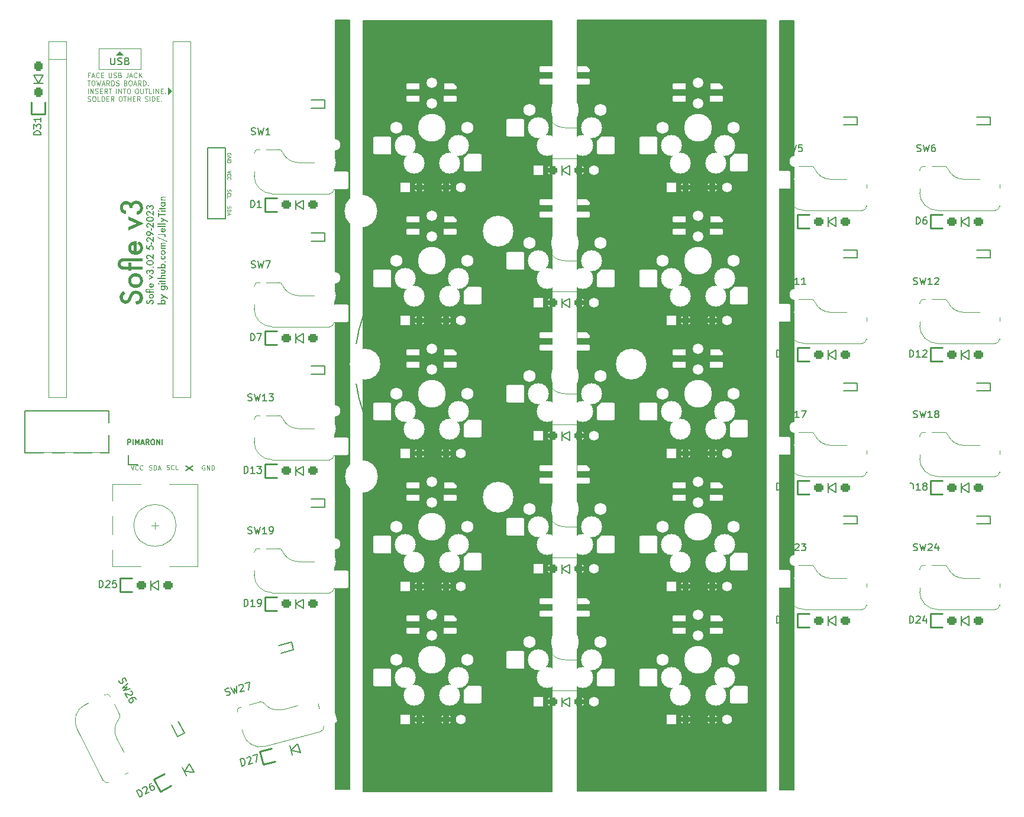
<source format=gto>
G04 #@! TF.GenerationSoftware,KiCad,Pcbnew,(7.0.0-0)*
G04 #@! TF.CreationDate,2023-05-29T18:30:05-07:00*
G04 #@! TF.ProjectId,sofel_v3b,736f6665-6c5f-4763-9362-2e6b69636164,rev?*
G04 #@! TF.SameCoordinates,Original*
G04 #@! TF.FileFunction,Legend,Top*
G04 #@! TF.FilePolarity,Positive*
%FSLAX46Y46*%
G04 Gerber Fmt 4.6, Leading zero omitted, Abs format (unit mm)*
G04 Created by KiCad (PCBNEW (7.0.0-0)) date 2023-05-29 18:30:05*
%MOMM*%
%LPD*%
G01*
G04 APERTURE LIST*
G04 Aperture macros list*
%AMRoundRect*
0 Rectangle with rounded corners*
0 $1 Rounding radius*
0 $2 $3 $4 $5 $6 $7 $8 $9 X,Y pos of 4 corners*
0 Add a 4 corners polygon primitive as box body*
4,1,4,$2,$3,$4,$5,$6,$7,$8,$9,$2,$3,0*
0 Add four circle primitives for the rounded corners*
1,1,$1+$1,$2,$3*
1,1,$1+$1,$4,$5*
1,1,$1+$1,$6,$7*
1,1,$1+$1,$8,$9*
0 Add four rect primitives between the rounded corners*
20,1,$1+$1,$2,$3,$4,$5,0*
20,1,$1+$1,$4,$5,$6,$7,0*
20,1,$1+$1,$6,$7,$8,$9,0*
20,1,$1+$1,$8,$9,$2,$3,0*%
%AMRotRect*
0 Rectangle, with rotation*
0 The origin of the aperture is its center*
0 $1 length*
0 $2 width*
0 $3 Rotation angle, in degrees counterclockwise*
0 Add horizontal line*
21,1,$1,$2,0,0,$3*%
%AMFreePoly0*
4,1,28,-0.850000,0.400000,-0.842219,0.514750,-0.797860,0.693119,-0.716195,0.857783,-0.601041,1.001041,-0.457783,1.116195,-0.293119,1.197860,-0.114750,1.242219,0.000000,1.250000,0.850000,0.400000,0.850000,-0.400000,0.842219,-0.514750,0.797860,-0.693119,0.716195,-0.857783,0.601041,-1.001041,0.457783,-1.116195,0.293119,-1.197860,0.114750,-1.242219,0.000000,-1.250000,-0.114750,-1.242219,
-0.293119,-1.197860,-0.457783,-1.116195,-0.601041,-1.001041,-0.716195,-0.857783,-0.797860,-0.693119,-0.842219,-0.514750,-0.850000,-0.400000,-0.850000,0.400000,-0.850000,0.400000,$1*%
%AMFreePoly1*
4,1,28,-0.850000,0.400000,-0.842219,0.514750,-0.797860,0.693119,-0.716195,0.857783,-0.601041,1.001041,-0.457783,1.116195,-0.293119,1.197860,-0.114750,1.242219,0.000000,1.250000,0.114750,1.242219,0.293119,1.197860,0.457783,1.116195,0.601041,1.001041,0.716195,0.857783,0.797860,0.693119,0.842219,0.514750,0.850000,0.400000,0.850000,-0.400000,0.000000,-1.250000,-0.114750,-1.242219,
-0.293119,-1.197860,-0.457783,-1.116195,-0.601041,-1.001041,-0.716195,-0.857783,-0.797860,-0.693119,-0.842219,-0.514750,-0.850000,-0.400000,-0.850000,0.400000,-0.850000,0.400000,$1*%
%AMFreePoly2*
4,1,21,-1.000000,0.000000,-0.988920,0.140791,-0.940222,0.322531,-0.854804,0.490175,-0.736396,0.636396,-0.590175,0.754804,-0.422531,0.840222,-0.240791,0.888920,-0.100000,0.900000,1.000000,0.900000,1.000000,-0.900000,-0.100000,-0.900000,-0.240791,-0.888920,-0.422531,-0.840222,-0.590175,-0.754804,-0.736396,-0.636396,-0.854804,-0.490175,-0.940222,-0.322531,-0.988920,-0.140791,-1.000000,0.000000,
-1.000000,0.000000,-1.000000,0.000000,$1*%
%AMFreePoly3*
4,1,20,-1.000000,0.900000,0.100000,0.900000,0.240791,0.888920,0.422531,0.840222,0.590175,0.754804,0.736396,0.636396,0.854804,0.490175,0.940222,0.322531,0.988920,0.140791,1.000000,0.000000,0.988920,-0.140791,0.940222,-0.322531,0.854804,-0.490175,0.736396,-0.636396,0.590175,-0.754804,0.422531,-0.840222,0.240791,-0.888920,0.100000,-0.900000,-1.000000,-0.900000,-1.000000,0.900000,
-1.000000,0.900000,$1*%
%AMFreePoly4*
4,1,13,-0.909999,0.212500,-0.893823,0.293820,-0.847759,0.362760,-0.778819,0.408824,-0.697499,0.425000,0.909999,0.425000,0.909999,-0.425000,-0.697499,-0.425000,-0.778819,-0.408824,-0.847759,-0.362760,-0.893823,-0.293820,-0.909999,-0.212500,-0.909999,0.212500,-0.909999,0.212500,$1*%
%AMFreePoly5*
4,1,13,-0.914999,0.212500,-0.898823,0.293820,-0.852759,0.362760,-0.783819,0.408824,-0.702499,0.425000,0.914999,0.425000,0.914999,-0.425000,-0.702499,-0.425000,-0.783819,-0.408824,-0.852759,-0.362760,-0.898823,-0.293820,-0.914999,-0.212500,-0.914999,0.212500,-0.914999,0.212500,$1*%
%AMFreePoly6*
4,1,18,-0.744993,0.210051,-0.729004,0.290434,-0.683470,0.358580,-0.615324,0.404114,-0.534941,0.420103,0.534941,0.420103,0.615324,0.404114,0.683470,0.358580,0.729004,0.290434,0.744993,0.210051,0.744993,-0.210051,0.729004,-0.290434,0.683470,-0.358580,0.615324,-0.404114,0.534941,-0.420103,-0.324890,-0.420103,-0.744993,0.000000,-0.744993,0.210051,-0.744993,0.210051,$1*%
%AMFreePoly7*
4,1,18,-1.275000,0.630000,-0.645000,1.260000,1.023000,1.260000,1.119436,1.240818,1.201191,1.186191,1.255818,1.104436,1.275000,1.008000,1.275000,-1.008000,1.255818,-1.104436,1.201191,-1.186191,1.119436,-1.240818,1.023000,-1.260000,-1.023000,-1.260000,-1.119436,-1.240818,-1.201191,-1.186191,-1.255818,-1.104436,-1.275000,-1.008000,-1.275000,0.630000,-1.275000,0.630000,$1*%
%AMFreePoly8*
4,1,17,-1.275000,1.008000,-1.255818,1.104436,-1.201191,1.186191,-1.119436,1.240818,-1.023000,1.260000,1.023000,1.260000,1.119436,1.240818,1.201191,1.186191,1.255818,1.104436,1.275000,1.008000,1.275000,-1.260000,-1.023000,-1.260000,-1.119436,-1.240818,-1.201191,-1.186191,-1.255818,-1.104436,-1.275000,-1.008000,-1.275000,1.008000,-1.275000,1.008000,$1*%
G04 Aperture macros list end*
%ADD10C,0.200000*%
%ADD11C,0.250000*%
%ADD12C,0.100000*%
%ADD13C,0.400000*%
%ADD14C,0.150000*%
%ADD15C,0.120000*%
%ADD16C,1.200000*%
%ADD17FreePoly0,90.000000*%
%ADD18FreePoly1,90.000000*%
%ADD19O,2.500000X1.700000*%
%ADD20C,1.397000*%
%ADD21C,2.000000*%
%ADD22R,3.200000X2.000000*%
%ADD23C,4.700000*%
%ADD24R,1.700000X1.700000*%
%ADD25O,1.700000X1.700000*%
%ADD26FreePoly2,180.000000*%
%ADD27FreePoly3,180.000000*%
%ADD28C,4.400000*%
%ADD29R,1.400000X1.400000*%
%ADD30RoundRect,0.300000X-0.400000X-0.300000X0.400000X-0.300000X0.400000X0.300000X-0.400000X0.300000X0*%
%ADD31C,1.400000*%
%ADD32RotRect,1.400000X1.400000X27.000000*%
%ADD33RoundRect,0.300000X-0.220205X-0.448898X0.492600X-0.085706X0.220205X0.448898X-0.492600X0.085706X0*%
%ADD34C,1.750000*%
%ADD35C,3.000000*%
%ADD36FreePoly4,0.000000*%
%ADD37FreePoly5,0.000000*%
%ADD38C,1.500000*%
%ADD39C,3.987800*%
%ADD40R,1.379987X0.840206*%
%ADD41FreePoly5,180.000000*%
%ADD42FreePoly6,180.000000*%
%ADD43FreePoly7,0.000000*%
%ADD44FreePoly8,0.000000*%
%ADD45FreePoly4,297.000000*%
%ADD46FreePoly5,297.000000*%
%ADD47RotRect,1.379987X0.840206X117.000000*%
%ADD48FreePoly5,117.000000*%
%ADD49FreePoly6,117.000000*%
%ADD50FreePoly7,297.000000*%
%ADD51FreePoly8,297.000000*%
%ADD52FreePoly4,15.000000*%
%ADD53FreePoly5,15.000000*%
%ADD54RotRect,1.379987X0.840206X195.000000*%
%ADD55FreePoly5,195.000000*%
%ADD56FreePoly6,195.000000*%
%ADD57FreePoly7,15.000000*%
%ADD58FreePoly8,15.000000*%
%ADD59RotRect,1.400000X1.400000X15.000000*%
%ADD60RoundRect,0.300000X-0.308725X-0.393305X0.464016X-0.186250X0.308725X0.393305X-0.464016X0.186250X0*%
%ADD61RoundRect,0.300000X0.300000X-0.400000X0.300000X0.400000X-0.300000X0.400000X-0.300000X-0.400000X0*%
%ADD62O,12.000000X4.000000*%
%ADD63R,1.500000X1.500000*%
%ADD64R,1.500000X1.700000*%
G04 APERTURE END LIST*
D10*
X129800000Y-32240000D02*
X156840000Y-32240000D01*
X156840000Y-32240000D02*
X156840000Y-142600000D01*
X156840000Y-142600000D02*
X129800000Y-142600000D01*
X129800000Y-142600000D02*
X129800000Y-32240000D01*
G36*
X129800000Y-32240000D02*
G01*
X156840000Y-32240000D01*
X156840000Y-142600000D01*
X129800000Y-142600000D01*
X129800000Y-32240000D01*
G37*
X189440000Y-32180000D02*
X191480000Y-32180000D01*
X191480000Y-32180000D02*
X191480000Y-142330000D01*
X191480000Y-142330000D02*
X189440000Y-142330000D01*
X189440000Y-142330000D02*
X189440000Y-32180000D01*
G36*
X189440000Y-32180000D02*
G01*
X191480000Y-32180000D01*
X191480000Y-142330000D01*
X189440000Y-142330000D01*
X189440000Y-32180000D01*
G37*
X125800000Y-32140000D02*
X127840000Y-32140000D01*
X127840000Y-32140000D02*
X127840000Y-142290000D01*
X127840000Y-142290000D02*
X125800000Y-142290000D01*
X125800000Y-142290000D02*
X125800000Y-32140000D01*
G36*
X125800000Y-32140000D02*
G01*
X127840000Y-32140000D01*
X127840000Y-142290000D01*
X125800000Y-142290000D01*
X125800000Y-32140000D01*
G37*
X160440000Y-32170000D02*
X187480000Y-32170000D01*
X187480000Y-32170000D02*
X187480000Y-142530000D01*
X187480000Y-142530000D02*
X160440000Y-142530000D01*
X160440000Y-142530000D02*
X160440000Y-32170000D01*
G36*
X160440000Y-32170000D02*
G01*
X187480000Y-32170000D01*
X187480000Y-142530000D01*
X160440000Y-142530000D01*
X160440000Y-32170000D01*
G37*
D11*
G36*
X98907752Y-72192889D02*
G01*
X98986154Y-72322093D01*
X98974726Y-72328932D01*
X98964070Y-72335711D01*
X98954186Y-72342431D01*
X98945076Y-72349089D01*
X98936738Y-72355688D01*
X98929173Y-72362227D01*
X98920289Y-72370852D01*
X98912779Y-72379370D01*
X98906642Y-72387781D01*
X98904089Y-72391946D01*
X98898937Y-72400938D01*
X98894472Y-72410570D01*
X98890694Y-72420843D01*
X98887602Y-72431758D01*
X98885198Y-72443314D01*
X98883481Y-72455511D01*
X98882450Y-72468349D01*
X98882128Y-72478398D01*
X98882107Y-72481828D01*
X98882442Y-72494220D01*
X98883446Y-72506208D01*
X98885121Y-72517793D01*
X98887465Y-72528974D01*
X98890479Y-72539752D01*
X98894163Y-72550126D01*
X98898516Y-72560097D01*
X98903539Y-72569664D01*
X98909232Y-72578827D01*
X98915595Y-72587587D01*
X98920209Y-72593203D01*
X98927342Y-72601147D01*
X98934818Y-72608309D01*
X98942637Y-72614691D01*
X98950800Y-72620291D01*
X98959307Y-72625109D01*
X98971183Y-72630318D01*
X98980491Y-72633314D01*
X98990142Y-72635528D01*
X99000137Y-72636960D01*
X99010476Y-72637611D01*
X99013998Y-72637655D01*
X99028382Y-72636644D01*
X99042225Y-72633610D01*
X99055527Y-72628555D01*
X99068289Y-72621477D01*
X99076496Y-72615636D01*
X99084462Y-72608895D01*
X99092188Y-72601256D01*
X99099674Y-72592718D01*
X99106919Y-72583281D01*
X99113924Y-72572946D01*
X99120688Y-72561711D01*
X99127212Y-72549579D01*
X99133496Y-72536547D01*
X99139539Y-72522616D01*
X99183014Y-72416859D01*
X99189668Y-72401040D01*
X99196501Y-72385760D01*
X99203513Y-72371021D01*
X99210705Y-72356821D01*
X99218076Y-72343162D01*
X99225627Y-72330042D01*
X99233357Y-72317463D01*
X99241266Y-72305423D01*
X99249355Y-72293924D01*
X99257623Y-72282965D01*
X99266070Y-72272545D01*
X99274697Y-72262666D01*
X99283503Y-72253326D01*
X99292488Y-72244527D01*
X99301653Y-72236267D01*
X99310997Y-72228548D01*
X99320565Y-72221302D01*
X99330399Y-72214523D01*
X99340501Y-72208212D01*
X99350870Y-72202368D01*
X99361506Y-72196992D01*
X99372409Y-72192083D01*
X99383580Y-72187642D01*
X99395017Y-72183668D01*
X99406722Y-72180162D01*
X99418693Y-72177123D01*
X99430932Y-72174552D01*
X99443438Y-72172448D01*
X99456211Y-72170812D01*
X99469252Y-72169643D01*
X99482559Y-72168942D01*
X99496133Y-72168709D01*
X99514312Y-72169085D01*
X99532091Y-72170216D01*
X99549468Y-72172100D01*
X99566445Y-72174738D01*
X99583021Y-72178130D01*
X99599196Y-72182275D01*
X99614971Y-72187175D01*
X99630345Y-72192827D01*
X99645318Y-72199234D01*
X99659891Y-72206394D01*
X99674062Y-72214308D01*
X99687834Y-72222976D01*
X99701204Y-72232398D01*
X99714174Y-72242573D01*
X99726743Y-72253502D01*
X99738911Y-72265184D01*
X99750623Y-72277548D01*
X99761580Y-72290277D01*
X99771781Y-72303369D01*
X99781226Y-72316827D01*
X99789916Y-72330648D01*
X99797850Y-72344834D01*
X99805028Y-72359385D01*
X99811451Y-72374300D01*
X99817118Y-72389579D01*
X99822030Y-72405223D01*
X99826186Y-72421232D01*
X99829586Y-72437605D01*
X99832231Y-72454342D01*
X99834120Y-72471444D01*
X99835253Y-72488910D01*
X99835631Y-72506741D01*
X99835305Y-72523622D01*
X99834326Y-72540133D01*
X99832694Y-72556274D01*
X99830410Y-72572045D01*
X99827474Y-72587446D01*
X99823884Y-72602476D01*
X99819643Y-72617136D01*
X99814748Y-72631427D01*
X99809201Y-72645347D01*
X99803002Y-72658896D01*
X99796150Y-72672076D01*
X99788645Y-72684885D01*
X99780487Y-72697324D01*
X99771678Y-72709393D01*
X99762215Y-72721092D01*
X99752100Y-72732421D01*
X99741424Y-72743125D01*
X99730217Y-72753315D01*
X99718480Y-72762992D01*
X99706213Y-72772156D01*
X99693415Y-72780807D01*
X99680087Y-72788944D01*
X99666228Y-72796568D01*
X99651838Y-72803679D01*
X99636918Y-72810276D01*
X99621468Y-72816360D01*
X99605487Y-72821931D01*
X99588976Y-72826989D01*
X99571935Y-72831533D01*
X99554363Y-72835564D01*
X99536260Y-72839082D01*
X99517627Y-72842086D01*
X99481967Y-72684061D01*
X99493404Y-72682621D01*
X99504388Y-72681050D01*
X99514920Y-72679347D01*
X99525000Y-72677512D01*
X99534627Y-72675546D01*
X99548221Y-72672349D01*
X99560797Y-72668857D01*
X99572355Y-72665068D01*
X99582896Y-72660983D01*
X99592419Y-72656601D01*
X99603534Y-72650299D01*
X99610683Y-72645226D01*
X99618994Y-72638880D01*
X99626769Y-72632175D01*
X99634008Y-72625111D01*
X99640710Y-72617688D01*
X99646876Y-72609906D01*
X99652506Y-72601766D01*
X99657600Y-72593267D01*
X99662158Y-72584410D01*
X99666179Y-72575193D01*
X99669664Y-72565618D01*
X99672613Y-72555685D01*
X99675026Y-72545392D01*
X99676903Y-72534741D01*
X99678243Y-72523731D01*
X99679048Y-72512362D01*
X99679316Y-72500635D01*
X99678873Y-72486755D01*
X99677547Y-72473326D01*
X99675336Y-72460348D01*
X99672240Y-72447821D01*
X99668260Y-72435744D01*
X99663396Y-72424119D01*
X99657647Y-72412944D01*
X99651014Y-72402220D01*
X99643496Y-72391947D01*
X99635094Y-72382124D01*
X99629002Y-72375826D01*
X99619332Y-72366922D01*
X99609189Y-72358894D01*
X99598575Y-72351741D01*
X99587488Y-72345464D01*
X99575929Y-72340063D01*
X99563898Y-72335538D01*
X99551394Y-72331888D01*
X99538418Y-72329115D01*
X99524970Y-72327217D01*
X99511049Y-72326196D01*
X99501507Y-72326001D01*
X99490055Y-72326301D01*
X99478964Y-72327203D01*
X99468234Y-72328706D01*
X99457864Y-72330809D01*
X99447854Y-72333514D01*
X99444598Y-72334549D01*
X99435036Y-72338090D01*
X99425765Y-72342300D01*
X99416786Y-72347180D01*
X99408099Y-72352730D01*
X99399704Y-72358950D01*
X99396971Y-72361172D01*
X99388922Y-72368327D01*
X99381080Y-72376239D01*
X99373443Y-72384905D01*
X99367237Y-72392705D01*
X99361174Y-72401029D01*
X99356427Y-72408066D01*
X99350521Y-72417265D01*
X99344711Y-72427000D01*
X99338996Y-72437272D01*
X99333376Y-72448080D01*
X99328949Y-72457114D01*
X99324583Y-72466490D01*
X99320279Y-72476210D01*
X99277536Y-72578060D01*
X99271682Y-72591403D01*
X99265662Y-72604323D01*
X99259474Y-72616820D01*
X99253119Y-72628893D01*
X99246598Y-72640542D01*
X99239909Y-72651767D01*
X99233054Y-72662569D01*
X99226031Y-72672948D01*
X99218842Y-72682903D01*
X99211486Y-72692434D01*
X99203962Y-72701541D01*
X99196272Y-72710225D01*
X99188415Y-72718486D01*
X99180390Y-72726323D01*
X99172199Y-72733736D01*
X99163841Y-72740725D01*
X99155316Y-72747291D01*
X99146624Y-72753434D01*
X99137765Y-72759152D01*
X99128739Y-72764447D01*
X99119546Y-72769319D01*
X99110186Y-72773767D01*
X99100659Y-72777791D01*
X99090965Y-72781392D01*
X99081104Y-72784569D01*
X99071077Y-72787322D01*
X99060882Y-72789652D01*
X99050520Y-72791558D01*
X99039991Y-72793041D01*
X99029296Y-72794100D01*
X99018433Y-72794735D01*
X99007404Y-72794947D01*
X98992596Y-72794591D01*
X98978094Y-72793524D01*
X98963898Y-72791744D01*
X98950006Y-72789253D01*
X98936420Y-72786050D01*
X98923140Y-72782136D01*
X98910164Y-72777510D01*
X98897494Y-72772172D01*
X98885129Y-72766122D01*
X98873070Y-72759360D01*
X98861316Y-72751887D01*
X98849867Y-72743702D01*
X98838723Y-72734805D01*
X98827885Y-72725197D01*
X98817352Y-72714877D01*
X98807124Y-72703845D01*
X98797276Y-72692315D01*
X98788062Y-72680439D01*
X98779484Y-72668219D01*
X98771541Y-72655652D01*
X98764234Y-72642741D01*
X98757562Y-72629484D01*
X98751526Y-72615882D01*
X98746125Y-72601934D01*
X98741359Y-72587641D01*
X98737229Y-72573003D01*
X98733734Y-72558019D01*
X98730875Y-72542690D01*
X98728651Y-72527016D01*
X98727062Y-72510996D01*
X98726109Y-72494631D01*
X98725792Y-72477920D01*
X98725969Y-72466595D01*
X98726502Y-72455426D01*
X98727391Y-72444413D01*
X98728635Y-72433556D01*
X98730234Y-72422854D01*
X98732189Y-72412309D01*
X98734499Y-72401920D01*
X98737164Y-72391687D01*
X98740185Y-72381610D01*
X98743561Y-72371689D01*
X98747293Y-72361923D01*
X98751380Y-72352314D01*
X98755822Y-72342861D01*
X98760620Y-72333564D01*
X98765773Y-72324423D01*
X98771282Y-72315437D01*
X98777146Y-72306608D01*
X98783365Y-72297935D01*
X98789940Y-72289418D01*
X98796870Y-72281056D01*
X98804156Y-72272851D01*
X98811797Y-72264802D01*
X98819793Y-72256909D01*
X98828145Y-72249171D01*
X98836852Y-72241590D01*
X98845914Y-72234165D01*
X98855332Y-72226895D01*
X98865105Y-72219782D01*
X98875234Y-72212825D01*
X98885718Y-72206023D01*
X98896558Y-72199378D01*
X98907752Y-72192889D01*
G37*
G36*
X99502905Y-71337707D02*
G01*
X99521023Y-71338909D01*
X99538763Y-71340912D01*
X99556126Y-71343717D01*
X99573110Y-71347324D01*
X99589717Y-71351731D01*
X99605945Y-71356941D01*
X99621796Y-71362951D01*
X99637270Y-71369763D01*
X99652365Y-71377377D01*
X99667082Y-71385792D01*
X99681422Y-71395008D01*
X99695384Y-71405026D01*
X99708968Y-71415845D01*
X99722175Y-71427466D01*
X99735003Y-71439888D01*
X99747188Y-71452925D01*
X99758588Y-71466331D01*
X99769201Y-71480105D01*
X99779028Y-71494247D01*
X99788069Y-71508758D01*
X99796323Y-71523636D01*
X99803792Y-71538883D01*
X99810474Y-71554499D01*
X99816370Y-71570482D01*
X99821480Y-71586834D01*
X99825804Y-71603554D01*
X99829342Y-71620643D01*
X99832093Y-71638100D01*
X99834059Y-71655924D01*
X99835238Y-71674118D01*
X99835631Y-71692679D01*
X99835230Y-71711053D01*
X99834028Y-71729048D01*
X99832025Y-71746666D01*
X99829220Y-71763907D01*
X99825613Y-71780769D01*
X99821205Y-71797253D01*
X99815996Y-71813360D01*
X99809986Y-71829089D01*
X99803173Y-71844440D01*
X99795560Y-71859413D01*
X99787145Y-71874009D01*
X99777929Y-71888226D01*
X99767911Y-71902066D01*
X99757092Y-71915528D01*
X99745471Y-71928612D01*
X99733049Y-71941318D01*
X99720206Y-71953474D01*
X99706957Y-71964846D01*
X99693301Y-71975433D01*
X99679239Y-71985236D01*
X99664771Y-71994255D01*
X99649896Y-72002490D01*
X99634614Y-72009940D01*
X99618927Y-72016606D01*
X99602832Y-72022488D01*
X99586332Y-72027586D01*
X99569424Y-72031899D01*
X99552111Y-72035428D01*
X99534391Y-72038173D01*
X99516264Y-72040134D01*
X99497732Y-72041310D01*
X99478792Y-72041702D01*
X99460947Y-72041302D01*
X99443438Y-72040103D01*
X99426265Y-72038104D01*
X99409427Y-72035306D01*
X99392926Y-72031708D01*
X99376760Y-72027311D01*
X99360930Y-72022114D01*
X99345436Y-72016118D01*
X99330277Y-72009322D01*
X99315455Y-72001727D01*
X99300968Y-71993332D01*
X99286817Y-71984137D01*
X99273002Y-71974143D01*
X99259523Y-71963350D01*
X99246380Y-71951757D01*
X99233572Y-71939364D01*
X99221298Y-71926398D01*
X99209816Y-71913082D01*
X99199126Y-71899416D01*
X99189227Y-71885402D01*
X99180120Y-71871038D01*
X99171806Y-71856326D01*
X99164283Y-71841264D01*
X99157552Y-71825853D01*
X99151613Y-71810092D01*
X99146466Y-71793983D01*
X99142110Y-71777524D01*
X99138547Y-71760716D01*
X99135775Y-71743559D01*
X99133795Y-71726053D01*
X99132608Y-71708197D01*
X99132212Y-71689993D01*
X99132217Y-71689748D01*
X99270942Y-71689748D01*
X99271171Y-71700488D01*
X99271857Y-71710971D01*
X99273002Y-71721195D01*
X99274605Y-71731163D01*
X99276666Y-71740872D01*
X99279185Y-71750324D01*
X99283822Y-71764019D01*
X99289489Y-71777135D01*
X99296186Y-71789671D01*
X99303914Y-71801627D01*
X99312673Y-71813003D01*
X99322462Y-71823800D01*
X99329560Y-71830676D01*
X99337021Y-71837183D01*
X99344749Y-71843270D01*
X99352744Y-71848937D01*
X99361006Y-71854185D01*
X99369536Y-71859012D01*
X99378332Y-71863420D01*
X99387396Y-71867408D01*
X99396727Y-71870976D01*
X99406325Y-71874125D01*
X99416190Y-71876854D01*
X99426322Y-71879162D01*
X99436721Y-71881051D01*
X99447388Y-71882521D01*
X99458322Y-71883570D01*
X99469522Y-71884200D01*
X99480990Y-71884410D01*
X99493254Y-71884204D01*
X99505193Y-71883586D01*
X99516808Y-71882555D01*
X99528099Y-71881113D01*
X99539065Y-71879258D01*
X99549707Y-71876991D01*
X99560024Y-71874312D01*
X99570017Y-71871221D01*
X99579686Y-71867717D01*
X99589030Y-71863802D01*
X99598050Y-71859474D01*
X99606745Y-71854734D01*
X99615116Y-71849582D01*
X99623163Y-71844018D01*
X99634624Y-71834899D01*
X99638283Y-71831653D01*
X99645381Y-71824802D01*
X99655170Y-71814021D01*
X99663928Y-71802634D01*
X99671656Y-71790642D01*
X99678354Y-71778045D01*
X99684021Y-71764842D01*
X99688658Y-71751034D01*
X99691177Y-71741492D01*
X99693237Y-71731682D01*
X99694840Y-71721602D01*
X99695985Y-71711253D01*
X99696672Y-71700635D01*
X99696901Y-71689748D01*
X99696675Y-71678775D01*
X99695997Y-71668083D01*
X99694866Y-71657671D01*
X99693283Y-71647540D01*
X99691248Y-71637689D01*
X99688761Y-71628119D01*
X99684182Y-71614289D01*
X99678586Y-71601091D01*
X99671972Y-71588524D01*
X99664340Y-71576588D01*
X99655692Y-71565282D01*
X99646025Y-71554609D01*
X99639016Y-71547843D01*
X99631628Y-71541396D01*
X99623937Y-71535364D01*
X99611832Y-71527096D01*
X99603383Y-71522105D01*
X99594630Y-71517529D01*
X99585574Y-71513369D01*
X99576215Y-71509625D01*
X99566552Y-71506298D01*
X99556586Y-71503386D01*
X99546316Y-71500890D01*
X99535743Y-71498810D01*
X99524867Y-71497146D01*
X99513687Y-71495898D01*
X99502204Y-71495066D01*
X99490417Y-71494650D01*
X99484410Y-71494598D01*
X99472442Y-71494806D01*
X99460779Y-71495430D01*
X99449422Y-71496470D01*
X99438370Y-71497926D01*
X99427623Y-71499798D01*
X99417182Y-71502086D01*
X99407046Y-71504790D01*
X99397215Y-71507909D01*
X99387690Y-71511445D01*
X99378469Y-71515397D01*
X99369555Y-71519765D01*
X99360945Y-71524549D01*
X99352641Y-71529748D01*
X99344642Y-71535364D01*
X99336948Y-71541396D01*
X99329560Y-71547843D01*
X99322462Y-71554694D01*
X99312673Y-71565476D01*
X99303914Y-71576862D01*
X99296186Y-71588854D01*
X99289489Y-71601452D01*
X99283822Y-71614654D01*
X99279185Y-71628462D01*
X99276666Y-71638004D01*
X99274605Y-71647815D01*
X99273002Y-71657895D01*
X99271857Y-71668243D01*
X99271171Y-71678861D01*
X99270942Y-71689748D01*
X99132217Y-71689748D01*
X99132609Y-71671696D01*
X99133803Y-71653749D01*
X99135792Y-71636151D01*
X99138577Y-71618903D01*
X99142158Y-71602003D01*
X99146534Y-71585453D01*
X99151706Y-71569252D01*
X99157674Y-71553400D01*
X99164437Y-71537897D01*
X99171997Y-71522743D01*
X99180351Y-71507939D01*
X99189502Y-71493484D01*
X99199448Y-71479378D01*
X99210190Y-71465621D01*
X99221728Y-71452214D01*
X99234061Y-71439155D01*
X99247003Y-71426822D01*
X99260306Y-71415284D01*
X99273969Y-71404542D01*
X99287993Y-71394596D01*
X99302377Y-71385446D01*
X99317123Y-71377091D01*
X99332228Y-71369532D01*
X99347695Y-71362768D01*
X99363522Y-71356800D01*
X99379710Y-71351628D01*
X99396258Y-71347252D01*
X99413167Y-71343671D01*
X99430437Y-71340886D01*
X99448067Y-71338897D01*
X99466058Y-71337704D01*
X99484410Y-71337306D01*
X99502905Y-71337707D01*
G37*
G36*
X99812184Y-70621186D02*
G01*
X99812184Y-70778478D01*
X98901402Y-70778478D01*
X98888892Y-70779009D01*
X98876764Y-70780600D01*
X98865018Y-70783252D01*
X98853653Y-70786966D01*
X98842669Y-70791740D01*
X98832068Y-70797575D01*
X98821848Y-70804471D01*
X98812009Y-70812428D01*
X98802793Y-70821213D01*
X98794805Y-70830471D01*
X98788047Y-70840203D01*
X98782517Y-70850408D01*
X98778216Y-70861086D01*
X98775144Y-70872237D01*
X98773301Y-70883861D01*
X98772686Y-70895959D01*
X98773304Y-70908114D01*
X98775159Y-70919788D01*
X98778250Y-70930981D01*
X98782578Y-70941693D01*
X98788142Y-70951925D01*
X98794943Y-70961676D01*
X98802980Y-70970945D01*
X98812254Y-70979734D01*
X98822191Y-70987520D01*
X98832587Y-70994267D01*
X98843440Y-70999976D01*
X98854752Y-71004647D01*
X98866521Y-71008280D01*
X98878749Y-71010875D01*
X98891434Y-71012432D01*
X98901249Y-71012919D01*
X98904577Y-71012951D01*
X99149797Y-71012951D01*
X99149797Y-70825373D01*
X99288527Y-70825373D01*
X99288527Y-71012951D01*
X99812184Y-71012951D01*
X99812184Y-71170244D01*
X99288527Y-71170244D01*
X99288527Y-71216161D01*
X99149797Y-71216161D01*
X99149797Y-71170244D01*
X98908729Y-71170244D01*
X98894664Y-71169929D01*
X98880859Y-71168984D01*
X98867316Y-71167410D01*
X98854034Y-71165206D01*
X98841014Y-71162373D01*
X98828255Y-71158909D01*
X98815758Y-71154816D01*
X98803522Y-71150094D01*
X98791547Y-71144741D01*
X98779834Y-71138759D01*
X98768382Y-71132148D01*
X98757192Y-71124906D01*
X98746263Y-71117035D01*
X98735596Y-71108534D01*
X98725190Y-71099404D01*
X98715045Y-71089644D01*
X98705226Y-71079382D01*
X98696040Y-71068868D01*
X98687487Y-71058102D01*
X98679569Y-71047084D01*
X98672283Y-71035815D01*
X98665631Y-71024293D01*
X98659613Y-71012520D01*
X98654228Y-71000495D01*
X98649477Y-70988218D01*
X98645359Y-70975689D01*
X98641875Y-70962908D01*
X98639024Y-70949876D01*
X98636807Y-70936591D01*
X98635223Y-70923055D01*
X98634273Y-70909266D01*
X98633956Y-70895226D01*
X98634269Y-70881219D01*
X98635208Y-70867467D01*
X98636773Y-70853970D01*
X98638963Y-70840730D01*
X98641780Y-70827745D01*
X98645222Y-70815015D01*
X98649290Y-70802542D01*
X98653984Y-70790324D01*
X98659304Y-70778362D01*
X98665250Y-70766655D01*
X98671822Y-70755205D01*
X98679019Y-70744009D01*
X98686842Y-70733070D01*
X98695292Y-70722386D01*
X98704367Y-70711958D01*
X98714068Y-70701786D01*
X98724148Y-70692026D01*
X98734481Y-70682895D01*
X98745069Y-70674395D01*
X98755910Y-70666523D01*
X98767005Y-70659282D01*
X98778353Y-70652670D01*
X98789956Y-70646688D01*
X98801812Y-70641336D01*
X98813922Y-70636613D01*
X98826286Y-70632520D01*
X98838904Y-70629057D01*
X98851775Y-70626223D01*
X98864900Y-70624019D01*
X98878279Y-70622445D01*
X98891912Y-70621501D01*
X98905799Y-70621186D01*
X99812184Y-70621186D01*
G37*
G36*
X99651679Y-69816741D02*
G01*
X99660910Y-69822510D01*
X99669883Y-69828339D01*
X99678598Y-69834228D01*
X99687056Y-69840177D01*
X99695256Y-69846186D01*
X99703199Y-69852255D01*
X99710884Y-69858385D01*
X99720730Y-69866651D01*
X99730118Y-69875024D01*
X99739018Y-69883469D01*
X99747520Y-69892075D01*
X99755626Y-69900841D01*
X99763335Y-69909767D01*
X99770647Y-69918854D01*
X99777562Y-69928101D01*
X99784081Y-69937508D01*
X99790202Y-69947076D01*
X99795869Y-69956819D01*
X99801147Y-69966752D01*
X99806036Y-69976877D01*
X99810535Y-69987192D01*
X99814645Y-69997699D01*
X99818366Y-70008396D01*
X99821698Y-70019284D01*
X99824640Y-70030362D01*
X99827216Y-70041594D01*
X99829449Y-70053062D01*
X99831338Y-70064766D01*
X99832883Y-70076707D01*
X99834085Y-70088885D01*
X99834944Y-70101300D01*
X99835459Y-70113951D01*
X99835631Y-70126838D01*
X99835257Y-70145323D01*
X99834135Y-70163349D01*
X99832265Y-70180914D01*
X99829647Y-70198020D01*
X99826281Y-70214666D01*
X99822167Y-70230851D01*
X99817305Y-70246577D01*
X99811695Y-70261844D01*
X99805337Y-70276650D01*
X99798231Y-70290996D01*
X99790377Y-70304883D01*
X99781775Y-70318309D01*
X99772426Y-70331276D01*
X99762328Y-70343783D01*
X99751482Y-70355830D01*
X99739888Y-70367418D01*
X99727584Y-70378390D01*
X99714792Y-70388655D01*
X99701511Y-70398212D01*
X99687742Y-70407061D01*
X99673484Y-70415202D01*
X99658738Y-70422635D01*
X99643504Y-70429361D01*
X99627780Y-70435378D01*
X99611569Y-70440687D01*
X99594869Y-70445289D01*
X99577680Y-70449183D01*
X99560003Y-70452368D01*
X99541837Y-70454846D01*
X99523183Y-70456616D01*
X99504041Y-70457678D01*
X99484410Y-70458032D01*
X99474592Y-70457946D01*
X99455310Y-70457261D01*
X99436500Y-70455891D01*
X99418161Y-70453836D01*
X99400293Y-70451096D01*
X99382896Y-70447671D01*
X99365971Y-70443560D01*
X99349517Y-70438765D01*
X99333534Y-70433285D01*
X99318023Y-70427120D01*
X99302983Y-70420270D01*
X99288414Y-70412734D01*
X99274317Y-70404514D01*
X99260691Y-70395609D01*
X99247536Y-70386018D01*
X99234853Y-70375743D01*
X99228688Y-70370348D01*
X99217005Y-70359042D01*
X99206076Y-70347287D01*
X99195901Y-70335083D01*
X99186479Y-70322431D01*
X99177812Y-70309331D01*
X99169898Y-70295782D01*
X99162737Y-70281785D01*
X99156331Y-70267339D01*
X99150678Y-70252445D01*
X99145779Y-70237102D01*
X99141633Y-70221312D01*
X99138241Y-70205072D01*
X99135603Y-70188385D01*
X99133719Y-70171249D01*
X99132589Y-70153664D01*
X99132212Y-70135631D01*
X99132291Y-70131723D01*
X99270942Y-70131723D01*
X99271259Y-70142219D01*
X99272212Y-70152457D01*
X99273801Y-70162438D01*
X99276025Y-70172161D01*
X99278884Y-70181626D01*
X99279979Y-70184724D01*
X99283551Y-70193820D01*
X99288413Y-70204041D01*
X99294023Y-70213842D01*
X99300380Y-70223222D01*
X99305380Y-70229665D01*
X99312878Y-70238170D01*
X99319845Y-70245050D01*
X99327309Y-70251553D01*
X99335272Y-70257679D01*
X99343733Y-70263426D01*
X99345191Y-70264347D01*
X99354116Y-70269510D01*
X99363487Y-70274193D01*
X99373304Y-70278395D01*
X99383568Y-70282116D01*
X99394278Y-70285356D01*
X99397948Y-70286329D01*
X99397948Y-69975896D01*
X99382568Y-69980283D01*
X99368181Y-69985384D01*
X99354786Y-69991198D01*
X99342383Y-69997725D01*
X99330972Y-70004967D01*
X99320553Y-70012922D01*
X99311127Y-70021591D01*
X99302693Y-70030973D01*
X99295251Y-70041069D01*
X99288802Y-70051879D01*
X99283345Y-70063402D01*
X99278879Y-70075639D01*
X99275407Y-70088589D01*
X99272926Y-70102254D01*
X99271438Y-70116632D01*
X99270942Y-70131723D01*
X99132291Y-70131723D01*
X99132581Y-70117431D01*
X99133689Y-70099712D01*
X99135535Y-70082474D01*
X99138119Y-70065717D01*
X99141442Y-70049440D01*
X99145504Y-70033644D01*
X99150304Y-70018330D01*
X99155842Y-70003496D01*
X99162119Y-69989143D01*
X99169134Y-69975270D01*
X99176888Y-69961879D01*
X99185380Y-69948968D01*
X99194611Y-69936539D01*
X99204580Y-69924590D01*
X99215288Y-69913122D01*
X99226734Y-69902135D01*
X99238711Y-69891842D01*
X99251257Y-69882214D01*
X99264372Y-69873249D01*
X99278055Y-69864949D01*
X99292307Y-69857313D01*
X99307128Y-69850340D01*
X99322517Y-69844032D01*
X99338475Y-69838387D01*
X99355001Y-69833407D01*
X99372096Y-69829091D01*
X99389760Y-69825439D01*
X99407992Y-69822451D01*
X99426793Y-69820127D01*
X99446163Y-69818466D01*
X99456061Y-69817885D01*
X99466101Y-69817470D01*
X99476284Y-69817221D01*
X99486608Y-69817138D01*
X99523000Y-69817138D01*
X99523000Y-70296587D01*
X99532885Y-70295633D01*
X99547230Y-70293601D01*
X99560995Y-70290847D01*
X99574181Y-70287373D01*
X99586787Y-70283177D01*
X99598813Y-70278259D01*
X99610260Y-70272621D01*
X99621127Y-70266261D01*
X99631414Y-70259180D01*
X99641122Y-70251377D01*
X99650251Y-70242854D01*
X99658588Y-70233735D01*
X99666105Y-70224149D01*
X99672801Y-70214095D01*
X99678678Y-70203573D01*
X99683735Y-70192582D01*
X99687972Y-70181124D01*
X99691389Y-70169198D01*
X99693985Y-70156804D01*
X99695762Y-70143942D01*
X99696719Y-70130612D01*
X99696901Y-70121465D01*
X99696667Y-70110790D01*
X99695965Y-70100471D01*
X99694795Y-70090508D01*
X99692507Y-70077779D01*
X99689388Y-70065683D01*
X99685436Y-70054221D01*
X99680652Y-70043392D01*
X99675036Y-70033197D01*
X99670279Y-70025966D01*
X99662860Y-70016524D01*
X99654036Y-70006762D01*
X99646497Y-69999230D01*
X99638168Y-69991518D01*
X99629049Y-69983626D01*
X99619140Y-69975553D01*
X99608441Y-69967300D01*
X99596952Y-69958866D01*
X99588854Y-69953143D01*
X99580405Y-69947341D01*
X99571605Y-69941458D01*
X99642191Y-69811032D01*
X99651679Y-69816741D01*
G37*
G36*
X99147843Y-69135212D02*
G01*
X99523733Y-68963021D01*
X99147843Y-68791318D01*
X99147843Y-68618394D01*
X99862986Y-68964242D01*
X99147843Y-69307404D01*
X99147843Y-69135212D01*
G37*
G36*
X99333468Y-68244214D02*
G01*
X99194738Y-68244214D01*
X99194647Y-68231984D01*
X99194375Y-68220267D01*
X99193922Y-68209063D01*
X99193288Y-68198373D01*
X99192472Y-68188196D01*
X99190908Y-68173893D01*
X99188937Y-68160744D01*
X99186558Y-68148751D01*
X99183771Y-68137913D01*
X99180576Y-68128229D01*
X99175681Y-68117114D01*
X99171535Y-68110125D01*
X99163449Y-68099169D01*
X99154487Y-68089291D01*
X99144650Y-68080490D01*
X99133937Y-68072767D01*
X99122347Y-68066122D01*
X99109883Y-68060554D01*
X99096542Y-68056064D01*
X99082325Y-68052652D01*
X99072361Y-68050975D01*
X99062007Y-68049778D01*
X99051264Y-68049060D01*
X99040132Y-68048820D01*
X99027308Y-68049213D01*
X99014939Y-68050392D01*
X99003025Y-68052356D01*
X98991566Y-68055106D01*
X98980562Y-68058641D01*
X98970013Y-68062962D01*
X98959920Y-68068069D01*
X98950281Y-68073962D01*
X98941098Y-68080640D01*
X98932369Y-68088104D01*
X98926803Y-68093517D01*
X98918816Y-68102035D01*
X98911614Y-68111013D01*
X98905197Y-68120451D01*
X98899567Y-68130348D01*
X98894721Y-68140704D01*
X98890662Y-68151520D01*
X98887388Y-68162795D01*
X98884900Y-68174529D01*
X98883198Y-68186723D01*
X98882282Y-68199376D01*
X98882107Y-68208066D01*
X98882401Y-68220082D01*
X98883283Y-68231582D01*
X98884754Y-68242568D01*
X98886812Y-68253038D01*
X98889459Y-68262993D01*
X98892694Y-68272432D01*
X98897923Y-68284217D01*
X98904197Y-68295086D01*
X98911516Y-68305039D01*
X98915568Y-68309672D01*
X98924724Y-68318006D01*
X98932547Y-68323897D01*
X98941190Y-68329478D01*
X98950653Y-68334750D01*
X98960936Y-68339713D01*
X98972040Y-68344367D01*
X98983963Y-68348712D01*
X98996706Y-68352748D01*
X99010270Y-68356475D01*
X99019767Y-68358787D01*
X99029630Y-68360963D01*
X99029630Y-68519720D01*
X99011408Y-68516435D01*
X98993806Y-68512744D01*
X98976825Y-68508649D01*
X98960463Y-68504150D01*
X98944722Y-68499246D01*
X98929601Y-68493937D01*
X98915100Y-68488224D01*
X98901219Y-68482107D01*
X98887958Y-68475585D01*
X98875318Y-68468658D01*
X98863297Y-68461327D01*
X98851897Y-68453592D01*
X98841117Y-68445451D01*
X98830957Y-68436907D01*
X98821417Y-68427958D01*
X98812498Y-68418604D01*
X98804128Y-68408809D01*
X98796298Y-68398538D01*
X98789008Y-68387789D01*
X98782257Y-68376564D01*
X98776047Y-68364861D01*
X98770377Y-68352681D01*
X98765247Y-68340024D01*
X98760657Y-68326891D01*
X98756607Y-68313280D01*
X98753097Y-68299192D01*
X98750127Y-68284627D01*
X98747697Y-68269585D01*
X98745807Y-68254066D01*
X98744457Y-68238070D01*
X98743647Y-68221597D01*
X98743377Y-68204647D01*
X98743701Y-68187537D01*
X98744675Y-68170827D01*
X98746296Y-68154518D01*
X98748567Y-68138610D01*
X98751487Y-68123102D01*
X98755055Y-68107996D01*
X98759272Y-68093290D01*
X98764138Y-68078984D01*
X98769652Y-68065079D01*
X98775816Y-68051576D01*
X98782628Y-68038472D01*
X98790088Y-68025770D01*
X98798198Y-68013468D01*
X98806956Y-68001567D01*
X98816364Y-67990066D01*
X98826420Y-67978967D01*
X98836835Y-67968378D01*
X98847627Y-67958473D01*
X98858794Y-67949251D01*
X98870338Y-67940712D01*
X98882257Y-67932856D01*
X98894552Y-67925684D01*
X98907223Y-67919194D01*
X98920270Y-67913387D01*
X98933693Y-67908264D01*
X98947492Y-67903824D01*
X98961666Y-67900067D01*
X98976217Y-67896993D01*
X98991143Y-67894602D01*
X99006446Y-67892894D01*
X99022124Y-67891869D01*
X99038178Y-67891528D01*
X99056183Y-67891985D01*
X99073685Y-67893356D01*
X99090683Y-67895641D01*
X99107177Y-67898840D01*
X99123167Y-67902953D01*
X99138654Y-67907980D01*
X99153636Y-67913921D01*
X99168115Y-67920776D01*
X99182091Y-67928545D01*
X99195562Y-67937228D01*
X99208530Y-67946825D01*
X99220994Y-67957336D01*
X99232954Y-67968761D01*
X99244411Y-67981100D01*
X99255363Y-67994353D01*
X99265812Y-68008520D01*
X99275774Y-67992578D01*
X99286485Y-67977665D01*
X99297947Y-67963781D01*
X99310158Y-67950925D01*
X99323119Y-67939097D01*
X99336830Y-67928298D01*
X99351291Y-67918527D01*
X99366502Y-67909785D01*
X99382462Y-67902071D01*
X99399173Y-67895386D01*
X99416633Y-67889729D01*
X99434844Y-67885101D01*
X99453804Y-67881501D01*
X99463565Y-67880087D01*
X99473514Y-67878930D01*
X99483651Y-67878030D01*
X99493974Y-67877387D01*
X99504486Y-67877002D01*
X99515184Y-67876873D01*
X99532630Y-67877246D01*
X99549672Y-67878365D01*
X99566312Y-67880231D01*
X99582550Y-67882842D01*
X99598384Y-67886199D01*
X99613817Y-67890303D01*
X99628846Y-67895152D01*
X99643473Y-67900748D01*
X99657697Y-67907090D01*
X99671519Y-67914177D01*
X99684938Y-67922011D01*
X99697954Y-67930591D01*
X99710568Y-67939917D01*
X99722779Y-67949990D01*
X99734588Y-67960808D01*
X99745994Y-67972372D01*
X99756848Y-67984489D01*
X99767003Y-67997025D01*
X99776457Y-68009982D01*
X99785210Y-68023358D01*
X99793263Y-68037154D01*
X99800617Y-68051369D01*
X99807269Y-68066005D01*
X99813222Y-68081060D01*
X99818474Y-68096535D01*
X99823026Y-68112430D01*
X99826877Y-68128745D01*
X99830029Y-68145479D01*
X99832480Y-68162634D01*
X99834230Y-68180208D01*
X99835281Y-68198201D01*
X99835631Y-68216615D01*
X99835497Y-68228396D01*
X99835094Y-68239985D01*
X99834422Y-68251383D01*
X99833482Y-68262590D01*
X99832274Y-68273605D01*
X99830797Y-68284430D01*
X99829051Y-68295063D01*
X99827037Y-68305504D01*
X99824754Y-68315754D01*
X99822202Y-68325813D01*
X99819382Y-68335681D01*
X99816294Y-68345358D01*
X99812937Y-68354843D01*
X99809311Y-68364137D01*
X99805417Y-68373239D01*
X99801254Y-68382151D01*
X99796822Y-68390871D01*
X99787154Y-68407737D01*
X99776411Y-68423838D01*
X99764594Y-68439173D01*
X99751702Y-68453744D01*
X99744854Y-68460742D01*
X99737737Y-68467549D01*
X99730351Y-68474165D01*
X99722697Y-68480590D01*
X99714774Y-68486823D01*
X99706582Y-68492865D01*
X99698122Y-68498715D01*
X99686924Y-68505615D01*
X99674944Y-68512025D01*
X99662183Y-68517945D01*
X99648640Y-68523376D01*
X99639178Y-68526725D01*
X99629368Y-68529856D01*
X99619211Y-68532770D01*
X99608707Y-68535466D01*
X99597855Y-68537945D01*
X99586656Y-68540206D01*
X99575110Y-68542250D01*
X99563216Y-68544076D01*
X99550976Y-68545685D01*
X99538387Y-68547076D01*
X99538387Y-68393203D01*
X99552495Y-68390564D01*
X99565968Y-68387321D01*
X99578805Y-68383472D01*
X99591007Y-68379017D01*
X99602573Y-68373958D01*
X99613504Y-68368293D01*
X99623799Y-68362022D01*
X99633459Y-68355146D01*
X99642484Y-68347665D01*
X99650873Y-68339579D01*
X99656113Y-68333852D01*
X99663402Y-68324762D01*
X99669974Y-68315170D01*
X99675830Y-68305076D01*
X99680968Y-68294479D01*
X99685389Y-68283380D01*
X99689094Y-68271779D01*
X99692081Y-68259675D01*
X99694352Y-68247069D01*
X99695905Y-68233961D01*
X99696742Y-68220350D01*
X99696901Y-68210997D01*
X99696448Y-68196893D01*
X99695089Y-68183248D01*
X99692825Y-68170063D01*
X99689654Y-68157336D01*
X99685577Y-68145070D01*
X99680595Y-68133262D01*
X99674707Y-68121914D01*
X99667913Y-68111026D01*
X99660212Y-68100597D01*
X99651606Y-68090627D01*
X99645366Y-68084235D01*
X99635229Y-68075287D01*
X99624603Y-68067219D01*
X99613488Y-68060032D01*
X99601883Y-68053724D01*
X99589789Y-68048297D01*
X99577205Y-68043749D01*
X99564132Y-68040082D01*
X99550569Y-68037295D01*
X99536517Y-68035388D01*
X99521976Y-68034361D01*
X99512009Y-68034166D01*
X99498849Y-68034458D01*
X99486173Y-68035333D01*
X99473982Y-68036793D01*
X99462275Y-68038837D01*
X99451054Y-68041464D01*
X99440316Y-68044676D01*
X99430064Y-68048471D01*
X99420296Y-68052850D01*
X99411013Y-68057813D01*
X99402214Y-68063360D01*
X99393901Y-68069491D01*
X99386072Y-68076206D01*
X99378727Y-68083505D01*
X99371867Y-68091387D01*
X99365492Y-68099854D01*
X99359602Y-68108904D01*
X99354931Y-68117522D01*
X99350720Y-68126982D01*
X99346969Y-68137283D01*
X99343676Y-68148425D01*
X99340843Y-68160410D01*
X99338470Y-68173235D01*
X99336556Y-68186902D01*
X99335101Y-68201411D01*
X99334387Y-68211551D01*
X99333876Y-68222065D01*
X99333570Y-68232953D01*
X99333468Y-68244214D01*
G37*
G36*
X99741109Y-67622861D02*
G01*
X99729529Y-67622187D01*
X99718450Y-67620165D01*
X99707872Y-67616796D01*
X99697794Y-67612080D01*
X99688218Y-67606015D01*
X99679142Y-67598603D01*
X99675652Y-67595261D01*
X99667701Y-67586304D01*
X99661098Y-67576833D01*
X99655842Y-67566850D01*
X99651934Y-67556354D01*
X99649373Y-67545345D01*
X99648160Y-67533824D01*
X99648053Y-67529071D01*
X99648726Y-67517280D01*
X99650748Y-67506026D01*
X99654117Y-67495308D01*
X99658834Y-67485127D01*
X99664898Y-67475482D01*
X99672310Y-67466374D01*
X99675652Y-67462882D01*
X99684545Y-67454931D01*
X99693975Y-67448327D01*
X99703941Y-67443071D01*
X99714445Y-67439163D01*
X99725484Y-67436603D01*
X99737061Y-67435390D01*
X99741842Y-67435282D01*
X99753774Y-67435956D01*
X99765145Y-67437977D01*
X99775956Y-67441346D01*
X99786206Y-67446063D01*
X99795896Y-67452127D01*
X99805025Y-67459539D01*
X99808520Y-67462882D01*
X99816330Y-67471582D01*
X99822817Y-67480890D01*
X99827980Y-67490806D01*
X99831819Y-67501331D01*
X99834334Y-67512464D01*
X99835525Y-67524205D01*
X99835631Y-67529071D01*
X99834975Y-67541202D01*
X99833007Y-67552713D01*
X99829728Y-67563604D01*
X99825136Y-67573875D01*
X99819233Y-67583525D01*
X99812018Y-67592555D01*
X99808764Y-67595994D01*
X99799964Y-67603734D01*
X99790508Y-67610162D01*
X99780396Y-67615278D01*
X99769628Y-67619082D01*
X99758204Y-67621575D01*
X99746125Y-67622756D01*
X99741109Y-67622861D01*
G37*
G36*
X99306068Y-66503367D02*
G01*
X99321932Y-66503713D01*
X99337585Y-66504290D01*
X99353026Y-66505099D01*
X99368256Y-66506137D01*
X99383275Y-66507407D01*
X99398083Y-66508908D01*
X99412679Y-66510640D01*
X99427064Y-66512602D01*
X99441237Y-66514796D01*
X99455199Y-66517220D01*
X99468950Y-66519875D01*
X99482490Y-66522761D01*
X99495818Y-66525878D01*
X99508935Y-66529226D01*
X99521840Y-66532805D01*
X99534534Y-66536614D01*
X99547017Y-66540655D01*
X99559289Y-66544926D01*
X99571349Y-66549429D01*
X99583198Y-66554162D01*
X99594835Y-66559126D01*
X99606261Y-66564321D01*
X99617476Y-66569747D01*
X99628480Y-66575403D01*
X99639272Y-66581291D01*
X99649853Y-66587409D01*
X99660223Y-66593759D01*
X99670381Y-66600339D01*
X99680328Y-66607150D01*
X99690063Y-66614192D01*
X99699588Y-66621465D01*
X99707958Y-66628133D01*
X99716062Y-66634887D01*
X99723900Y-66641727D01*
X99731473Y-66648652D01*
X99738780Y-66655664D01*
X99745821Y-66662761D01*
X99752597Y-66669944D01*
X99765351Y-66684568D01*
X99777042Y-66699536D01*
X99787670Y-66714847D01*
X99797236Y-66730501D01*
X99805739Y-66746499D01*
X99813179Y-66762841D01*
X99819556Y-66779525D01*
X99824870Y-66796554D01*
X99829121Y-66813925D01*
X99832310Y-66831641D01*
X99834435Y-66849699D01*
X99835498Y-66868102D01*
X99835631Y-66877431D01*
X99835100Y-66896041D01*
X99833505Y-66914316D01*
X99830848Y-66932257D01*
X99827128Y-66949865D01*
X99822346Y-66967138D01*
X99816500Y-66984078D01*
X99809592Y-67000683D01*
X99801620Y-67016955D01*
X99792586Y-67032893D01*
X99782489Y-67048497D01*
X99771329Y-67063767D01*
X99759107Y-67078703D01*
X99752597Y-67086046D01*
X99745821Y-67093305D01*
X99738780Y-67100481D01*
X99731473Y-67107573D01*
X99723900Y-67114582D01*
X99716062Y-67121507D01*
X99707958Y-67128349D01*
X99699588Y-67135108D01*
X99690057Y-67142396D01*
X99680300Y-67149452D01*
X99670319Y-67156277D01*
X99660112Y-67162871D01*
X99649680Y-67169234D01*
X99639023Y-67175365D01*
X99628141Y-67181265D01*
X99617034Y-67186933D01*
X99605701Y-67192370D01*
X99594144Y-67197576D01*
X99582361Y-67202550D01*
X99570353Y-67207293D01*
X99558120Y-67211804D01*
X99545661Y-67216085D01*
X99532978Y-67220134D01*
X99520069Y-67223951D01*
X99506936Y-67227537D01*
X99493577Y-67230892D01*
X99479992Y-67234015D01*
X99466183Y-67236907D01*
X99452149Y-67239568D01*
X99437889Y-67241997D01*
X99423404Y-67244195D01*
X99408695Y-67246162D01*
X99393759Y-67247897D01*
X99378599Y-67249401D01*
X99363214Y-67250673D01*
X99347603Y-67251715D01*
X99331768Y-67252524D01*
X99315707Y-67253103D01*
X99299421Y-67253450D01*
X99282909Y-67253565D01*
X99267210Y-67253450D01*
X99251710Y-67253103D01*
X99236411Y-67252524D01*
X99221311Y-67251715D01*
X99206411Y-67250673D01*
X99191711Y-67249401D01*
X99177210Y-67247897D01*
X99162910Y-67246162D01*
X99148809Y-67244195D01*
X99134909Y-67241997D01*
X99121208Y-67239568D01*
X99107707Y-67236907D01*
X99094406Y-67234015D01*
X99081305Y-67230892D01*
X99068404Y-67227537D01*
X99055703Y-67223951D01*
X99043201Y-67220134D01*
X99030900Y-67216085D01*
X99018798Y-67211804D01*
X99006896Y-67207293D01*
X98995194Y-67202550D01*
X98983692Y-67197576D01*
X98972390Y-67192370D01*
X98961287Y-67186933D01*
X98950385Y-67181265D01*
X98939682Y-67175365D01*
X98929180Y-67169234D01*
X98918877Y-67162871D01*
X98908774Y-67156277D01*
X98898871Y-67149452D01*
X98889168Y-67142396D01*
X98879665Y-67135108D01*
X98871280Y-67128439D01*
X98863161Y-67121682D01*
X98855308Y-67114837D01*
X98847722Y-67107905D01*
X98840402Y-67100885D01*
X98833348Y-67093777D01*
X98826560Y-67086582D01*
X98820039Y-67079298D01*
X98807794Y-67064468D01*
X98796614Y-67049287D01*
X98786499Y-67033755D01*
X98777449Y-67017871D01*
X98769463Y-67001637D01*
X98762542Y-66985051D01*
X98756686Y-66968114D01*
X98751895Y-66950826D01*
X98748168Y-66933188D01*
X98745507Y-66915198D01*
X98743909Y-66896856D01*
X98743391Y-66878653D01*
X98882107Y-66878653D01*
X98882558Y-66890251D01*
X98883912Y-66901600D01*
X98886168Y-66912699D01*
X98889327Y-66923548D01*
X98893389Y-66934146D01*
X98898353Y-66944495D01*
X98904220Y-66954594D01*
X98910989Y-66964443D01*
X98918660Y-66974042D01*
X98927235Y-66983391D01*
X98936711Y-66992490D01*
X98947091Y-67001339D01*
X98958373Y-67009938D01*
X98970557Y-67018287D01*
X98983644Y-67026386D01*
X98997634Y-67034235D01*
X99012176Y-67041748D01*
X99027164Y-67048775D01*
X99042599Y-67055318D01*
X99058481Y-67061377D01*
X99074809Y-67066951D01*
X99091583Y-67072040D01*
X99108804Y-67076644D01*
X99126472Y-67080764D01*
X99144586Y-67084399D01*
X99163147Y-67087549D01*
X99182154Y-67090215D01*
X99201607Y-67092396D01*
X99211501Y-67093304D01*
X99221507Y-67094092D01*
X99231625Y-67094758D01*
X99241854Y-67095304D01*
X99252195Y-67095728D01*
X99262647Y-67096031D01*
X99273211Y-67096212D01*
X99283886Y-67096273D01*
X99295001Y-67096213D01*
X99305997Y-67096033D01*
X99316874Y-67095732D01*
X99327633Y-67095311D01*
X99338272Y-67094770D01*
X99348793Y-67094109D01*
X99359195Y-67093328D01*
X99369478Y-67092426D01*
X99379643Y-67091404D01*
X99389688Y-67090262D01*
X99399615Y-67089000D01*
X99409423Y-67087618D01*
X99419113Y-67086115D01*
X99438135Y-67082749D01*
X99456682Y-67078902D01*
X99474754Y-67074575D01*
X99492351Y-67069766D01*
X99509473Y-67064477D01*
X99526120Y-67058706D01*
X99542291Y-67052455D01*
X99557988Y-67045723D01*
X99573209Y-67038511D01*
X99580642Y-67034724D01*
X99594720Y-67026959D01*
X99607890Y-67018928D01*
X99620152Y-67010633D01*
X99631505Y-67002072D01*
X99641950Y-66993246D01*
X99651487Y-66984154D01*
X99660116Y-66974798D01*
X99667836Y-66965176D01*
X99674648Y-66955289D01*
X99680552Y-66945136D01*
X99685548Y-66934719D01*
X99689635Y-66924036D01*
X99692814Y-66913088D01*
X99695085Y-66901875D01*
X99696447Y-66890396D01*
X99696901Y-66878653D01*
X99696447Y-66866995D01*
X99695085Y-66855591D01*
X99692814Y-66844441D01*
X99689635Y-66833544D01*
X99685548Y-66822901D01*
X99680552Y-66812512D01*
X99674648Y-66802377D01*
X99667836Y-66792496D01*
X99660116Y-66782868D01*
X99651487Y-66773495D01*
X99641950Y-66764375D01*
X99631505Y-66755508D01*
X99620152Y-66746896D01*
X99607890Y-66738537D01*
X99594720Y-66730433D01*
X99580642Y-66722581D01*
X99565996Y-66715069D01*
X99550878Y-66708041D01*
X99535290Y-66701498D01*
X99519230Y-66695440D01*
X99502698Y-66689866D01*
X99485696Y-66684777D01*
X99468222Y-66680173D01*
X99450277Y-66676053D01*
X99431860Y-66672418D01*
X99412973Y-66669268D01*
X99393614Y-66666602D01*
X99383757Y-66665451D01*
X99373783Y-66664421D01*
X99363691Y-66663512D01*
X99353481Y-66662725D01*
X99343154Y-66662058D01*
X99332708Y-66661513D01*
X99322145Y-66661089D01*
X99311464Y-66660786D01*
X99300665Y-66660604D01*
X99289748Y-66660544D01*
X99278801Y-66660604D01*
X99267971Y-66660786D01*
X99257258Y-66661089D01*
X99246662Y-66661513D01*
X99236184Y-66662058D01*
X99225823Y-66662725D01*
X99215580Y-66663512D01*
X99205454Y-66664421D01*
X99195445Y-66665451D01*
X99185554Y-66666602D01*
X99175780Y-66667874D01*
X99156584Y-66670782D01*
X99137857Y-66674175D01*
X99119600Y-66678052D01*
X99101812Y-66682415D01*
X99084494Y-66687261D01*
X99067645Y-66692593D01*
X99051266Y-66698409D01*
X99035356Y-66704709D01*
X99019915Y-66711495D01*
X99004943Y-66718765D01*
X98997634Y-66722581D01*
X98983644Y-66730433D01*
X98970557Y-66738537D01*
X98958373Y-66746896D01*
X98947091Y-66755508D01*
X98936711Y-66764375D01*
X98927235Y-66773495D01*
X98918660Y-66782868D01*
X98910989Y-66792496D01*
X98904220Y-66802377D01*
X98898353Y-66812512D01*
X98893389Y-66822901D01*
X98889327Y-66833544D01*
X98886168Y-66844441D01*
X98883912Y-66855591D01*
X98882558Y-66866995D01*
X98882107Y-66878653D01*
X98743391Y-66878653D01*
X98743377Y-66878164D01*
X98743909Y-66859502D01*
X98745507Y-66841188D01*
X98748168Y-66823224D01*
X98751895Y-66805609D01*
X98756686Y-66788343D01*
X98762542Y-66771426D01*
X98769463Y-66754859D01*
X98777449Y-66738640D01*
X98786499Y-66722771D01*
X98796614Y-66707251D01*
X98807794Y-66692081D01*
X98820039Y-66677259D01*
X98826560Y-66669979D01*
X98833348Y-66662787D01*
X98840402Y-66655682D01*
X98847722Y-66648664D01*
X98855308Y-66641733D01*
X98863161Y-66634890D01*
X98871280Y-66628134D01*
X98879665Y-66621465D01*
X98889175Y-66614192D01*
X98898899Y-66607150D01*
X98908836Y-66600339D01*
X98918988Y-66593759D01*
X98929353Y-66587409D01*
X98939931Y-66581291D01*
X98950724Y-66575403D01*
X98961730Y-66569747D01*
X98972950Y-66564321D01*
X98984384Y-66559126D01*
X98996031Y-66554162D01*
X99007892Y-66549429D01*
X99019967Y-66544926D01*
X99032255Y-66540655D01*
X99044757Y-66536614D01*
X99057473Y-66532805D01*
X99070403Y-66529226D01*
X99083546Y-66525878D01*
X99096903Y-66522761D01*
X99110474Y-66519875D01*
X99124258Y-66517220D01*
X99138257Y-66514796D01*
X99152469Y-66512602D01*
X99166894Y-66510640D01*
X99181533Y-66508908D01*
X99196386Y-66507407D01*
X99211453Y-66506137D01*
X99226734Y-66505099D01*
X99242228Y-66504290D01*
X99257936Y-66503713D01*
X99273857Y-66503367D01*
X99289993Y-66503251D01*
X99306068Y-66503367D01*
G37*
G36*
X99663684Y-66094145D02*
G01*
X99663684Y-65701158D01*
X99820000Y-65701158D01*
X99820000Y-66409951D01*
X99372058Y-66043586D01*
X99363792Y-66036908D01*
X99355663Y-66030367D01*
X99347672Y-66023963D01*
X99339818Y-66017697D01*
X99332102Y-66011568D01*
X99320784Y-66002632D01*
X99309776Y-65994005D01*
X99299077Y-65985687D01*
X99288687Y-65977679D01*
X99278607Y-65969980D01*
X99268835Y-65962589D01*
X99259372Y-65955508D01*
X99256287Y-65953217D01*
X99247222Y-65946500D01*
X99238435Y-65940088D01*
X99229928Y-65933980D01*
X99221700Y-65928178D01*
X99211163Y-65920915D01*
X99201122Y-65914195D01*
X99191578Y-65908016D01*
X99182529Y-65902380D01*
X99173977Y-65897285D01*
X99161955Y-65890345D01*
X99150161Y-65884087D01*
X99138594Y-65878512D01*
X99127254Y-65873620D01*
X99116142Y-65869410D01*
X99105258Y-65865883D01*
X99094601Y-65863039D01*
X99084172Y-65860877D01*
X99073970Y-65859398D01*
X99063996Y-65858602D01*
X99057473Y-65858450D01*
X99043718Y-65858908D01*
X99030388Y-65860279D01*
X99017483Y-65862565D01*
X99005003Y-65865766D01*
X98992948Y-65869881D01*
X98981318Y-65874911D01*
X98970113Y-65880855D01*
X98959334Y-65887714D01*
X98948979Y-65895487D01*
X98939049Y-65904174D01*
X98932665Y-65910474D01*
X98923630Y-65920399D01*
X98915483Y-65930759D01*
X98908225Y-65941551D01*
X98901856Y-65952778D01*
X98896376Y-65964438D01*
X98891784Y-65976531D01*
X98888081Y-65989058D01*
X98885267Y-66002019D01*
X98883341Y-66015414D01*
X98882304Y-66029242D01*
X98882107Y-66038702D01*
X98882293Y-66048567D01*
X98883777Y-66067498D01*
X98886746Y-66085362D01*
X98891200Y-66102159D01*
X98897138Y-66117890D01*
X98904561Y-66132554D01*
X98913468Y-66146151D01*
X98923860Y-66158682D01*
X98935736Y-66170146D01*
X98949097Y-66180544D01*
X98963942Y-66189875D01*
X98980272Y-66198139D01*
X98998087Y-66205336D01*
X99007550Y-66208535D01*
X99017386Y-66211467D01*
X99027592Y-66214133D01*
X99038169Y-66216532D01*
X99049118Y-66218664D01*
X99060437Y-66220529D01*
X99072128Y-66222128D01*
X99072128Y-66380642D01*
X99051902Y-66377990D01*
X99032318Y-66374827D01*
X99013377Y-66371155D01*
X98995077Y-66366972D01*
X98977419Y-66362278D01*
X98960404Y-66357074D01*
X98944031Y-66351360D01*
X98928299Y-66345135D01*
X98913210Y-66338399D01*
X98898763Y-66331154D01*
X98884958Y-66323398D01*
X98871795Y-66315131D01*
X98859275Y-66306354D01*
X98847396Y-66297067D01*
X98836159Y-66287269D01*
X98825565Y-66276960D01*
X98815612Y-66266142D01*
X98806302Y-66254813D01*
X98797634Y-66242973D01*
X98789608Y-66230623D01*
X98782224Y-66217763D01*
X98775482Y-66204392D01*
X98769382Y-66190510D01*
X98763924Y-66176119D01*
X98759108Y-66161217D01*
X98754935Y-66145804D01*
X98751403Y-66129881D01*
X98748514Y-66113447D01*
X98746266Y-66096504D01*
X98744661Y-66079049D01*
X98743698Y-66061085D01*
X98743377Y-66042609D01*
X98743734Y-66024717D01*
X98744804Y-66007187D01*
X98746588Y-65990019D01*
X98749086Y-65973214D01*
X98752298Y-65956771D01*
X98756223Y-65940691D01*
X98760861Y-65924974D01*
X98766214Y-65909619D01*
X98772280Y-65894627D01*
X98779059Y-65879997D01*
X98786553Y-65865730D01*
X98794760Y-65851825D01*
X98803680Y-65838283D01*
X98813314Y-65825104D01*
X98823662Y-65812286D01*
X98834724Y-65799832D01*
X98846312Y-65787883D01*
X98858240Y-65776705D01*
X98870507Y-65766298D01*
X98883114Y-65756662D01*
X98896061Y-65747797D01*
X98909348Y-65739702D01*
X98922974Y-65732379D01*
X98936939Y-65725826D01*
X98951245Y-65720045D01*
X98965890Y-65715034D01*
X98980875Y-65710794D01*
X98996199Y-65707325D01*
X99011863Y-65704627D01*
X99027867Y-65702700D01*
X99044210Y-65701543D01*
X99060893Y-65701158D01*
X99071596Y-65701338D01*
X99082272Y-65701879D01*
X99092921Y-65702781D01*
X99103544Y-65704043D01*
X99114140Y-65705666D01*
X99124709Y-65707649D01*
X99135251Y-65709994D01*
X99145767Y-65712698D01*
X99156256Y-65715764D01*
X99166719Y-65719190D01*
X99177154Y-65722977D01*
X99187563Y-65727124D01*
X99197945Y-65731632D01*
X99208301Y-65736501D01*
X99218630Y-65741730D01*
X99228932Y-65747320D01*
X99239984Y-65753464D01*
X99248593Y-65758523D01*
X99257478Y-65763968D01*
X99266637Y-65769800D01*
X99276071Y-65776018D01*
X99285779Y-65782623D01*
X99295763Y-65789614D01*
X99306021Y-65796991D01*
X99316554Y-65804755D01*
X99327362Y-65812905D01*
X99331025Y-65815708D01*
X99342251Y-65824342D01*
X99353854Y-65833393D01*
X99361800Y-65839659D01*
X99369913Y-65846109D01*
X99378195Y-65852745D01*
X99386644Y-65859566D01*
X99395261Y-65866571D01*
X99404046Y-65873762D01*
X99412999Y-65881138D01*
X99422120Y-65888699D01*
X99431409Y-65896445D01*
X99440866Y-65904377D01*
X99450491Y-65912493D01*
X99460283Y-65920794D01*
X99470244Y-65929281D01*
X99663684Y-66094145D01*
G37*
G36*
X98913370Y-64421814D02*
G01*
X98913370Y-64748855D01*
X99088004Y-64800879D01*
X99087029Y-64790808D01*
X99086191Y-64780432D01*
X99086050Y-64778408D01*
X99085500Y-64768150D01*
X99085317Y-64758869D01*
X99085722Y-64739761D01*
X99086939Y-64721088D01*
X99088966Y-64702850D01*
X99091805Y-64685047D01*
X99095454Y-64667679D01*
X99099914Y-64650746D01*
X99105186Y-64634248D01*
X99111268Y-64618185D01*
X99118161Y-64602557D01*
X99125865Y-64587365D01*
X99134380Y-64572607D01*
X99143706Y-64558285D01*
X99153843Y-64544397D01*
X99164791Y-64530945D01*
X99176550Y-64517927D01*
X99189120Y-64505345D01*
X99202231Y-64493278D01*
X99215796Y-64481989D01*
X99229815Y-64471479D01*
X99244289Y-64461748D01*
X99259216Y-64452795D01*
X99274598Y-64444620D01*
X99290433Y-64437224D01*
X99306723Y-64430607D01*
X99323467Y-64424768D01*
X99340665Y-64419707D01*
X99358318Y-64415425D01*
X99376424Y-64411922D01*
X99394985Y-64409197D01*
X99413999Y-64407251D01*
X99433468Y-64406083D01*
X99443373Y-64405791D01*
X99453391Y-64405694D01*
X99463730Y-64405804D01*
X99473954Y-64406133D01*
X99484065Y-64406681D01*
X99494061Y-64407449D01*
X99503944Y-64408437D01*
X99513712Y-64409644D01*
X99532907Y-64412716D01*
X99551646Y-64416666D01*
X99569929Y-64421493D01*
X99587756Y-64427199D01*
X99605127Y-64433782D01*
X99622042Y-64441243D01*
X99638500Y-64449581D01*
X99654503Y-64458798D01*
X99670050Y-64468892D01*
X99685140Y-64479864D01*
X99699775Y-64491713D01*
X99713953Y-64504440D01*
X99727676Y-64518046D01*
X99740748Y-64532318D01*
X99752978Y-64547046D01*
X99764364Y-64562230D01*
X99774906Y-64577870D01*
X99784605Y-64593966D01*
X99793461Y-64610518D01*
X99801473Y-64627526D01*
X99808642Y-64644991D01*
X99814968Y-64662911D01*
X99820450Y-64681288D01*
X99825089Y-64700120D01*
X99827092Y-64709707D01*
X99828884Y-64719409D01*
X99830465Y-64729224D01*
X99831836Y-64739153D01*
X99832995Y-64749196D01*
X99833944Y-64759354D01*
X99834682Y-64769625D01*
X99835209Y-64780010D01*
X99835526Y-64790510D01*
X99835631Y-64801123D01*
X99835444Y-64814195D01*
X99834883Y-64827092D01*
X99833948Y-64839815D01*
X99832639Y-64852364D01*
X99830956Y-64864739D01*
X99828899Y-64876940D01*
X99826468Y-64888967D01*
X99823663Y-64900820D01*
X99820484Y-64912498D01*
X99816931Y-64924003D01*
X99813004Y-64935333D01*
X99808703Y-64946489D01*
X99804028Y-64957472D01*
X99798979Y-64968280D01*
X99793556Y-64978913D01*
X99787759Y-64989373D01*
X99781588Y-64999659D01*
X99775044Y-65009770D01*
X99768125Y-65019708D01*
X99760832Y-65029471D01*
X99753165Y-65039060D01*
X99745124Y-65048475D01*
X99736709Y-65057716D01*
X99727920Y-65066783D01*
X99718757Y-65075676D01*
X99709220Y-65084394D01*
X99699309Y-65092939D01*
X99689024Y-65101309D01*
X99678365Y-65109505D01*
X99667332Y-65117527D01*
X99655926Y-65125375D01*
X99644145Y-65133049D01*
X99540830Y-65012637D01*
X99551379Y-65006406D01*
X99561533Y-65000169D01*
X99571293Y-64993927D01*
X99580657Y-64987679D01*
X99589626Y-64981425D01*
X99598200Y-64975165D01*
X99606380Y-64968900D01*
X99614164Y-64962629D01*
X99625100Y-64953211D01*
X99635147Y-64943781D01*
X99644305Y-64934338D01*
X99652575Y-64924882D01*
X99659956Y-64915413D01*
X99662219Y-64912254D01*
X99668417Y-64902574D01*
X99674005Y-64892496D01*
X99678984Y-64882018D01*
X99683353Y-64871141D01*
X99687113Y-64859864D01*
X99690263Y-64848188D01*
X99692803Y-64836113D01*
X99694733Y-64823639D01*
X99696054Y-64810766D01*
X99696766Y-64797493D01*
X99696901Y-64788422D01*
X99696635Y-64776576D01*
X99695836Y-64764971D01*
X99694505Y-64753609D01*
X99692642Y-64742489D01*
X99690246Y-64731612D01*
X99687318Y-64720977D01*
X99683858Y-64710584D01*
X99679865Y-64700434D01*
X99675340Y-64690526D01*
X99670282Y-64680860D01*
X99664693Y-64671437D01*
X99658570Y-64662256D01*
X99651916Y-64653317D01*
X99644729Y-64644621D01*
X99637009Y-64636167D01*
X99628757Y-64627955D01*
X99619908Y-64620088D01*
X99610825Y-64612728D01*
X99601506Y-64605876D01*
X99591953Y-64599531D01*
X99582165Y-64593694D01*
X99572143Y-64588365D01*
X99561885Y-64583543D01*
X99551393Y-64579228D01*
X99540667Y-64575422D01*
X99529705Y-64572122D01*
X99518509Y-64569331D01*
X99507079Y-64567047D01*
X99495413Y-64565270D01*
X99483513Y-64564001D01*
X99471378Y-64563240D01*
X99459009Y-64562986D01*
X99446333Y-64563237D01*
X99433951Y-64563990D01*
X99421863Y-64565245D01*
X99410068Y-64567001D01*
X99398568Y-64569259D01*
X99387361Y-64572019D01*
X99376449Y-64575281D01*
X99365830Y-64579045D01*
X99355505Y-64583311D01*
X99345474Y-64588078D01*
X99335737Y-64593348D01*
X99326293Y-64599119D01*
X99317144Y-64605392D01*
X99308288Y-64612167D01*
X99299726Y-64619444D01*
X99291458Y-64627222D01*
X99283295Y-64635377D01*
X99275659Y-64643781D01*
X99268549Y-64652435D01*
X99261966Y-64661340D01*
X99255909Y-64670494D01*
X99250379Y-64679898D01*
X99245376Y-64689553D01*
X99240900Y-64699457D01*
X99236950Y-64709611D01*
X99233527Y-64720015D01*
X99230630Y-64730669D01*
X99228260Y-64741574D01*
X99226417Y-64752728D01*
X99225100Y-64764132D01*
X99224310Y-64775786D01*
X99224047Y-64787690D01*
X99224418Y-64801008D01*
X99225531Y-64814095D01*
X99227387Y-64826951D01*
X99229985Y-64839576D01*
X99233325Y-64851970D01*
X99237408Y-64864134D01*
X99242233Y-64876066D01*
X99247800Y-64887768D01*
X99254109Y-64899239D01*
X99261160Y-64910479D01*
X99268954Y-64921488D01*
X99277490Y-64932266D01*
X99286769Y-64942813D01*
X99296789Y-64953130D01*
X99307552Y-64963215D01*
X99319057Y-64973070D01*
X99319057Y-65025582D01*
X98757055Y-64859497D01*
X98757055Y-64421814D01*
X98913370Y-64421814D01*
G37*
G36*
X99415533Y-64293342D02*
G01*
X99415533Y-63980711D01*
X99554263Y-63980711D01*
X99554263Y-64293342D01*
X99415533Y-64293342D01*
G37*
G36*
X99663684Y-63630223D02*
G01*
X99663684Y-63237236D01*
X99820000Y-63237236D01*
X99820000Y-63946029D01*
X99372058Y-63579665D01*
X99363792Y-63572986D01*
X99355663Y-63566445D01*
X99347672Y-63560041D01*
X99339818Y-63553775D01*
X99332102Y-63547646D01*
X99320784Y-63538710D01*
X99309776Y-63530083D01*
X99299077Y-63521766D01*
X99288687Y-63513757D01*
X99278607Y-63506058D01*
X99268835Y-63498668D01*
X99259372Y-63491586D01*
X99256287Y-63489295D01*
X99247222Y-63482578D01*
X99238435Y-63476166D01*
X99229928Y-63470058D01*
X99221700Y-63464256D01*
X99211163Y-63456994D01*
X99201122Y-63450273D01*
X99191578Y-63444094D01*
X99182529Y-63438458D01*
X99173977Y-63433363D01*
X99161955Y-63426423D01*
X99150161Y-63420165D01*
X99138594Y-63414590D01*
X99127254Y-63409698D01*
X99116142Y-63405489D01*
X99105258Y-63401962D01*
X99094601Y-63399117D01*
X99084172Y-63396956D01*
X99073970Y-63395477D01*
X99063996Y-63394680D01*
X99057473Y-63394528D01*
X99043718Y-63394986D01*
X99030388Y-63396357D01*
X99017483Y-63398644D01*
X99005003Y-63401844D01*
X98992948Y-63405959D01*
X98981318Y-63410989D01*
X98970113Y-63416933D01*
X98959334Y-63423792D01*
X98948979Y-63431565D01*
X98939049Y-63440252D01*
X98932665Y-63446552D01*
X98923630Y-63456478D01*
X98915483Y-63466837D01*
X98908225Y-63477629D01*
X98901856Y-63488856D01*
X98896376Y-63500516D01*
X98891784Y-63512609D01*
X98888081Y-63525137D01*
X98885267Y-63538097D01*
X98883341Y-63551492D01*
X98882304Y-63565320D01*
X98882107Y-63574780D01*
X98882293Y-63584645D01*
X98883777Y-63603576D01*
X98886746Y-63621440D01*
X98891200Y-63638237D01*
X98897138Y-63653968D01*
X98904561Y-63668632D01*
X98913468Y-63682230D01*
X98923860Y-63694760D01*
X98935736Y-63706225D01*
X98949097Y-63716622D01*
X98963942Y-63725953D01*
X98980272Y-63734217D01*
X98998087Y-63741415D01*
X99007550Y-63744613D01*
X99017386Y-63747545D01*
X99027592Y-63750211D01*
X99038169Y-63752610D01*
X99049118Y-63754742D01*
X99060437Y-63756607D01*
X99072128Y-63758206D01*
X99072128Y-63916720D01*
X99051902Y-63914068D01*
X99032318Y-63910906D01*
X99013377Y-63907233D01*
X98995077Y-63903050D01*
X98977419Y-63898356D01*
X98960404Y-63893152D01*
X98944031Y-63887438D01*
X98928299Y-63881213D01*
X98913210Y-63874478D01*
X98898763Y-63867232D01*
X98884958Y-63859476D01*
X98871795Y-63851209D01*
X98859275Y-63842432D01*
X98847396Y-63833145D01*
X98836159Y-63823347D01*
X98825565Y-63813039D01*
X98815612Y-63802220D01*
X98806302Y-63790891D01*
X98797634Y-63779051D01*
X98789608Y-63766701D01*
X98782224Y-63753841D01*
X98775482Y-63740470D01*
X98769382Y-63726589D01*
X98763924Y-63712197D01*
X98759108Y-63697295D01*
X98754935Y-63681882D01*
X98751403Y-63665959D01*
X98748514Y-63649526D01*
X98746266Y-63632582D01*
X98744661Y-63615127D01*
X98743698Y-63597163D01*
X98743377Y-63578688D01*
X98743734Y-63560795D01*
X98744804Y-63543265D01*
X98746588Y-63526097D01*
X98749086Y-63509292D01*
X98752298Y-63492850D01*
X98756223Y-63476770D01*
X98760861Y-63461052D01*
X98766214Y-63445697D01*
X98772280Y-63430705D01*
X98779059Y-63416075D01*
X98786553Y-63401808D01*
X98794760Y-63387903D01*
X98803680Y-63374361D01*
X98813314Y-63361182D01*
X98823662Y-63348365D01*
X98834724Y-63335910D01*
X98846312Y-63323961D01*
X98858240Y-63312783D01*
X98870507Y-63302376D01*
X98883114Y-63292740D01*
X98896061Y-63283875D01*
X98909348Y-63275781D01*
X98922974Y-63268457D01*
X98936939Y-63261905D01*
X98951245Y-63256123D01*
X98965890Y-63251112D01*
X98980875Y-63246872D01*
X98996199Y-63243403D01*
X99011863Y-63240705D01*
X99027867Y-63238778D01*
X99044210Y-63237622D01*
X99060893Y-63237236D01*
X99071596Y-63237416D01*
X99082272Y-63237957D01*
X99092921Y-63238859D01*
X99103544Y-63240121D01*
X99114140Y-63241744D01*
X99124709Y-63243728D01*
X99135251Y-63246072D01*
X99145767Y-63248777D01*
X99156256Y-63251842D01*
X99166719Y-63255268D01*
X99177154Y-63259055D01*
X99187563Y-63263202D01*
X99197945Y-63267710D01*
X99208301Y-63272579D01*
X99218630Y-63277808D01*
X99228932Y-63283398D01*
X99239984Y-63289542D01*
X99248593Y-63294601D01*
X99257478Y-63300047D01*
X99266637Y-63305878D01*
X99276071Y-63312096D01*
X99285779Y-63318701D01*
X99295763Y-63325692D01*
X99306021Y-63333069D01*
X99316554Y-63340833D01*
X99327362Y-63348983D01*
X99331025Y-63351786D01*
X99342251Y-63360421D01*
X99353854Y-63369472D01*
X99361800Y-63375737D01*
X99369913Y-63382188D01*
X99378195Y-63388823D01*
X99386644Y-63395644D01*
X99395261Y-63402650D01*
X99404046Y-63409840D01*
X99412999Y-63417216D01*
X99422120Y-63424777D01*
X99431409Y-63432523D01*
X99440866Y-63440455D01*
X99450491Y-63448571D01*
X99460283Y-63456872D01*
X99470244Y-63465359D01*
X99663684Y-63630223D01*
G37*
G36*
X99103011Y-62342731D02*
G01*
X99118664Y-62343933D01*
X99134473Y-62345937D01*
X99150438Y-62348742D01*
X99166560Y-62352348D01*
X99182839Y-62356756D01*
X99199273Y-62361965D01*
X99215865Y-62367976D01*
X99232613Y-62374788D01*
X99249517Y-62382401D01*
X99266578Y-62390816D01*
X99283795Y-62400033D01*
X99292462Y-62404941D01*
X99301169Y-62410050D01*
X99309914Y-62415360D01*
X99318699Y-62420870D01*
X99327522Y-62426580D01*
X99336385Y-62432490D01*
X99345287Y-62438601D01*
X99354228Y-62444912D01*
X99856392Y-62809323D01*
X99769197Y-62924849D01*
X99423838Y-62677187D01*
X99425105Y-62686957D01*
X99426348Y-62697072D01*
X99427502Y-62707223D01*
X99427990Y-62711870D01*
X99428734Y-62721739D01*
X99429181Y-62731950D01*
X99429211Y-62734829D01*
X99428827Y-62750570D01*
X99427677Y-62766042D01*
X99425759Y-62781245D01*
X99423074Y-62796179D01*
X99419623Y-62810844D01*
X99415404Y-62825240D01*
X99410418Y-62839367D01*
X99404665Y-62853225D01*
X99398144Y-62866814D01*
X99390857Y-62880134D01*
X99382803Y-62893185D01*
X99373982Y-62905966D01*
X99364393Y-62918479D01*
X99354038Y-62930723D01*
X99342915Y-62942697D01*
X99331025Y-62954403D01*
X99318719Y-62965583D01*
X99306101Y-62976041D01*
X99293172Y-62985779D01*
X99279933Y-62994795D01*
X99266382Y-63003089D01*
X99252520Y-63010663D01*
X99238348Y-63017515D01*
X99223864Y-63023646D01*
X99209069Y-63029055D01*
X99193963Y-63033744D01*
X99178546Y-63037711D01*
X99162818Y-63040956D01*
X99146779Y-63043481D01*
X99130429Y-63045284D01*
X99113768Y-63046366D01*
X99096796Y-63046727D01*
X99078735Y-63046326D01*
X99061003Y-63045124D01*
X99043602Y-63043120D01*
X99026531Y-63040315D01*
X99009790Y-63036709D01*
X98993379Y-63032301D01*
X98977298Y-63027092D01*
X98961547Y-63021081D01*
X98946126Y-63014269D01*
X98931036Y-63006656D01*
X98916275Y-62998241D01*
X98901845Y-62989024D01*
X98887745Y-62979007D01*
X98873974Y-62968187D01*
X98860534Y-62956567D01*
X98847424Y-62944145D01*
X98834825Y-62931101D01*
X98823038Y-62917736D01*
X98812065Y-62904051D01*
X98801904Y-62890045D01*
X98792556Y-62875718D01*
X98784021Y-62861072D01*
X98776298Y-62846104D01*
X98769389Y-62830816D01*
X98763292Y-62815207D01*
X98758009Y-62799278D01*
X98753538Y-62783028D01*
X98749880Y-62766458D01*
X98747035Y-62749567D01*
X98745003Y-62732356D01*
X98743783Y-62714824D01*
X98743377Y-62696971D01*
X98743416Y-62695261D01*
X98882107Y-62695261D01*
X98882339Y-62705185D01*
X98883556Y-62719730D01*
X98885816Y-62733867D01*
X98889120Y-62747596D01*
X98893467Y-62760918D01*
X98898857Y-62773831D01*
X98905291Y-62786337D01*
X98912768Y-62798435D01*
X98921288Y-62810125D01*
X98927548Y-62817692D01*
X98934271Y-62825077D01*
X98941458Y-62832281D01*
X98949053Y-62839202D01*
X98956819Y-62845677D01*
X98964754Y-62851704D01*
X98972858Y-62857286D01*
X98985334Y-62864821D01*
X98998192Y-62871351D01*
X99011432Y-62876876D01*
X99025054Y-62881397D01*
X99039058Y-62884913D01*
X99053444Y-62887425D01*
X99063247Y-62888541D01*
X99073220Y-62889211D01*
X99083363Y-62889434D01*
X99094213Y-62889213D01*
X99104841Y-62888549D01*
X99115248Y-62887442D01*
X99125434Y-62885893D01*
X99135398Y-62883901D01*
X99145141Y-62881466D01*
X99154663Y-62878588D01*
X99163963Y-62875268D01*
X99173042Y-62871505D01*
X99181900Y-62867300D01*
X99190536Y-62862651D01*
X99198951Y-62857561D01*
X99207145Y-62852027D01*
X99215117Y-62846051D01*
X99222868Y-62839632D01*
X99230397Y-62832770D01*
X99237673Y-62825504D01*
X99244479Y-62818054D01*
X99250816Y-62810422D01*
X99256684Y-62802606D01*
X99264605Y-62790539D01*
X99271470Y-62778060D01*
X99277279Y-62765168D01*
X99282032Y-62751864D01*
X99285728Y-62738149D01*
X99288369Y-62724021D01*
X99289953Y-62709481D01*
X99290422Y-62699558D01*
X99290481Y-62694528D01*
X99290249Y-62684517D01*
X99289554Y-62674695D01*
X99287641Y-62660316D01*
X99284685Y-62646362D01*
X99280686Y-62632833D01*
X99275643Y-62619729D01*
X99269557Y-62607050D01*
X99262428Y-62594796D01*
X99254256Y-62582967D01*
X99245040Y-62571564D01*
X99238317Y-62564197D01*
X99231130Y-62557020D01*
X99223524Y-62550069D01*
X99215727Y-62543567D01*
X99207740Y-62537514D01*
X99199562Y-62531909D01*
X99191192Y-62526752D01*
X99178281Y-62519857D01*
X99164940Y-62513972D01*
X99151170Y-62509095D01*
X99141751Y-62506405D01*
X99132142Y-62504163D01*
X99122342Y-62502369D01*
X99112351Y-62501024D01*
X99102169Y-62500127D01*
X99091796Y-62499679D01*
X99086538Y-62499623D01*
X99076011Y-62499847D01*
X99065678Y-62500519D01*
X99055540Y-62501641D01*
X99045597Y-62503210D01*
X99035848Y-62505228D01*
X99026294Y-62507694D01*
X99016935Y-62510609D01*
X99003260Y-62515822D01*
X98990024Y-62522043D01*
X98981443Y-62526752D01*
X98973057Y-62531909D01*
X98964865Y-62537514D01*
X98956868Y-62543567D01*
X98949066Y-62550069D01*
X98941458Y-62557020D01*
X98934271Y-62564200D01*
X98927548Y-62571575D01*
X98921288Y-62579145D01*
X98912768Y-62590864D01*
X98905291Y-62603021D01*
X98898857Y-62615617D01*
X98893467Y-62628650D01*
X98889120Y-62642121D01*
X98885816Y-62656030D01*
X98883556Y-62670377D01*
X98882629Y-62680184D01*
X98882165Y-62690187D01*
X98882107Y-62695261D01*
X98743416Y-62695261D01*
X98743779Y-62679255D01*
X98744984Y-62661827D01*
X98746992Y-62644687D01*
X98749804Y-62627835D01*
X98753419Y-62611271D01*
X98757837Y-62594996D01*
X98763059Y-62579008D01*
X98769084Y-62563309D01*
X98775912Y-62547898D01*
X98783544Y-62532775D01*
X98791978Y-62517940D01*
X98801217Y-62503393D01*
X98811258Y-62489135D01*
X98822103Y-62475164D01*
X98833752Y-62461482D01*
X98846203Y-62448087D01*
X98859110Y-62435281D01*
X98872307Y-62423301D01*
X98885794Y-62412147D01*
X98899570Y-62401819D01*
X98913637Y-62392317D01*
X98927994Y-62383642D01*
X98942641Y-62375792D01*
X98957578Y-62368770D01*
X98972805Y-62362573D01*
X98988322Y-62357202D01*
X99004129Y-62352658D01*
X99020226Y-62348940D01*
X99036613Y-62346048D01*
X99053291Y-62343983D01*
X99070258Y-62342743D01*
X99087515Y-62342330D01*
X99103011Y-62342731D01*
G37*
G36*
X99415533Y-62261242D02*
G01*
X99415533Y-61948611D01*
X99554263Y-61948611D01*
X99554263Y-62261242D01*
X99415533Y-62261242D01*
G37*
G36*
X99663684Y-61598122D02*
G01*
X99663684Y-61205136D01*
X99820000Y-61205136D01*
X99820000Y-61913928D01*
X99372058Y-61547564D01*
X99363792Y-61540886D01*
X99355663Y-61534344D01*
X99347672Y-61527941D01*
X99339818Y-61521674D01*
X99332102Y-61515545D01*
X99320784Y-61506609D01*
X99309776Y-61497983D01*
X99299077Y-61489665D01*
X99288687Y-61481657D01*
X99278607Y-61473957D01*
X99268835Y-61466567D01*
X99259372Y-61459486D01*
X99256287Y-61457194D01*
X99247222Y-61450477D01*
X99238435Y-61444065D01*
X99229928Y-61437958D01*
X99221700Y-61432155D01*
X99211163Y-61424893D01*
X99201122Y-61418173D01*
X99191578Y-61411994D01*
X99182529Y-61406357D01*
X99173977Y-61401263D01*
X99161955Y-61394322D01*
X99150161Y-61388065D01*
X99138594Y-61382490D01*
X99127254Y-61377598D01*
X99116142Y-61373388D01*
X99105258Y-61369861D01*
X99094601Y-61367017D01*
X99084172Y-61364855D01*
X99073970Y-61363376D01*
X99063996Y-61362580D01*
X99057473Y-61362428D01*
X99043718Y-61362885D01*
X99030388Y-61364257D01*
X99017483Y-61366543D01*
X99005003Y-61369744D01*
X98992948Y-61373859D01*
X98981318Y-61378889D01*
X98970113Y-61384833D01*
X98959334Y-61391691D01*
X98948979Y-61399464D01*
X98939049Y-61408152D01*
X98932665Y-61414452D01*
X98923630Y-61424377D01*
X98915483Y-61434736D01*
X98908225Y-61445529D01*
X98901856Y-61456755D01*
X98896376Y-61468415D01*
X98891784Y-61480509D01*
X98888081Y-61493036D01*
X98885267Y-61505997D01*
X98883341Y-61519391D01*
X98882304Y-61533220D01*
X98882107Y-61542679D01*
X98882293Y-61552545D01*
X98883777Y-61571475D01*
X98886746Y-61589339D01*
X98891200Y-61606137D01*
X98897138Y-61621868D01*
X98904561Y-61636532D01*
X98913468Y-61650129D01*
X98923860Y-61662660D01*
X98935736Y-61674124D01*
X98949097Y-61684522D01*
X98963942Y-61693852D01*
X98980272Y-61702117D01*
X98998087Y-61709314D01*
X99007550Y-61712513D01*
X99017386Y-61715445D01*
X99027592Y-61718110D01*
X99038169Y-61720509D01*
X99049118Y-61722641D01*
X99060437Y-61724507D01*
X99072128Y-61726106D01*
X99072128Y-61884619D01*
X99051902Y-61881967D01*
X99032318Y-61878805D01*
X99013377Y-61875132D01*
X98995077Y-61870949D01*
X98977419Y-61866256D01*
X98960404Y-61861052D01*
X98944031Y-61855337D01*
X98928299Y-61849112D01*
X98913210Y-61842377D01*
X98898763Y-61835131D01*
X98884958Y-61827375D01*
X98871795Y-61819109D01*
X98859275Y-61810332D01*
X98847396Y-61801044D01*
X98836159Y-61791246D01*
X98825565Y-61780938D01*
X98815612Y-61770119D01*
X98806302Y-61758790D01*
X98797634Y-61746951D01*
X98789608Y-61734601D01*
X98782224Y-61721740D01*
X98775482Y-61708369D01*
X98769382Y-61694488D01*
X98763924Y-61680096D01*
X98759108Y-61665194D01*
X98754935Y-61649782D01*
X98751403Y-61633859D01*
X98748514Y-61617425D01*
X98746266Y-61600481D01*
X98744661Y-61583027D01*
X98743698Y-61565062D01*
X98743377Y-61546587D01*
X98743734Y-61528694D01*
X98744804Y-61511164D01*
X98746588Y-61493997D01*
X98749086Y-61477192D01*
X98752298Y-61460749D01*
X98756223Y-61444669D01*
X98760861Y-61428952D01*
X98766214Y-61413597D01*
X98772280Y-61398605D01*
X98779059Y-61383975D01*
X98786553Y-61369708D01*
X98794760Y-61355803D01*
X98803680Y-61342261D01*
X98813314Y-61329081D01*
X98823662Y-61316264D01*
X98834724Y-61303810D01*
X98846312Y-61291861D01*
X98858240Y-61280683D01*
X98870507Y-61270276D01*
X98883114Y-61260640D01*
X98896061Y-61251775D01*
X98909348Y-61243680D01*
X98922974Y-61236357D01*
X98936939Y-61229804D01*
X98951245Y-61224022D01*
X98965890Y-61219012D01*
X98980875Y-61214772D01*
X98996199Y-61211303D01*
X99011863Y-61208605D01*
X99027867Y-61206677D01*
X99044210Y-61205521D01*
X99060893Y-61205136D01*
X99071596Y-61205316D01*
X99082272Y-61205857D01*
X99092921Y-61206758D01*
X99103544Y-61208021D01*
X99114140Y-61209644D01*
X99124709Y-61211627D01*
X99135251Y-61213971D01*
X99145767Y-61216676D01*
X99156256Y-61219741D01*
X99166719Y-61223168D01*
X99177154Y-61226954D01*
X99187563Y-61231102D01*
X99197945Y-61235610D01*
X99208301Y-61240478D01*
X99218630Y-61245708D01*
X99228932Y-61251297D01*
X99239984Y-61257442D01*
X99248593Y-61262501D01*
X99257478Y-61267946D01*
X99266637Y-61273778D01*
X99276071Y-61279996D01*
X99285779Y-61286601D01*
X99295763Y-61293592D01*
X99306021Y-61300969D01*
X99316554Y-61308733D01*
X99327362Y-61316883D01*
X99331025Y-61319685D01*
X99342251Y-61328320D01*
X99353854Y-61337371D01*
X99361800Y-61343637D01*
X99369913Y-61350087D01*
X99378195Y-61356723D01*
X99386644Y-61363543D01*
X99395261Y-61370549D01*
X99404046Y-61377740D01*
X99412999Y-61385116D01*
X99422120Y-61392677D01*
X99431409Y-61400423D01*
X99440866Y-61408354D01*
X99450491Y-61416471D01*
X99460283Y-61424772D01*
X99470244Y-61433258D01*
X99663684Y-61598122D01*
G37*
G36*
X99306068Y-60280059D02*
G01*
X99321932Y-60280405D01*
X99337585Y-60280983D01*
X99353026Y-60281791D01*
X99368256Y-60282830D01*
X99383275Y-60284100D01*
X99398083Y-60285600D01*
X99412679Y-60287332D01*
X99427064Y-60289295D01*
X99441237Y-60291488D01*
X99455199Y-60293912D01*
X99468950Y-60296567D01*
X99482490Y-60299454D01*
X99495818Y-60302570D01*
X99508935Y-60305918D01*
X99521840Y-60309497D01*
X99534534Y-60313307D01*
X99547017Y-60317347D01*
X99559289Y-60321619D01*
X99571349Y-60326121D01*
X99583198Y-60330854D01*
X99594835Y-60335818D01*
X99606261Y-60341013D01*
X99617476Y-60346439D01*
X99628480Y-60352095D01*
X99639272Y-60357983D01*
X99649853Y-60364102D01*
X99660223Y-60370451D01*
X99670381Y-60377031D01*
X99680328Y-60383842D01*
X99690063Y-60390884D01*
X99699588Y-60398157D01*
X99707958Y-60404825D01*
X99716062Y-60411579D01*
X99723900Y-60418419D01*
X99731473Y-60425344D01*
X99738780Y-60432356D01*
X99745821Y-60439453D01*
X99752597Y-60446637D01*
X99765351Y-60461261D01*
X99777042Y-60476228D01*
X99787670Y-60491539D01*
X99797236Y-60507194D01*
X99805739Y-60523191D01*
X99813179Y-60539533D01*
X99819556Y-60556218D01*
X99824870Y-60573246D01*
X99829121Y-60590618D01*
X99832310Y-60608333D01*
X99834435Y-60626392D01*
X99835498Y-60644794D01*
X99835631Y-60654124D01*
X99835100Y-60672733D01*
X99833505Y-60691008D01*
X99830848Y-60708950D01*
X99827128Y-60726557D01*
X99822346Y-60743830D01*
X99816500Y-60760770D01*
X99809592Y-60777376D01*
X99801620Y-60793647D01*
X99792586Y-60809585D01*
X99782489Y-60825189D01*
X99771329Y-60840459D01*
X99759107Y-60855395D01*
X99752597Y-60862738D01*
X99745821Y-60869997D01*
X99738780Y-60877173D01*
X99731473Y-60884265D01*
X99723900Y-60891274D01*
X99716062Y-60898200D01*
X99707958Y-60905041D01*
X99699588Y-60911800D01*
X99690057Y-60919088D01*
X99680300Y-60926144D01*
X99670319Y-60932970D01*
X99660112Y-60939563D01*
X99649680Y-60945926D01*
X99639023Y-60952057D01*
X99628141Y-60957957D01*
X99617034Y-60963625D01*
X99605701Y-60969062D01*
X99594144Y-60974268D01*
X99582361Y-60979242D01*
X99570353Y-60983985D01*
X99558120Y-60988497D01*
X99545661Y-60992777D01*
X99532978Y-60996826D01*
X99520069Y-61000643D01*
X99506936Y-61004229D01*
X99493577Y-61007584D01*
X99479992Y-61010708D01*
X99466183Y-61013600D01*
X99452149Y-61016260D01*
X99437889Y-61018690D01*
X99423404Y-61020888D01*
X99408695Y-61022854D01*
X99393759Y-61024589D01*
X99378599Y-61026093D01*
X99363214Y-61027366D01*
X99347603Y-61028407D01*
X99331768Y-61029217D01*
X99315707Y-61029795D01*
X99299421Y-61030142D01*
X99282909Y-61030258D01*
X99267210Y-61030142D01*
X99251710Y-61029795D01*
X99236411Y-61029217D01*
X99221311Y-61028407D01*
X99206411Y-61027366D01*
X99191711Y-61026093D01*
X99177210Y-61024589D01*
X99162910Y-61022854D01*
X99148809Y-61020888D01*
X99134909Y-61018690D01*
X99121208Y-61016260D01*
X99107707Y-61013600D01*
X99094406Y-61010708D01*
X99081305Y-61007584D01*
X99068404Y-61004229D01*
X99055703Y-61000643D01*
X99043201Y-60996826D01*
X99030900Y-60992777D01*
X99018798Y-60988497D01*
X99006896Y-60983985D01*
X98995194Y-60979242D01*
X98983692Y-60974268D01*
X98972390Y-60969062D01*
X98961287Y-60963625D01*
X98950385Y-60957957D01*
X98939682Y-60952057D01*
X98929180Y-60945926D01*
X98918877Y-60939563D01*
X98908774Y-60932970D01*
X98898871Y-60926144D01*
X98889168Y-60919088D01*
X98879665Y-60911800D01*
X98871280Y-60905131D01*
X98863161Y-60898374D01*
X98855308Y-60891530D01*
X98847722Y-60884597D01*
X98840402Y-60877577D01*
X98833348Y-60870469D01*
X98826560Y-60863274D01*
X98820039Y-60855990D01*
X98807794Y-60841160D01*
X98796614Y-60825979D01*
X98786499Y-60810447D01*
X98777449Y-60794563D01*
X98769463Y-60778329D01*
X98762542Y-60761743D01*
X98756686Y-60744807D01*
X98751895Y-60727519D01*
X98748168Y-60709880D01*
X98745507Y-60691890D01*
X98743909Y-60673549D01*
X98743391Y-60655345D01*
X98882107Y-60655345D01*
X98882558Y-60666944D01*
X98883912Y-60678292D01*
X98886168Y-60689391D01*
X98889327Y-60700240D01*
X98893389Y-60710839D01*
X98898353Y-60721187D01*
X98904220Y-60731286D01*
X98910989Y-60741135D01*
X98918660Y-60750734D01*
X98927235Y-60760083D01*
X98936711Y-60769182D01*
X98947091Y-60778031D01*
X98958373Y-60786630D01*
X98970557Y-60794979D01*
X98983644Y-60803078D01*
X98997634Y-60810928D01*
X99012176Y-60818440D01*
X99027164Y-60825468D01*
X99042599Y-60832011D01*
X99058481Y-60838069D01*
X99074809Y-60843643D01*
X99091583Y-60848732D01*
X99108804Y-60853336D01*
X99126472Y-60857456D01*
X99144586Y-60861091D01*
X99163147Y-60864241D01*
X99182154Y-60866907D01*
X99201607Y-60869088D01*
X99211501Y-60869997D01*
X99221507Y-60870784D01*
X99231625Y-60871451D01*
X99241854Y-60871996D01*
X99252195Y-60872420D01*
X99262647Y-60872723D01*
X99273211Y-60872905D01*
X99283886Y-60872965D01*
X99295001Y-60872905D01*
X99305997Y-60872725D01*
X99316874Y-60872424D01*
X99327633Y-60872004D01*
X99338272Y-60871463D01*
X99348793Y-60870801D01*
X99359195Y-60870020D01*
X99369478Y-60869118D01*
X99379643Y-60868097D01*
X99389688Y-60866955D01*
X99399615Y-60865692D01*
X99409423Y-60864310D01*
X99419113Y-60862807D01*
X99438135Y-60859441D01*
X99456682Y-60855594D01*
X99474754Y-60851267D01*
X99492351Y-60846458D01*
X99509473Y-60841169D01*
X99526120Y-60835399D01*
X99542291Y-60829148D01*
X99557988Y-60822416D01*
X99573209Y-60815203D01*
X99580642Y-60811416D01*
X99594720Y-60803651D01*
X99607890Y-60795620D01*
X99620152Y-60787325D01*
X99631505Y-60778764D01*
X99641950Y-60769938D01*
X99651487Y-60760846D01*
X99660116Y-60751490D01*
X99667836Y-60741868D01*
X99674648Y-60731981D01*
X99680552Y-60721829D01*
X99685548Y-60711411D01*
X99689635Y-60700728D01*
X99692814Y-60689780D01*
X99695085Y-60678567D01*
X99696447Y-60667089D01*
X99696901Y-60655345D01*
X99696447Y-60643687D01*
X99695085Y-60632283D01*
X99692814Y-60621133D01*
X99689635Y-60610236D01*
X99685548Y-60599594D01*
X99680552Y-60589205D01*
X99674648Y-60579070D01*
X99667836Y-60569188D01*
X99660116Y-60559561D01*
X99651487Y-60550187D01*
X99641950Y-60541067D01*
X99631505Y-60532201D01*
X99620152Y-60523588D01*
X99607890Y-60515230D01*
X99594720Y-60507125D01*
X99580642Y-60499274D01*
X99565996Y-60491761D01*
X99550878Y-60484734D01*
X99535290Y-60478191D01*
X99519230Y-60472132D01*
X99502698Y-60466559D01*
X99485696Y-60461470D01*
X99468222Y-60456865D01*
X99450277Y-60452745D01*
X99431860Y-60449110D01*
X99412973Y-60445960D01*
X99393614Y-60443294D01*
X99383757Y-60442143D01*
X99373783Y-60441113D01*
X99363691Y-60440205D01*
X99353481Y-60439417D01*
X99343154Y-60438751D01*
X99332708Y-60438205D01*
X99322145Y-60437781D01*
X99311464Y-60437478D01*
X99300665Y-60437297D01*
X99289748Y-60437236D01*
X99278801Y-60437297D01*
X99267971Y-60437478D01*
X99257258Y-60437781D01*
X99246662Y-60438205D01*
X99236184Y-60438751D01*
X99225823Y-60439417D01*
X99215580Y-60440205D01*
X99205454Y-60441113D01*
X99195445Y-60442143D01*
X99185554Y-60443294D01*
X99175780Y-60444567D01*
X99156584Y-60447475D01*
X99137857Y-60450867D01*
X99119600Y-60454745D01*
X99101812Y-60459107D01*
X99084494Y-60463953D01*
X99067645Y-60469285D01*
X99051266Y-60475101D01*
X99035356Y-60481402D01*
X99019915Y-60488187D01*
X99004943Y-60495457D01*
X98997634Y-60499274D01*
X98983644Y-60507125D01*
X98970557Y-60515230D01*
X98958373Y-60523588D01*
X98947091Y-60532201D01*
X98936711Y-60541067D01*
X98927235Y-60550187D01*
X98918660Y-60559561D01*
X98910989Y-60569188D01*
X98904220Y-60579070D01*
X98898353Y-60589205D01*
X98893389Y-60599594D01*
X98889327Y-60610236D01*
X98886168Y-60621133D01*
X98883912Y-60632283D01*
X98882558Y-60643687D01*
X98882107Y-60655345D01*
X98743391Y-60655345D01*
X98743377Y-60654856D01*
X98743909Y-60636194D01*
X98745507Y-60617880D01*
X98748168Y-60599916D01*
X98751895Y-60582301D01*
X98756686Y-60565035D01*
X98762542Y-60548119D01*
X98769463Y-60531551D01*
X98777449Y-60515333D01*
X98786499Y-60499464D01*
X98796614Y-60483944D01*
X98807794Y-60468773D01*
X98820039Y-60453951D01*
X98826560Y-60446672D01*
X98833348Y-60439479D01*
X98840402Y-60432374D01*
X98847722Y-60425356D01*
X98855308Y-60418425D01*
X98863161Y-60411582D01*
X98871280Y-60404826D01*
X98879665Y-60398157D01*
X98889175Y-60390884D01*
X98898899Y-60383842D01*
X98908836Y-60377031D01*
X98918988Y-60370451D01*
X98929353Y-60364102D01*
X98939931Y-60357983D01*
X98950724Y-60352095D01*
X98961730Y-60346439D01*
X98972950Y-60341013D01*
X98984384Y-60335818D01*
X98996031Y-60330854D01*
X99007892Y-60326121D01*
X99019967Y-60321619D01*
X99032255Y-60317347D01*
X99044757Y-60313307D01*
X99057473Y-60309497D01*
X99070403Y-60305918D01*
X99083546Y-60302570D01*
X99096903Y-60299454D01*
X99110474Y-60296567D01*
X99124258Y-60293912D01*
X99138257Y-60291488D01*
X99152469Y-60289295D01*
X99166894Y-60287332D01*
X99181533Y-60285600D01*
X99196386Y-60284100D01*
X99211453Y-60282830D01*
X99226734Y-60281791D01*
X99242228Y-60280983D01*
X99257936Y-60280405D01*
X99273857Y-60280059D01*
X99289993Y-60279944D01*
X99306068Y-60280059D01*
G37*
G36*
X99663684Y-59870837D02*
G01*
X99663684Y-59477850D01*
X99820000Y-59477850D01*
X99820000Y-60186643D01*
X99372058Y-59820279D01*
X99363792Y-59813600D01*
X99355663Y-59807059D01*
X99347672Y-59800655D01*
X99339818Y-59794389D01*
X99332102Y-59788260D01*
X99320784Y-59779324D01*
X99309776Y-59770697D01*
X99299077Y-59762380D01*
X99288687Y-59754371D01*
X99278607Y-59746672D01*
X99268835Y-59739282D01*
X99259372Y-59732200D01*
X99256287Y-59729909D01*
X99247222Y-59723192D01*
X99238435Y-59716780D01*
X99229928Y-59710673D01*
X99221700Y-59704870D01*
X99211163Y-59697608D01*
X99201122Y-59690887D01*
X99191578Y-59684709D01*
X99182529Y-59679072D01*
X99173977Y-59673977D01*
X99161955Y-59667037D01*
X99150161Y-59660779D01*
X99138594Y-59655205D01*
X99127254Y-59650312D01*
X99116142Y-59646103D01*
X99105258Y-59642576D01*
X99094601Y-59639731D01*
X99084172Y-59637570D01*
X99073970Y-59636091D01*
X99063996Y-59635294D01*
X99057473Y-59635143D01*
X99043718Y-59635600D01*
X99030388Y-59636972D01*
X99017483Y-59639258D01*
X99005003Y-59642458D01*
X98992948Y-59646574D01*
X98981318Y-59651603D01*
X98970113Y-59657547D01*
X98959334Y-59664406D01*
X98948979Y-59672179D01*
X98939049Y-59680867D01*
X98932665Y-59687166D01*
X98923630Y-59697092D01*
X98915483Y-59707451D01*
X98908225Y-59718244D01*
X98901856Y-59729470D01*
X98896376Y-59741130D01*
X98891784Y-59753223D01*
X98888081Y-59765751D01*
X98885267Y-59778712D01*
X98883341Y-59792106D01*
X98882304Y-59805934D01*
X98882107Y-59815394D01*
X98882293Y-59825259D01*
X98883777Y-59844190D01*
X98886746Y-59862054D01*
X98891200Y-59878851D01*
X98897138Y-59894582D01*
X98904561Y-59909246D01*
X98913468Y-59922844D01*
X98923860Y-59935374D01*
X98935736Y-59946839D01*
X98949097Y-59957236D01*
X98963942Y-59966567D01*
X98980272Y-59974831D01*
X98998087Y-59982029D01*
X99007550Y-59985227D01*
X99017386Y-59988160D01*
X99027592Y-59990825D01*
X99038169Y-59993224D01*
X99049118Y-59995356D01*
X99060437Y-59997221D01*
X99072128Y-59998820D01*
X99072128Y-60157334D01*
X99051902Y-60154682D01*
X99032318Y-60151520D01*
X99013377Y-60147847D01*
X98995077Y-60143664D01*
X98977419Y-60138970D01*
X98960404Y-60133766D01*
X98944031Y-60128052D01*
X98928299Y-60121827D01*
X98913210Y-60115092D01*
X98898763Y-60107846D01*
X98884958Y-60100090D01*
X98871795Y-60091823D01*
X98859275Y-60083046D01*
X98847396Y-60073759D01*
X98836159Y-60063961D01*
X98825565Y-60053653D01*
X98815612Y-60042834D01*
X98806302Y-60031505D01*
X98797634Y-60019665D01*
X98789608Y-60007315D01*
X98782224Y-59994455D01*
X98775482Y-59981084D01*
X98769382Y-59967203D01*
X98763924Y-59952811D01*
X98759108Y-59937909D01*
X98754935Y-59922496D01*
X98751403Y-59906573D01*
X98748514Y-59890140D01*
X98746266Y-59873196D01*
X98744661Y-59855742D01*
X98743698Y-59837777D01*
X98743377Y-59819302D01*
X98743734Y-59801409D01*
X98744804Y-59783879D01*
X98746588Y-59766711D01*
X98749086Y-59749906D01*
X98752298Y-59733464D01*
X98756223Y-59717384D01*
X98760861Y-59701666D01*
X98766214Y-59686311D01*
X98772280Y-59671319D01*
X98779059Y-59656689D01*
X98786553Y-59642422D01*
X98794760Y-59628517D01*
X98803680Y-59614975D01*
X98813314Y-59601796D01*
X98823662Y-59588979D01*
X98834724Y-59576524D01*
X98846312Y-59564575D01*
X98858240Y-59553398D01*
X98870507Y-59542990D01*
X98883114Y-59533354D01*
X98896061Y-59524489D01*
X98909348Y-59516395D01*
X98922974Y-59509071D01*
X98936939Y-59502519D01*
X98951245Y-59496737D01*
X98965890Y-59491726D01*
X98980875Y-59487486D01*
X98996199Y-59484017D01*
X99011863Y-59481319D01*
X99027867Y-59479392D01*
X99044210Y-59478236D01*
X99060893Y-59477850D01*
X99071596Y-59478030D01*
X99082272Y-59478571D01*
X99092921Y-59479473D01*
X99103544Y-59480735D01*
X99114140Y-59482358D01*
X99124709Y-59484342D01*
X99135251Y-59486686D01*
X99145767Y-59489391D01*
X99156256Y-59492456D01*
X99166719Y-59495882D01*
X99177154Y-59499669D01*
X99187563Y-59503816D01*
X99197945Y-59508324D01*
X99208301Y-59513193D01*
X99218630Y-59518422D01*
X99228932Y-59524012D01*
X99239984Y-59530156D01*
X99248593Y-59535215D01*
X99257478Y-59540661D01*
X99266637Y-59546492D01*
X99276071Y-59552711D01*
X99285779Y-59559315D01*
X99295763Y-59566306D01*
X99306021Y-59573684D01*
X99316554Y-59581447D01*
X99327362Y-59589597D01*
X99331025Y-59592400D01*
X99342251Y-59601035D01*
X99353854Y-59610086D01*
X99361800Y-59616351D01*
X99369913Y-59622802D01*
X99378195Y-59629437D01*
X99386644Y-59636258D01*
X99395261Y-59643264D01*
X99404046Y-59650454D01*
X99412999Y-59657830D01*
X99422120Y-59665391D01*
X99431409Y-59673138D01*
X99440866Y-59681069D01*
X99450491Y-59689185D01*
X99460283Y-59697486D01*
X99470244Y-59705973D01*
X99663684Y-59870837D01*
G37*
G36*
X99333468Y-58998157D02*
G01*
X99194738Y-58998157D01*
X99194647Y-58985927D01*
X99194375Y-58974210D01*
X99193922Y-58963006D01*
X99193288Y-58952316D01*
X99192472Y-58942139D01*
X99190908Y-58927836D01*
X99188937Y-58914687D01*
X99186558Y-58902694D01*
X99183771Y-58891855D01*
X99180576Y-58882172D01*
X99175681Y-58871057D01*
X99171535Y-58864068D01*
X99163449Y-58853112D01*
X99154487Y-58843234D01*
X99144650Y-58834433D01*
X99133937Y-58826710D01*
X99122347Y-58820065D01*
X99109883Y-58814497D01*
X99096542Y-58810007D01*
X99082325Y-58806594D01*
X99072361Y-58804918D01*
X99062007Y-58803721D01*
X99051264Y-58803002D01*
X99040132Y-58802763D01*
X99027308Y-58803156D01*
X99014939Y-58804334D01*
X99003025Y-58806298D01*
X98991566Y-58809048D01*
X98980562Y-58812584D01*
X98970013Y-58816905D01*
X98959920Y-58822012D01*
X98950281Y-58827905D01*
X98941098Y-58834583D01*
X98932369Y-58842047D01*
X98926803Y-58847459D01*
X98918816Y-58855978D01*
X98911614Y-58864956D01*
X98905197Y-58874394D01*
X98899567Y-58884290D01*
X98894721Y-58894647D01*
X98890662Y-58905462D01*
X98887388Y-58916737D01*
X98884900Y-58928472D01*
X98883198Y-58940665D01*
X98882282Y-58953319D01*
X98882107Y-58962009D01*
X98882401Y-58974025D01*
X98883283Y-58985525D01*
X98884754Y-58996510D01*
X98886812Y-59006980D01*
X98889459Y-59016935D01*
X98892694Y-59026375D01*
X98897923Y-59038160D01*
X98904197Y-59049028D01*
X98911516Y-59058981D01*
X98915568Y-59063614D01*
X98924724Y-59071949D01*
X98932547Y-59077840D01*
X98941190Y-59083421D01*
X98950653Y-59088693D01*
X98960936Y-59093656D01*
X98972040Y-59098310D01*
X98983963Y-59102655D01*
X98996706Y-59106691D01*
X99010270Y-59110417D01*
X99019767Y-59112730D01*
X99029630Y-59114905D01*
X99029630Y-59273663D01*
X99011408Y-59270377D01*
X98993806Y-59266687D01*
X98976825Y-59262592D01*
X98960463Y-59258093D01*
X98944722Y-59253189D01*
X98929601Y-59247880D01*
X98915100Y-59242167D01*
X98901219Y-59236050D01*
X98887958Y-59229528D01*
X98875318Y-59222601D01*
X98863297Y-59215270D01*
X98851897Y-59207534D01*
X98841117Y-59199394D01*
X98830957Y-59190850D01*
X98821417Y-59181900D01*
X98812498Y-59172547D01*
X98804128Y-59162752D01*
X98796298Y-59152481D01*
X98789008Y-59141732D01*
X98782257Y-59130506D01*
X98776047Y-59118804D01*
X98770377Y-59106624D01*
X98765247Y-59093967D01*
X98760657Y-59080833D01*
X98756607Y-59067223D01*
X98753097Y-59053135D01*
X98750127Y-59038570D01*
X98747697Y-59023528D01*
X98745807Y-59008009D01*
X98744457Y-58992013D01*
X98743647Y-58975540D01*
X98743377Y-58958590D01*
X98743701Y-58941480D01*
X98744675Y-58924770D01*
X98746296Y-58908461D01*
X98748567Y-58892553D01*
X98751487Y-58877045D01*
X98755055Y-58861938D01*
X98759272Y-58847232D01*
X98764138Y-58832927D01*
X98769652Y-58819022D01*
X98775816Y-58805518D01*
X98782628Y-58792415D01*
X98790088Y-58779713D01*
X98798198Y-58767411D01*
X98806956Y-58755510D01*
X98816364Y-58744009D01*
X98826420Y-58732909D01*
X98836835Y-58722321D01*
X98847627Y-58712416D01*
X98858794Y-58703194D01*
X98870338Y-58694655D01*
X98882257Y-58686799D01*
X98894552Y-58679626D01*
X98907223Y-58673137D01*
X98920270Y-58667330D01*
X98933693Y-58662207D01*
X98947492Y-58657767D01*
X98961666Y-58654009D01*
X98976217Y-58650935D01*
X98991143Y-58648545D01*
X99006446Y-58646837D01*
X99022124Y-58645812D01*
X99038178Y-58645471D01*
X99056183Y-58645928D01*
X99073685Y-58647299D01*
X99090683Y-58649584D01*
X99107177Y-58652783D01*
X99123167Y-58656896D01*
X99138654Y-58661923D01*
X99153636Y-58667864D01*
X99168115Y-58674719D01*
X99182091Y-58682488D01*
X99195562Y-58691171D01*
X99208530Y-58700768D01*
X99220994Y-58711279D01*
X99232954Y-58722704D01*
X99244411Y-58735043D01*
X99255363Y-58748296D01*
X99265812Y-58762463D01*
X99275774Y-58746521D01*
X99286485Y-58731608D01*
X99297947Y-58717723D01*
X99310158Y-58704867D01*
X99323119Y-58693040D01*
X99336830Y-58682241D01*
X99351291Y-58672470D01*
X99366502Y-58663728D01*
X99382462Y-58656014D01*
X99399173Y-58649329D01*
X99416633Y-58643672D01*
X99434844Y-58639044D01*
X99453804Y-58635444D01*
X99463565Y-58634030D01*
X99473514Y-58632873D01*
X99483651Y-58631973D01*
X99493974Y-58631330D01*
X99504486Y-58630945D01*
X99515184Y-58630816D01*
X99532630Y-58631189D01*
X99549672Y-58632308D01*
X99566312Y-58634173D01*
X99582550Y-58636785D01*
X99598384Y-58640142D01*
X99613817Y-58644246D01*
X99628846Y-58649095D01*
X99643473Y-58654691D01*
X99657697Y-58661032D01*
X99671519Y-58668120D01*
X99684938Y-58675954D01*
X99697954Y-58684534D01*
X99710568Y-58693860D01*
X99722779Y-58703932D01*
X99734588Y-58714751D01*
X99745994Y-58726315D01*
X99756848Y-58738432D01*
X99767003Y-58750968D01*
X99776457Y-58763925D01*
X99785210Y-58777301D01*
X99793263Y-58791097D01*
X99800617Y-58805312D01*
X99807269Y-58819948D01*
X99813222Y-58835003D01*
X99818474Y-58850478D01*
X99823026Y-58866373D01*
X99826877Y-58882688D01*
X99830029Y-58899422D01*
X99832480Y-58916576D01*
X99834230Y-58934150D01*
X99835281Y-58952144D01*
X99835631Y-58970558D01*
X99835497Y-58982338D01*
X99835094Y-58993928D01*
X99834422Y-59005326D01*
X99833482Y-59016533D01*
X99832274Y-59027548D01*
X99830797Y-59038372D01*
X99829051Y-59049005D01*
X99827037Y-59059447D01*
X99824754Y-59069697D01*
X99822202Y-59079756D01*
X99819382Y-59089624D01*
X99816294Y-59099300D01*
X99812937Y-59108786D01*
X99809311Y-59118079D01*
X99805417Y-59127182D01*
X99801254Y-59136093D01*
X99796822Y-59144813D01*
X99787154Y-59161679D01*
X99776411Y-59177780D01*
X99764594Y-59193116D01*
X99751702Y-59207687D01*
X99744854Y-59214685D01*
X99737737Y-59221492D01*
X99730351Y-59228108D01*
X99722697Y-59234533D01*
X99714774Y-59240766D01*
X99706582Y-59246808D01*
X99698122Y-59252658D01*
X99686924Y-59259558D01*
X99674944Y-59265968D01*
X99662183Y-59271888D01*
X99648640Y-59277319D01*
X99639178Y-59280668D01*
X99629368Y-59283799D01*
X99619211Y-59286713D01*
X99608707Y-59289409D01*
X99597855Y-59291888D01*
X99586656Y-59294149D01*
X99575110Y-59296193D01*
X99563216Y-59298019D01*
X99550976Y-59299627D01*
X99538387Y-59301018D01*
X99538387Y-59147145D01*
X99552495Y-59144507D01*
X99565968Y-59141263D01*
X99578805Y-59137415D01*
X99591007Y-59132960D01*
X99602573Y-59127900D01*
X99613504Y-59122235D01*
X99623799Y-59115965D01*
X99633459Y-59109089D01*
X99642484Y-59101608D01*
X99650873Y-59093522D01*
X99656113Y-59087794D01*
X99663402Y-59078705D01*
X99669974Y-59069113D01*
X99675830Y-59059018D01*
X99680968Y-59048422D01*
X99685389Y-59037323D01*
X99689094Y-59025721D01*
X99692081Y-59013618D01*
X99694352Y-59001012D01*
X99695905Y-58987904D01*
X99696742Y-58974293D01*
X99696901Y-58964940D01*
X99696448Y-58950836D01*
X99695089Y-58937191D01*
X99692825Y-58924005D01*
X99689654Y-58911279D01*
X99685577Y-58899013D01*
X99680595Y-58887205D01*
X99674707Y-58875857D01*
X99667913Y-58864969D01*
X99660212Y-58854539D01*
X99651606Y-58844569D01*
X99645366Y-58838178D01*
X99635229Y-58829230D01*
X99624603Y-58821162D01*
X99613488Y-58813974D01*
X99601883Y-58807667D01*
X99589789Y-58802239D01*
X99577205Y-58797692D01*
X99564132Y-58794025D01*
X99550569Y-58791238D01*
X99536517Y-58789331D01*
X99521976Y-58788304D01*
X99512009Y-58788108D01*
X99498849Y-58788400D01*
X99486173Y-58789276D01*
X99473982Y-58790736D01*
X99462275Y-58792780D01*
X99451054Y-58795407D01*
X99440316Y-58798618D01*
X99430064Y-58802414D01*
X99420296Y-58806793D01*
X99411013Y-58811756D01*
X99402214Y-58817303D01*
X99393901Y-58823434D01*
X99386072Y-58830149D01*
X99378727Y-58837447D01*
X99371867Y-58845330D01*
X99365492Y-58853796D01*
X99359602Y-58862847D01*
X99354931Y-58871465D01*
X99350720Y-58880924D01*
X99346969Y-58891226D01*
X99343676Y-58902368D01*
X99340843Y-58914352D01*
X99338470Y-58927178D01*
X99336556Y-58940845D01*
X99335101Y-58955354D01*
X99334387Y-58965494D01*
X99333876Y-58976007D01*
X99333570Y-58986895D01*
X99333468Y-58998157D01*
G37*
G36*
X101180719Y-72153424D02*
G01*
X101199298Y-72154466D01*
X101217462Y-72156203D01*
X101235210Y-72158633D01*
X101252541Y-72161759D01*
X101269457Y-72165579D01*
X101285957Y-72170094D01*
X101302041Y-72175303D01*
X101317708Y-72181207D01*
X101332960Y-72187805D01*
X101347796Y-72195098D01*
X101362216Y-72203086D01*
X101376220Y-72211768D01*
X101389808Y-72221144D01*
X101402980Y-72231216D01*
X101415736Y-72241981D01*
X101427832Y-72253215D01*
X101439149Y-72264810D01*
X101449685Y-72276769D01*
X101459440Y-72289090D01*
X101468415Y-72301773D01*
X101476609Y-72314819D01*
X101484024Y-72328228D01*
X101490657Y-72341999D01*
X101496510Y-72356132D01*
X101501583Y-72370629D01*
X101505876Y-72385487D01*
X101509388Y-72400709D01*
X101512119Y-72416293D01*
X101514070Y-72432239D01*
X101515241Y-72448548D01*
X101515631Y-72465219D01*
X101515287Y-72479382D01*
X101514253Y-72493353D01*
X101512531Y-72507134D01*
X101510120Y-72520724D01*
X101507021Y-72534123D01*
X101503232Y-72547331D01*
X101498754Y-72560348D01*
X101493588Y-72573175D01*
X101487733Y-72585810D01*
X101481189Y-72598255D01*
X101473956Y-72610509D01*
X101466034Y-72622573D01*
X101457424Y-72634445D01*
X101448125Y-72646127D01*
X101438136Y-72657618D01*
X101427459Y-72668918D01*
X101500000Y-72668918D01*
X101500000Y-72826210D01*
X100343265Y-72826210D01*
X100343265Y-72668918D01*
X100907955Y-72668918D01*
X100896361Y-72657436D01*
X100885515Y-72645764D01*
X100875417Y-72633904D01*
X100866067Y-72621855D01*
X100857465Y-72609617D01*
X100849611Y-72597191D01*
X100842505Y-72584575D01*
X100836147Y-72571770D01*
X100830537Y-72558777D01*
X100825676Y-72545594D01*
X100821562Y-72532223D01*
X100818196Y-72518663D01*
X100815578Y-72504914D01*
X100813708Y-72490975D01*
X100813680Y-72490621D01*
X100950942Y-72490621D01*
X100951173Y-72500882D01*
X100951869Y-72510904D01*
X100953028Y-72520688D01*
X100955636Y-72534917D01*
X100959288Y-72548609D01*
X100963983Y-72561765D01*
X100969721Y-72574383D01*
X100976502Y-72586466D01*
X100984327Y-72598011D01*
X100993194Y-72609020D01*
X101003106Y-72619492D01*
X101010293Y-72626175D01*
X101021595Y-72635385D01*
X101033520Y-72643689D01*
X101046067Y-72651087D01*
X101054777Y-72655516D01*
X101063765Y-72659542D01*
X101073029Y-72663166D01*
X101082570Y-72666387D01*
X101092387Y-72669205D01*
X101102481Y-72671621D01*
X101112852Y-72673634D01*
X101123499Y-72675245D01*
X101134424Y-72676452D01*
X101145624Y-72677258D01*
X101157102Y-72677660D01*
X101162944Y-72677711D01*
X101174912Y-72677512D01*
X101186575Y-72676917D01*
X101197932Y-72675925D01*
X101208984Y-72674535D01*
X101219731Y-72672749D01*
X101230172Y-72670566D01*
X101240308Y-72667987D01*
X101250139Y-72665010D01*
X101259665Y-72661636D01*
X101268885Y-72657866D01*
X101277800Y-72653698D01*
X101290599Y-72646703D01*
X101302712Y-72638815D01*
X101314138Y-72630034D01*
X101317794Y-72626908D01*
X101328357Y-72617056D01*
X101337881Y-72606641D01*
X101346366Y-72595663D01*
X101353813Y-72584124D01*
X101360220Y-72572021D01*
X101365588Y-72559357D01*
X101369917Y-72546130D01*
X101373207Y-72532340D01*
X101375458Y-72517988D01*
X101376382Y-72508108D01*
X101376843Y-72497978D01*
X101376901Y-72492819D01*
X101376382Y-72478355D01*
X101374823Y-72464363D01*
X101372226Y-72450843D01*
X101368589Y-72437795D01*
X101363914Y-72425220D01*
X101358199Y-72413117D01*
X101351446Y-72401487D01*
X101343654Y-72390328D01*
X101334822Y-72379642D01*
X101324952Y-72369428D01*
X101317794Y-72362882D01*
X101310167Y-72356523D01*
X101302308Y-72350574D01*
X101294215Y-72345036D01*
X101285890Y-72339907D01*
X101277332Y-72335190D01*
X101268541Y-72330882D01*
X101259518Y-72326985D01*
X101250261Y-72323497D01*
X101240772Y-72320421D01*
X101231050Y-72317754D01*
X101221095Y-72315497D01*
X101210908Y-72313651D01*
X101200487Y-72312215D01*
X101189834Y-72311190D01*
X101178948Y-72310574D01*
X101167829Y-72310369D01*
X101156031Y-72310569D01*
X101144512Y-72311167D01*
X101133271Y-72312164D01*
X101122308Y-72313560D01*
X101111625Y-72315354D01*
X101101220Y-72317548D01*
X101091093Y-72320140D01*
X101081245Y-72323131D01*
X101071676Y-72326521D01*
X101062385Y-72330309D01*
X101053373Y-72334497D01*
X101044639Y-72339083D01*
X101036184Y-72344068D01*
X101028008Y-72349452D01*
X101020110Y-72355235D01*
X101012491Y-72361416D01*
X101005038Y-72367989D01*
X100994759Y-72378223D01*
X100985563Y-72388909D01*
X100977449Y-72400045D01*
X100970416Y-72411632D01*
X100964466Y-72423670D01*
X100959597Y-72436158D01*
X100955810Y-72449098D01*
X100953105Y-72462488D01*
X100951483Y-72476329D01*
X100950942Y-72490621D01*
X100813680Y-72490621D01*
X100812586Y-72476849D01*
X100812212Y-72462533D01*
X100812605Y-72446098D01*
X100813784Y-72430010D01*
X100815749Y-72414270D01*
X100818501Y-72398877D01*
X100822039Y-72383831D01*
X100826362Y-72369133D01*
X100831472Y-72354781D01*
X100837369Y-72340778D01*
X100844051Y-72327121D01*
X100851519Y-72313812D01*
X100859774Y-72300850D01*
X100868815Y-72288235D01*
X100878642Y-72275967D01*
X100889255Y-72264047D01*
X100900654Y-72252474D01*
X100912840Y-72241249D01*
X100925518Y-72230572D01*
X100938581Y-72220583D01*
X100952026Y-72211284D01*
X100965856Y-72202674D01*
X100980068Y-72194752D01*
X100994665Y-72187519D01*
X101009645Y-72180975D01*
X101025008Y-72175120D01*
X101040755Y-72169954D01*
X101056886Y-72165476D01*
X101073400Y-72161687D01*
X101090297Y-72158588D01*
X101107579Y-72156177D01*
X101125243Y-72154455D01*
X101143291Y-72153421D01*
X101161723Y-72153077D01*
X101180719Y-72153424D01*
G37*
G36*
X101371772Y-71799169D02*
G01*
X100827843Y-72098611D01*
X100827843Y-71920314D01*
X101212037Y-71716615D01*
X100827843Y-71526594D01*
X100827843Y-71352937D01*
X101859525Y-71883433D01*
X101859525Y-72059043D01*
X101371772Y-71799169D01*
G37*
G36*
X101492069Y-70179644D02*
G01*
X101503327Y-70179793D01*
X101514234Y-70180041D01*
X101524790Y-70180389D01*
X101534995Y-70180835D01*
X101544849Y-70181381D01*
X101556672Y-70182202D01*
X101563503Y-70182770D01*
X101574508Y-70183751D01*
X101585084Y-70184864D01*
X101595230Y-70186108D01*
X101604948Y-70187483D01*
X101616042Y-70189306D01*
X101626517Y-70191318D01*
X101640477Y-70194618D01*
X101654055Y-70198471D01*
X101667250Y-70202878D01*
X101680064Y-70207839D01*
X101692495Y-70213354D01*
X101704544Y-70219423D01*
X101716211Y-70226045D01*
X101727496Y-70233221D01*
X101738399Y-70240951D01*
X101748920Y-70249235D01*
X101755722Y-70255066D01*
X101768292Y-70266563D01*
X101780051Y-70278586D01*
X101790999Y-70291133D01*
X101801136Y-70304204D01*
X101810462Y-70317801D01*
X101818977Y-70331922D01*
X101826681Y-70346568D01*
X101833574Y-70361739D01*
X101839656Y-70377434D01*
X101844928Y-70393655D01*
X101849388Y-70410399D01*
X101853037Y-70427669D01*
X101855876Y-70445464D01*
X101857903Y-70463783D01*
X101859119Y-70482627D01*
X101859525Y-70501995D01*
X101859244Y-70518390D01*
X101858399Y-70534419D01*
X101856992Y-70550081D01*
X101855022Y-70565376D01*
X101852489Y-70580306D01*
X101849393Y-70594869D01*
X101845734Y-70609065D01*
X101841512Y-70622896D01*
X101836727Y-70636359D01*
X101831380Y-70649457D01*
X101825469Y-70662188D01*
X101818996Y-70674553D01*
X101811960Y-70686551D01*
X101804360Y-70698183D01*
X101796198Y-70709449D01*
X101787473Y-70720348D01*
X101777999Y-70731108D01*
X101768079Y-70741285D01*
X101757712Y-70750877D01*
X101746898Y-70759885D01*
X101735639Y-70768310D01*
X101723932Y-70776150D01*
X101711779Y-70783407D01*
X101699180Y-70790080D01*
X101686134Y-70796169D01*
X101672641Y-70801674D01*
X101658702Y-70806595D01*
X101644316Y-70810932D01*
X101629484Y-70814685D01*
X101614206Y-70817855D01*
X101598481Y-70820440D01*
X101582309Y-70822442D01*
X101582309Y-70668080D01*
X101594342Y-70665703D01*
X101605650Y-70662967D01*
X101616232Y-70659872D01*
X101626090Y-70656418D01*
X101635222Y-70652605D01*
X101645618Y-70647335D01*
X101654881Y-70641505D01*
X101658269Y-70639016D01*
X101669443Y-70629749D01*
X101679518Y-70619718D01*
X101688494Y-70608924D01*
X101696371Y-70597365D01*
X101703148Y-70585041D01*
X101708827Y-70571954D01*
X101713407Y-70558102D01*
X101715849Y-70548443D01*
X101717803Y-70538444D01*
X101719269Y-70528106D01*
X101720245Y-70517428D01*
X101720734Y-70506410D01*
X101720795Y-70500774D01*
X101720592Y-70490466D01*
X101719982Y-70480485D01*
X101717544Y-70461504D01*
X101713479Y-70443833D01*
X101707789Y-70427471D01*
X101700473Y-70412417D01*
X101691532Y-70398673D01*
X101680964Y-70386238D01*
X101668771Y-70375111D01*
X101654953Y-70365294D01*
X101639508Y-70356785D01*
X101622438Y-70349586D01*
X101603742Y-70343695D01*
X101593784Y-70341241D01*
X101583420Y-70339114D01*
X101572649Y-70337314D01*
X101561472Y-70335841D01*
X101549889Y-70334696D01*
X101537899Y-70333878D01*
X101525503Y-70333387D01*
X101512700Y-70333224D01*
X101419155Y-70333224D01*
X101430601Y-70344720D01*
X101441309Y-70356434D01*
X101451278Y-70368366D01*
X101460508Y-70380515D01*
X101469001Y-70392882D01*
X101476754Y-70405466D01*
X101483770Y-70418268D01*
X101490047Y-70431287D01*
X101495585Y-70444524D01*
X101500385Y-70457978D01*
X101504446Y-70471650D01*
X101507769Y-70485539D01*
X101510354Y-70499646D01*
X101512200Y-70513971D01*
X101513308Y-70528513D01*
X101513677Y-70543272D01*
X101513294Y-70559994D01*
X101512143Y-70576333D01*
X101510225Y-70592288D01*
X101507540Y-70607859D01*
X101504089Y-70623047D01*
X101499870Y-70637852D01*
X101494884Y-70652272D01*
X101489131Y-70666310D01*
X101482611Y-70679963D01*
X101475323Y-70693234D01*
X101467269Y-70706120D01*
X101458448Y-70718623D01*
X101448859Y-70730743D01*
X101438504Y-70742479D01*
X101427381Y-70753832D01*
X101415491Y-70764801D01*
X101402841Y-70775330D01*
X101389804Y-70785180D01*
X101376379Y-70794350D01*
X101362567Y-70802841D01*
X101348368Y-70810653D01*
X101333781Y-70817786D01*
X101318807Y-70824239D01*
X101303445Y-70830013D01*
X101287696Y-70835108D01*
X101271560Y-70839524D01*
X101255036Y-70843260D01*
X101238125Y-70846317D01*
X101220827Y-70848694D01*
X101203141Y-70850392D01*
X101185068Y-70851411D01*
X101166608Y-70851751D01*
X101148643Y-70851435D01*
X101131017Y-70850488D01*
X101113731Y-70848909D01*
X101096785Y-70846698D01*
X101080178Y-70843856D01*
X101063912Y-70840382D01*
X101047984Y-70836277D01*
X101032397Y-70831540D01*
X101017149Y-70826171D01*
X101002240Y-70820171D01*
X100987672Y-70813539D01*
X100973442Y-70806276D01*
X100959553Y-70798381D01*
X100946003Y-70789855D01*
X100932793Y-70780696D01*
X100919923Y-70770907D01*
X100906880Y-70759819D01*
X100894678Y-70748295D01*
X100883318Y-70736334D01*
X100872799Y-70723936D01*
X100863122Y-70711101D01*
X100854286Y-70697828D01*
X100846292Y-70684119D01*
X100839139Y-70669973D01*
X100832828Y-70655390D01*
X100827359Y-70640370D01*
X100822730Y-70624913D01*
X100818944Y-70609019D01*
X100815998Y-70592689D01*
X100813895Y-70575921D01*
X100812632Y-70558716D01*
X100812212Y-70541074D01*
X100812579Y-70525608D01*
X100813569Y-70512009D01*
X100950942Y-70512009D01*
X100951193Y-70522705D01*
X100951945Y-70533117D01*
X100953200Y-70543245D01*
X100954956Y-70553088D01*
X100957215Y-70562647D01*
X100961543Y-70576452D01*
X100967001Y-70589617D01*
X100973587Y-70602143D01*
X100981303Y-70614029D01*
X100990148Y-70625276D01*
X101000122Y-70635882D01*
X101007399Y-70642598D01*
X101015177Y-70649030D01*
X101026284Y-70657148D01*
X101037986Y-70664468D01*
X101050286Y-70670990D01*
X101063183Y-70676713D01*
X101076676Y-70681637D01*
X101090766Y-70685763D01*
X101100491Y-70688070D01*
X101110481Y-70690022D01*
X101120736Y-70691619D01*
X101131257Y-70692862D01*
X101142043Y-70693749D01*
X101153094Y-70694281D01*
X101164410Y-70694459D01*
X101175549Y-70694281D01*
X101186434Y-70693749D01*
X101197065Y-70692862D01*
X101207442Y-70691619D01*
X101217566Y-70690022D01*
X101227436Y-70688070D01*
X101237052Y-70685763D01*
X101251000Y-70681637D01*
X101264378Y-70676713D01*
X101277184Y-70670990D01*
X101289419Y-70664468D01*
X101301083Y-70657148D01*
X101312177Y-70649030D01*
X101319778Y-70642684D01*
X101330260Y-70632611D01*
X101339639Y-70621873D01*
X101347914Y-70610469D01*
X101355086Y-70598400D01*
X101361155Y-70585665D01*
X101366120Y-70572265D01*
X101369982Y-70558199D01*
X101371943Y-70548452D01*
X101373415Y-70538410D01*
X101374395Y-70528071D01*
X101374886Y-70517437D01*
X101374947Y-70512009D01*
X101374699Y-70501251D01*
X101373955Y-70490775D01*
X101372715Y-70480582D01*
X101370978Y-70470671D01*
X101368746Y-70461043D01*
X101364467Y-70447129D01*
X101359071Y-70433852D01*
X101352560Y-70421209D01*
X101344932Y-70409202D01*
X101336188Y-70397831D01*
X101326328Y-70387094D01*
X101319134Y-70380290D01*
X101311444Y-70373768D01*
X101300351Y-70365431D01*
X101288687Y-70357914D01*
X101276451Y-70351217D01*
X101263645Y-70345340D01*
X101250268Y-70340283D01*
X101236319Y-70336047D01*
X101226703Y-70333678D01*
X101216833Y-70331673D01*
X101206710Y-70330033D01*
X101196332Y-70328757D01*
X101185701Y-70327846D01*
X101174816Y-70327300D01*
X101163677Y-70327117D01*
X101151770Y-70327318D01*
X101140169Y-70327919D01*
X101128872Y-70328921D01*
X101117882Y-70330323D01*
X101107196Y-70332126D01*
X101096816Y-70334330D01*
X101086741Y-70336935D01*
X101076971Y-70339940D01*
X101067506Y-70343346D01*
X101058347Y-70347153D01*
X101049494Y-70351360D01*
X101036785Y-70358423D01*
X101024764Y-70366387D01*
X101013430Y-70375253D01*
X101009804Y-70378408D01*
X100999285Y-70388464D01*
X100989800Y-70399031D01*
X100981350Y-70410108D01*
X100973935Y-70421697D01*
X100967554Y-70433796D01*
X100962208Y-70446406D01*
X100957897Y-70459527D01*
X100954620Y-70473159D01*
X100952379Y-70487302D01*
X100951172Y-70501956D01*
X100950942Y-70512009D01*
X100813569Y-70512009D01*
X100813681Y-70510471D01*
X100815518Y-70495665D01*
X100818089Y-70481189D01*
X100821395Y-70467043D01*
X100825435Y-70453227D01*
X100830210Y-70439741D01*
X100835720Y-70426585D01*
X100841964Y-70413760D01*
X100848943Y-70401264D01*
X100856657Y-70389099D01*
X100865105Y-70377264D01*
X100874288Y-70365758D01*
X100884206Y-70354583D01*
X100894858Y-70343738D01*
X100906245Y-70333224D01*
X100830774Y-70333224D01*
X100830774Y-70179595D01*
X101480460Y-70179595D01*
X101492069Y-70179644D01*
G37*
G36*
X100827843Y-69825931D02*
G01*
X101500000Y-69825931D01*
X101500000Y-69983224D01*
X100827843Y-69983224D01*
X100827843Y-69825931D01*
G37*
G36*
X100553314Y-69998855D02*
G01*
X100543232Y-69998389D01*
X100533500Y-69996993D01*
X100521829Y-69993937D01*
X100510707Y-69989427D01*
X100500134Y-69983462D01*
X100492070Y-69977642D01*
X100484357Y-69970891D01*
X100482484Y-69969057D01*
X100475500Y-69961368D01*
X100469447Y-69953319D01*
X100464326Y-69944912D01*
X100459234Y-69933898D01*
X100455596Y-69922324D01*
X100453734Y-69912661D01*
X100452803Y-69902640D01*
X100452686Y-69897494D01*
X100453152Y-69887125D01*
X100454549Y-69877146D01*
X100456876Y-69867555D01*
X100461096Y-69856115D01*
X100465519Y-69847400D01*
X100470873Y-69839075D01*
X100477159Y-69831139D01*
X100482484Y-69825443D01*
X100489960Y-69818459D01*
X100497856Y-69812406D01*
X100508316Y-69806150D01*
X100519432Y-69801348D01*
X100528797Y-69798555D01*
X100538582Y-69796693D01*
X100548787Y-69795761D01*
X100554047Y-69795645D01*
X100564469Y-69796111D01*
X100574487Y-69797507D01*
X100584100Y-69799835D01*
X100595548Y-69804055D01*
X100606364Y-69809729D01*
X100614561Y-69815316D01*
X100622354Y-69821834D01*
X100626099Y-69825443D01*
X100633082Y-69832915D01*
X100639135Y-69840799D01*
X100645391Y-69851235D01*
X100650193Y-69862314D01*
X100653539Y-69874037D01*
X100655169Y-69883879D01*
X100655867Y-69894134D01*
X100655896Y-69896762D01*
X100655434Y-69907134D01*
X100654049Y-69917125D01*
X100651740Y-69926735D01*
X100648508Y-69935963D01*
X100644352Y-69944809D01*
X100639272Y-69953273D01*
X100633269Y-69961356D01*
X100626343Y-69969057D01*
X100618684Y-69976041D01*
X100610604Y-69982094D01*
X100602106Y-69987215D01*
X100593187Y-69991406D01*
X100583848Y-69994665D01*
X100574090Y-69996993D01*
X100563912Y-69998389D01*
X100553314Y-69998855D01*
G37*
G36*
X100968527Y-69478129D02*
G01*
X101500000Y-69478129D01*
X101500000Y-69635422D01*
X100968527Y-69635422D01*
X100968527Y-69697948D01*
X100829797Y-69697948D01*
X100829797Y-69635422D01*
X100577739Y-69635422D01*
X100577739Y-69478129D01*
X100829797Y-69478129D01*
X100829797Y-69354054D01*
X100968527Y-69354054D01*
X100968527Y-69478129D01*
G37*
G36*
X100343265Y-69225094D02*
G01*
X100343265Y-69067801D01*
X100885973Y-69067801D01*
X100877041Y-69057416D01*
X100868685Y-69046899D01*
X100860906Y-69036251D01*
X100853702Y-69025471D01*
X100847075Y-69014559D01*
X100841025Y-69003516D01*
X100835550Y-68992341D01*
X100830652Y-68981034D01*
X100826330Y-68969596D01*
X100822584Y-68958026D01*
X100819415Y-68946324D01*
X100816822Y-68934491D01*
X100814805Y-68922525D01*
X100813364Y-68910429D01*
X100812500Y-68898200D01*
X100812212Y-68885840D01*
X100812499Y-68871822D01*
X100813360Y-68858161D01*
X100814796Y-68844856D01*
X100816806Y-68831909D01*
X100819391Y-68819318D01*
X100822550Y-68807084D01*
X100826283Y-68795206D01*
X100830591Y-68783686D01*
X100835473Y-68772522D01*
X100840929Y-68761715D01*
X100846960Y-68751265D01*
X100853565Y-68741172D01*
X100860744Y-68731436D01*
X100868498Y-68722056D01*
X100876826Y-68713034D01*
X100885729Y-68704368D01*
X100894025Y-68697388D01*
X100902917Y-68690858D01*
X100912405Y-68684779D01*
X100922487Y-68679150D01*
X100933165Y-68673971D01*
X100944439Y-68669243D01*
X100956307Y-68664965D01*
X100968771Y-68661137D01*
X100981831Y-68657760D01*
X100995485Y-68654832D01*
X101009735Y-68652356D01*
X101024581Y-68650329D01*
X101040022Y-68648753D01*
X101056058Y-68647627D01*
X101072689Y-68646952D01*
X101089916Y-68646727D01*
X101500000Y-68646727D01*
X101500000Y-68804019D01*
X101103838Y-68804019D01*
X101093936Y-68804130D01*
X101079735Y-68804711D01*
X101066316Y-68805790D01*
X101053678Y-68807367D01*
X101041821Y-68809442D01*
X101030746Y-68812015D01*
X101020452Y-68815086D01*
X101010939Y-68818655D01*
X100999471Y-68824189D01*
X100989392Y-68830608D01*
X100987090Y-68832351D01*
X100978617Y-68839911D01*
X100971275Y-68848548D01*
X100965062Y-68858260D01*
X100959979Y-68869049D01*
X100956025Y-68880914D01*
X100953801Y-68890518D01*
X100952212Y-68900729D01*
X100951259Y-68911544D01*
X100950942Y-68922965D01*
X100951138Y-68932794D01*
X100952170Y-68946843D01*
X100954086Y-68960060D01*
X100956887Y-68972443D01*
X100960572Y-68983994D01*
X100965142Y-68994711D01*
X100970595Y-69004596D01*
X100976934Y-69013648D01*
X100984157Y-69021866D01*
X100992264Y-69029252D01*
X101001256Y-69035806D01*
X101011464Y-69041524D01*
X101022948Y-69046679D01*
X101035707Y-69051272D01*
X101049742Y-69055303D01*
X101059806Y-69057678D01*
X101070437Y-69059802D01*
X101081635Y-69061677D01*
X101093400Y-69063302D01*
X101105731Y-69064677D01*
X101118630Y-69065802D01*
X101132094Y-69066676D01*
X101146126Y-69067301D01*
X101160724Y-69067676D01*
X101175889Y-69067801D01*
X101500000Y-69067801D01*
X101500000Y-69225094D01*
X100343265Y-69225094D01*
G37*
G36*
X100827843Y-68300879D02*
G01*
X101211304Y-68300879D01*
X101221493Y-68300758D01*
X101231357Y-68300394D01*
X101250116Y-68298940D01*
X101267581Y-68296517D01*
X101283753Y-68293124D01*
X101298631Y-68288762D01*
X101312215Y-68283431D01*
X101324505Y-68277130D01*
X101335502Y-68269860D01*
X101345205Y-68261621D01*
X101353614Y-68252412D01*
X101360730Y-68242234D01*
X101366551Y-68231086D01*
X101371079Y-68218970D01*
X101374314Y-68205884D01*
X101376254Y-68191828D01*
X101376901Y-68176803D01*
X101376254Y-68161779D01*
X101374314Y-68147723D01*
X101371079Y-68134637D01*
X101366551Y-68122520D01*
X101360730Y-68111373D01*
X101353614Y-68101195D01*
X101345205Y-68091986D01*
X101335502Y-68083747D01*
X101324505Y-68076477D01*
X101312215Y-68070176D01*
X101298631Y-68064845D01*
X101283753Y-68060483D01*
X101267581Y-68057090D01*
X101250116Y-68054667D01*
X101231357Y-68053213D01*
X101221493Y-68052849D01*
X101211304Y-68052728D01*
X100827843Y-68052728D01*
X100827843Y-67895436D01*
X101214968Y-67895436D01*
X101224927Y-67895512D01*
X101234714Y-67895741D01*
X101249072Y-67896371D01*
X101263044Y-67897344D01*
X101276629Y-67898660D01*
X101289829Y-67900321D01*
X101302641Y-67902324D01*
X101315068Y-67904671D01*
X101327108Y-67907362D01*
X101338761Y-67910396D01*
X101350028Y-67913773D01*
X101353698Y-67914975D01*
X101363362Y-67918748D01*
X101372846Y-67923015D01*
X101382150Y-67927776D01*
X101391273Y-67933030D01*
X101400216Y-67938778D01*
X101408979Y-67945020D01*
X101417561Y-67951755D01*
X101425963Y-67958985D01*
X101434185Y-67966708D01*
X101442227Y-67974924D01*
X101447487Y-67980676D01*
X101455739Y-67990486D01*
X101463458Y-68000620D01*
X101470646Y-68011079D01*
X101477300Y-68021862D01*
X101483422Y-68032969D01*
X101489012Y-68044401D01*
X101494070Y-68056157D01*
X101498595Y-68068237D01*
X101502588Y-68080642D01*
X101506048Y-68093372D01*
X101508976Y-68106425D01*
X101511372Y-68119803D01*
X101513235Y-68133506D01*
X101514566Y-68147532D01*
X101515365Y-68161884D01*
X101515631Y-68176559D01*
X101515365Y-68191205D01*
X101514566Y-68205529D01*
X101513235Y-68219530D01*
X101511372Y-68233208D01*
X101508976Y-68246564D01*
X101506048Y-68259598D01*
X101502588Y-68272309D01*
X101498595Y-68284698D01*
X101494070Y-68296764D01*
X101489012Y-68308508D01*
X101483422Y-68319929D01*
X101477300Y-68331028D01*
X101470646Y-68341804D01*
X101463458Y-68352258D01*
X101455739Y-68362389D01*
X101447487Y-68372198D01*
X101439566Y-68380837D01*
X101431465Y-68388987D01*
X101423183Y-68396648D01*
X101414721Y-68403820D01*
X101406078Y-68410501D01*
X101397255Y-68416694D01*
X101388252Y-68422397D01*
X101379069Y-68427610D01*
X101369705Y-68432334D01*
X101360161Y-68436569D01*
X101353698Y-68439120D01*
X101341326Y-68443585D01*
X101331115Y-68446543D01*
X101320105Y-68449167D01*
X101308297Y-68451455D01*
X101295690Y-68453408D01*
X101282285Y-68455027D01*
X101268081Y-68456311D01*
X101258169Y-68456980D01*
X101247901Y-68457501D01*
X101237278Y-68457873D01*
X101226301Y-68458097D01*
X101214968Y-68458171D01*
X100827843Y-68458171D01*
X100827843Y-68300879D01*
G37*
G36*
X101180719Y-67023347D02*
G01*
X101199298Y-67024389D01*
X101217462Y-67026126D01*
X101235210Y-67028557D01*
X101252541Y-67031682D01*
X101269457Y-67035502D01*
X101285957Y-67040017D01*
X101302041Y-67045226D01*
X101317708Y-67051130D01*
X101332960Y-67057728D01*
X101347796Y-67065021D01*
X101362216Y-67073009D01*
X101376220Y-67081691D01*
X101389808Y-67091068D01*
X101402980Y-67101139D01*
X101415736Y-67111905D01*
X101427832Y-67123138D01*
X101439149Y-67134734D01*
X101449685Y-67146692D01*
X101459440Y-67159013D01*
X101468415Y-67171696D01*
X101476609Y-67184742D01*
X101484024Y-67198151D01*
X101490657Y-67211922D01*
X101496510Y-67226056D01*
X101501583Y-67240552D01*
X101505876Y-67255411D01*
X101509388Y-67270632D01*
X101512119Y-67286216D01*
X101514070Y-67302162D01*
X101515241Y-67318471D01*
X101515631Y-67335143D01*
X101515287Y-67349305D01*
X101514253Y-67363276D01*
X101512531Y-67377057D01*
X101510120Y-67390647D01*
X101507021Y-67404046D01*
X101503232Y-67417254D01*
X101498754Y-67430271D01*
X101493588Y-67443098D01*
X101487733Y-67455734D01*
X101481189Y-67468179D01*
X101473956Y-67480433D01*
X101466034Y-67492496D01*
X101457424Y-67504369D01*
X101448125Y-67516050D01*
X101438136Y-67527541D01*
X101427459Y-67538841D01*
X101500000Y-67538841D01*
X101500000Y-67696133D01*
X100343265Y-67696133D01*
X100343265Y-67538841D01*
X100907955Y-67538841D01*
X100896361Y-67527359D01*
X100885515Y-67515688D01*
X100875417Y-67503828D01*
X100866067Y-67491779D01*
X100857465Y-67479541D01*
X100849611Y-67467114D01*
X100842505Y-67454498D01*
X100836147Y-67441693D01*
X100830537Y-67428700D01*
X100825676Y-67415518D01*
X100821562Y-67402146D01*
X100818196Y-67388586D01*
X100815578Y-67374837D01*
X100813708Y-67360899D01*
X100813680Y-67360544D01*
X100950942Y-67360544D01*
X100951173Y-67370805D01*
X100951869Y-67380827D01*
X100953028Y-67390611D01*
X100955636Y-67404840D01*
X100959288Y-67418532D01*
X100963983Y-67431688D01*
X100969721Y-67444307D01*
X100976502Y-67456389D01*
X100984327Y-67467934D01*
X100993194Y-67478943D01*
X101003106Y-67489415D01*
X101010293Y-67496099D01*
X101021595Y-67505309D01*
X101033520Y-67513613D01*
X101046067Y-67521011D01*
X101054777Y-67525439D01*
X101063765Y-67529466D01*
X101073029Y-67533089D01*
X101082570Y-67536310D01*
X101092387Y-67539129D01*
X101102481Y-67541544D01*
X101112852Y-67543557D01*
X101123499Y-67545168D01*
X101134424Y-67546376D01*
X101145624Y-67547181D01*
X101157102Y-67547584D01*
X101162944Y-67547634D01*
X101174912Y-67547435D01*
X101186575Y-67546840D01*
X101197932Y-67545848D01*
X101208984Y-67544459D01*
X101219731Y-67542673D01*
X101230172Y-67540490D01*
X101240308Y-67537910D01*
X101250139Y-67534933D01*
X101259665Y-67531560D01*
X101268885Y-67527789D01*
X101277800Y-67523622D01*
X101290599Y-67516626D01*
X101302712Y-67508738D01*
X101314138Y-67499957D01*
X101317794Y-67496831D01*
X101328357Y-67486979D01*
X101337881Y-67476564D01*
X101346366Y-67465587D01*
X101353813Y-67454047D01*
X101360220Y-67441945D01*
X101365588Y-67429280D01*
X101369917Y-67416053D01*
X101373207Y-67402264D01*
X101375458Y-67387912D01*
X101376382Y-67378031D01*
X101376843Y-67367901D01*
X101376901Y-67362742D01*
X101376382Y-67348278D01*
X101374823Y-67334286D01*
X101372226Y-67320766D01*
X101368589Y-67307719D01*
X101363914Y-67295143D01*
X101358199Y-67283041D01*
X101351446Y-67271410D01*
X101343654Y-67260252D01*
X101334822Y-67249565D01*
X101324952Y-67239352D01*
X101317794Y-67232805D01*
X101310167Y-67226446D01*
X101302308Y-67220497D01*
X101294215Y-67214959D01*
X101285890Y-67209831D01*
X101277332Y-67205113D01*
X101268541Y-67200805D01*
X101259518Y-67196908D01*
X101250261Y-67193421D01*
X101240772Y-67190344D01*
X101231050Y-67187677D01*
X101221095Y-67185421D01*
X101210908Y-67183575D01*
X101200487Y-67182139D01*
X101189834Y-67181113D01*
X101178948Y-67180498D01*
X101167829Y-67180293D01*
X101156031Y-67180492D01*
X101144512Y-67181090D01*
X101133271Y-67182087D01*
X101122308Y-67183483D01*
X101111625Y-67185278D01*
X101101220Y-67187471D01*
X101091093Y-67190063D01*
X101081245Y-67193054D01*
X101071676Y-67196444D01*
X101062385Y-67200233D01*
X101053373Y-67204420D01*
X101044639Y-67209006D01*
X101036184Y-67213991D01*
X101028008Y-67219375D01*
X101020110Y-67225158D01*
X101012491Y-67231339D01*
X101005038Y-67237912D01*
X100994759Y-67248147D01*
X100985563Y-67258832D01*
X100977449Y-67269968D01*
X100970416Y-67281555D01*
X100964466Y-67293593D01*
X100959597Y-67306081D01*
X100955810Y-67319021D01*
X100953105Y-67332411D01*
X100951483Y-67346252D01*
X100950942Y-67360544D01*
X100813680Y-67360544D01*
X100812586Y-67346772D01*
X100812212Y-67332456D01*
X100812605Y-67316021D01*
X100813784Y-67299933D01*
X100815749Y-67284193D01*
X100818501Y-67268800D01*
X100822039Y-67253754D01*
X100826362Y-67239056D01*
X100831472Y-67224705D01*
X100837369Y-67210701D01*
X100844051Y-67197044D01*
X100851519Y-67183735D01*
X100859774Y-67170773D01*
X100868815Y-67158158D01*
X100878642Y-67145891D01*
X100889255Y-67133970D01*
X100900654Y-67122397D01*
X100912840Y-67111172D01*
X100925518Y-67100495D01*
X100938581Y-67090507D01*
X100952026Y-67081207D01*
X100965856Y-67072597D01*
X100980068Y-67064675D01*
X100994665Y-67057442D01*
X101009645Y-67050898D01*
X101025008Y-67045043D01*
X101040755Y-67039877D01*
X101056886Y-67035399D01*
X101073400Y-67031611D01*
X101090297Y-67028511D01*
X101107579Y-67026100D01*
X101125243Y-67024378D01*
X101143291Y-67023345D01*
X101161723Y-67023000D01*
X101180719Y-67023347D01*
G37*
G36*
X101421109Y-66825652D02*
G01*
X101409529Y-66824978D01*
X101398450Y-66822957D01*
X101387872Y-66819588D01*
X101377794Y-66814871D01*
X101368218Y-66808807D01*
X101359142Y-66801395D01*
X101355652Y-66798053D01*
X101347701Y-66789095D01*
X101341098Y-66779625D01*
X101335842Y-66769641D01*
X101331934Y-66759145D01*
X101329373Y-66748137D01*
X101328160Y-66736615D01*
X101328053Y-66731863D01*
X101328726Y-66720072D01*
X101330748Y-66708817D01*
X101334117Y-66698099D01*
X101338834Y-66687918D01*
X101344898Y-66678274D01*
X101352310Y-66669166D01*
X101355652Y-66665673D01*
X101364545Y-66657722D01*
X101373975Y-66651119D01*
X101383941Y-66645863D01*
X101394445Y-66641955D01*
X101405484Y-66639394D01*
X101417061Y-66638181D01*
X101421842Y-66638073D01*
X101433774Y-66638747D01*
X101445145Y-66640769D01*
X101455956Y-66644138D01*
X101466206Y-66648855D01*
X101475896Y-66654919D01*
X101485025Y-66662331D01*
X101488520Y-66665673D01*
X101496330Y-66674373D01*
X101502817Y-66683681D01*
X101507980Y-66693597D01*
X101511819Y-66704122D01*
X101514334Y-66715255D01*
X101515525Y-66726996D01*
X101515631Y-66731863D01*
X101514975Y-66743994D01*
X101513007Y-66755505D01*
X101509728Y-66766395D01*
X101505136Y-66776666D01*
X101499233Y-66786316D01*
X101492018Y-66795347D01*
X101488764Y-66798785D01*
X101479964Y-66806525D01*
X101470508Y-66812953D01*
X101460396Y-66818069D01*
X101449628Y-66821874D01*
X101438204Y-66824366D01*
X101426125Y-66825547D01*
X101421109Y-66825652D01*
G37*
G36*
X100859351Y-65909253D02*
G01*
X101063293Y-65909253D01*
X101055452Y-65915772D01*
X101047925Y-65922202D01*
X101037225Y-65931678D01*
X101027234Y-65940952D01*
X101017951Y-65950024D01*
X101009377Y-65958895D01*
X101001511Y-65967564D01*
X100994353Y-65976031D01*
X100987904Y-65984297D01*
X100982163Y-65992360D01*
X100975610Y-66002798D01*
X100969828Y-66013220D01*
X100964818Y-66024093D01*
X100960578Y-66035416D01*
X100957109Y-66047189D01*
X100954411Y-66059413D01*
X100952483Y-66072086D01*
X100951544Y-66081887D01*
X100951038Y-66091942D01*
X100950942Y-66098785D01*
X100951179Y-66109419D01*
X100951892Y-66119828D01*
X100953080Y-66130012D01*
X100954743Y-66139971D01*
X100956881Y-66149704D01*
X100959494Y-66159212D01*
X100962582Y-66168496D01*
X100968106Y-66181998D01*
X100974698Y-66194994D01*
X100982359Y-66207483D01*
X100988061Y-66215528D01*
X100994238Y-66223348D01*
X101000889Y-66230942D01*
X101008016Y-66238311D01*
X101011758Y-66241912D01*
X101019450Y-66248832D01*
X101027382Y-66255307D01*
X101035555Y-66261335D01*
X101043968Y-66266916D01*
X101052621Y-66272051D01*
X101061515Y-66276739D01*
X101070649Y-66280981D01*
X101080024Y-66284776D01*
X101089639Y-66288125D01*
X101099495Y-66291027D01*
X101109591Y-66293483D01*
X101119927Y-66295492D01*
X101130504Y-66297055D01*
X101141321Y-66298171D01*
X101152379Y-66298841D01*
X101163677Y-66299064D01*
X101175210Y-66298850D01*
X101186483Y-66298206D01*
X101197497Y-66297132D01*
X101208251Y-66295630D01*
X101218746Y-66293698D01*
X101228982Y-66291336D01*
X101238957Y-66288546D01*
X101248674Y-66285326D01*
X101258130Y-66281676D01*
X101267328Y-66277598D01*
X101276265Y-66273090D01*
X101284944Y-66268152D01*
X101293362Y-66262786D01*
X101301522Y-66256990D01*
X101309421Y-66250764D01*
X101317062Y-66244110D01*
X101324308Y-66237001D01*
X101331086Y-66229657D01*
X101337398Y-66222079D01*
X101345988Y-66210272D01*
X101353526Y-66197936D01*
X101360013Y-66185073D01*
X101365447Y-66171681D01*
X101369830Y-66157762D01*
X101372168Y-66148188D01*
X101374038Y-66138381D01*
X101375440Y-66128338D01*
X101376375Y-66118061D01*
X101376843Y-66107549D01*
X101376901Y-66102205D01*
X101376693Y-66091971D01*
X101376068Y-66081969D01*
X101375027Y-66072199D01*
X101372991Y-66059532D01*
X101370215Y-66047278D01*
X101366698Y-66035436D01*
X101362441Y-66024006D01*
X101357443Y-66012989D01*
X101353210Y-66004996D01*
X101346672Y-65994578D01*
X101340883Y-65986473D01*
X101334333Y-65978120D01*
X101327024Y-65969517D01*
X101318954Y-65960666D01*
X101310125Y-65951566D01*
X101300536Y-65942216D01*
X101290187Y-65932618D01*
X101282865Y-65926080D01*
X101275206Y-65919432D01*
X101267209Y-65912674D01*
X101263084Y-65909253D01*
X101466538Y-65909253D01*
X101472483Y-65920887D01*
X101478044Y-65932525D01*
X101483222Y-65944166D01*
X101488016Y-65955812D01*
X101492427Y-65967461D01*
X101496454Y-65979114D01*
X101500098Y-65990771D01*
X101503358Y-66002431D01*
X101506234Y-66014096D01*
X101508727Y-66025764D01*
X101510837Y-66037436D01*
X101512563Y-66049112D01*
X101513905Y-66060792D01*
X101514864Y-66072476D01*
X101515439Y-66084163D01*
X101515631Y-66095854D01*
X101515241Y-66114862D01*
X101514070Y-66133479D01*
X101512119Y-66151705D01*
X101509388Y-66169539D01*
X101505876Y-66186983D01*
X101501583Y-66204035D01*
X101496510Y-66220696D01*
X101490657Y-66236966D01*
X101484024Y-66252844D01*
X101476609Y-66268332D01*
X101468415Y-66283428D01*
X101459440Y-66298133D01*
X101449685Y-66312447D01*
X101439149Y-66326370D01*
X101427832Y-66339902D01*
X101415736Y-66353042D01*
X101402997Y-66365553D01*
X101389877Y-66377256D01*
X101376374Y-66388153D01*
X101362491Y-66398242D01*
X101348225Y-66407524D01*
X101333579Y-66415999D01*
X101318550Y-66423667D01*
X101303140Y-66430528D01*
X101287348Y-66436582D01*
X101271174Y-66441828D01*
X101254619Y-66446267D01*
X101237683Y-66449900D01*
X101220364Y-66452725D01*
X101202664Y-66454742D01*
X101184583Y-66455953D01*
X101166120Y-66456357D01*
X101147707Y-66455947D01*
X101129655Y-66454720D01*
X101111963Y-66452673D01*
X101094633Y-66449808D01*
X101077663Y-66446124D01*
X101061053Y-66441622D01*
X101044804Y-66436301D01*
X101028916Y-66430162D01*
X101013389Y-66423204D01*
X100998222Y-66415427D01*
X100983415Y-66406832D01*
X100968970Y-66397418D01*
X100954885Y-66387186D01*
X100941160Y-66376134D01*
X100927797Y-66364265D01*
X100914794Y-66351577D01*
X100902372Y-66338293D01*
X100890751Y-66324637D01*
X100879932Y-66310610D01*
X100869914Y-66296210D01*
X100860698Y-66281438D01*
X100852283Y-66266294D01*
X100844669Y-66250778D01*
X100837857Y-66234890D01*
X100831846Y-66218629D01*
X100826637Y-66201997D01*
X100822229Y-66184992D01*
X100818623Y-66167616D01*
X100815818Y-66149867D01*
X100813814Y-66131747D01*
X100812612Y-66113254D01*
X100812212Y-66094389D01*
X100812396Y-66082160D01*
X100812948Y-66070018D01*
X100813869Y-66057964D01*
X100815158Y-66045998D01*
X100816815Y-66034120D01*
X100818841Y-66022330D01*
X100821234Y-66010627D01*
X100823996Y-65999012D01*
X100827127Y-65987485D01*
X100830625Y-65976046D01*
X100834492Y-65964694D01*
X100838727Y-65953430D01*
X100843331Y-65942254D01*
X100848302Y-65931166D01*
X100853642Y-65920166D01*
X100859351Y-65909253D01*
G37*
G36*
X101182905Y-65085090D02*
G01*
X101201023Y-65086292D01*
X101218763Y-65088295D01*
X101236126Y-65091100D01*
X101253110Y-65094707D01*
X101269717Y-65099115D01*
X101285945Y-65104324D01*
X101301796Y-65110334D01*
X101317270Y-65117147D01*
X101332365Y-65124760D01*
X101347082Y-65133175D01*
X101361422Y-65142391D01*
X101375384Y-65152409D01*
X101388968Y-65163228D01*
X101402175Y-65174849D01*
X101415003Y-65187271D01*
X101427188Y-65200308D01*
X101438588Y-65213714D01*
X101449201Y-65227488D01*
X101459028Y-65241630D01*
X101468069Y-65256141D01*
X101476323Y-65271020D01*
X101483792Y-65286267D01*
X101490474Y-65301882D01*
X101496370Y-65317866D01*
X101501480Y-65334217D01*
X101505804Y-65350938D01*
X101509342Y-65368026D01*
X101512093Y-65385483D01*
X101514059Y-65403308D01*
X101515238Y-65421501D01*
X101515631Y-65440062D01*
X101515230Y-65458436D01*
X101514028Y-65476432D01*
X101512025Y-65494050D01*
X101509220Y-65511290D01*
X101505613Y-65528152D01*
X101501205Y-65544636D01*
X101495996Y-65560743D01*
X101489986Y-65576472D01*
X101483173Y-65591823D01*
X101475560Y-65606796D01*
X101467145Y-65621392D01*
X101457929Y-65635609D01*
X101447911Y-65649449D01*
X101437092Y-65662911D01*
X101425471Y-65675995D01*
X101413049Y-65688702D01*
X101400206Y-65700857D01*
X101386957Y-65712229D01*
X101373301Y-65722816D01*
X101359239Y-65732619D01*
X101344771Y-65741638D01*
X101329896Y-65749873D01*
X101314614Y-65757323D01*
X101298927Y-65763989D01*
X101282832Y-65769871D01*
X101266332Y-65774969D01*
X101249424Y-65779282D01*
X101232111Y-65782811D01*
X101214391Y-65785556D01*
X101196264Y-65787517D01*
X101177732Y-65788693D01*
X101158792Y-65789085D01*
X101140947Y-65788686D01*
X101123438Y-65787486D01*
X101106265Y-65785488D01*
X101089427Y-65782689D01*
X101072926Y-65779091D01*
X101056760Y-65774694D01*
X101040930Y-65769497D01*
X101025436Y-65763501D01*
X101010277Y-65756705D01*
X100995455Y-65749110D01*
X100980968Y-65740715D01*
X100966817Y-65731520D01*
X100953002Y-65721526D01*
X100939523Y-65710733D01*
X100926380Y-65699140D01*
X100913572Y-65686748D01*
X100901298Y-65673781D01*
X100889816Y-65660465D01*
X100879126Y-65646800D01*
X100869227Y-65632785D01*
X100860120Y-65618422D01*
X100851806Y-65603709D01*
X100844283Y-65588647D01*
X100837552Y-65573236D01*
X100831613Y-65557475D01*
X100826466Y-65541366D01*
X100822110Y-65524907D01*
X100818547Y-65508099D01*
X100815775Y-65490942D01*
X100813795Y-65473436D01*
X100812608Y-65455580D01*
X100812212Y-65437376D01*
X100812217Y-65437131D01*
X100950942Y-65437131D01*
X100951171Y-65447871D01*
X100951857Y-65458354D01*
X100953002Y-65468579D01*
X100954605Y-65478546D01*
X100956666Y-65488255D01*
X100959185Y-65497707D01*
X100963822Y-65511402D01*
X100969489Y-65524518D01*
X100976186Y-65537054D01*
X100983914Y-65549010D01*
X100992673Y-65560386D01*
X101002462Y-65571184D01*
X101009560Y-65578060D01*
X101017021Y-65584566D01*
X101024749Y-65590653D01*
X101032744Y-65596320D01*
X101041006Y-65601568D01*
X101049536Y-65606396D01*
X101058332Y-65610803D01*
X101067396Y-65614791D01*
X101076727Y-65618360D01*
X101086325Y-65621508D01*
X101096190Y-65624237D01*
X101106322Y-65626546D01*
X101116721Y-65628435D01*
X101127388Y-65629904D01*
X101138322Y-65630953D01*
X101149522Y-65631583D01*
X101160990Y-65631793D01*
X101173254Y-65631587D01*
X101185193Y-65630969D01*
X101196808Y-65629938D01*
X101208099Y-65628496D01*
X101219065Y-65626641D01*
X101229707Y-65624374D01*
X101240024Y-65621695D01*
X101250017Y-65618604D01*
X101259686Y-65615100D01*
X101269030Y-65611185D01*
X101278050Y-65606857D01*
X101286745Y-65602117D01*
X101295116Y-65596965D01*
X101303163Y-65591401D01*
X101314624Y-65582282D01*
X101318283Y-65579036D01*
X101325381Y-65572185D01*
X101335170Y-65561404D01*
X101343928Y-65550017D01*
X101351656Y-65538025D01*
X101358354Y-65525428D01*
X101364021Y-65512225D01*
X101368658Y-65498417D01*
X101371177Y-65488876D01*
X101373237Y-65479065D01*
X101374840Y-65468985D01*
X101375985Y-65458636D01*
X101376672Y-65448018D01*
X101376901Y-65437131D01*
X101376675Y-65426159D01*
X101375997Y-65415466D01*
X101374866Y-65405054D01*
X101373283Y-65394923D01*
X101371248Y-65385072D01*
X101368761Y-65375502D01*
X101364182Y-65361673D01*
X101358586Y-65348474D01*
X101351972Y-65335907D01*
X101344340Y-65323971D01*
X101335692Y-65312666D01*
X101326025Y-65301992D01*
X101319016Y-65295226D01*
X101311628Y-65288779D01*
X101303937Y-65282747D01*
X101291832Y-65274479D01*
X101283383Y-65269488D01*
X101274630Y-65264912D01*
X101265574Y-65260752D01*
X101256215Y-65257008D01*
X101246552Y-65253681D01*
X101236586Y-65250769D01*
X101226316Y-65248273D01*
X101215743Y-65246193D01*
X101204867Y-65244529D01*
X101193687Y-65243281D01*
X101182204Y-65242449D01*
X101170417Y-65242033D01*
X101164410Y-65241981D01*
X101152442Y-65242189D01*
X101140779Y-65242813D01*
X101129422Y-65243853D01*
X101118370Y-65245309D01*
X101107623Y-65247181D01*
X101097182Y-65249469D01*
X101087046Y-65252173D01*
X101077215Y-65255293D01*
X101067690Y-65258828D01*
X101058469Y-65262780D01*
X101049555Y-65267148D01*
X101040945Y-65271932D01*
X101032641Y-65277131D01*
X101024642Y-65282747D01*
X101016948Y-65288779D01*
X101009560Y-65295226D01*
X101002462Y-65302077D01*
X100992673Y-65312859D01*
X100983914Y-65324245D01*
X100976186Y-65336237D01*
X100969489Y-65348835D01*
X100963822Y-65362037D01*
X100959185Y-65375846D01*
X100956666Y-65385387D01*
X100954605Y-65395198D01*
X100953002Y-65405278D01*
X100951857Y-65415627D01*
X100951171Y-65426244D01*
X100950942Y-65437131D01*
X100812217Y-65437131D01*
X100812609Y-65419079D01*
X100813803Y-65401132D01*
X100815792Y-65383534D01*
X100818577Y-65366286D01*
X100822158Y-65349386D01*
X100826534Y-65332836D01*
X100831706Y-65316635D01*
X100837674Y-65300783D01*
X100844437Y-65285280D01*
X100851997Y-65270127D01*
X100860351Y-65255322D01*
X100869502Y-65240867D01*
X100879448Y-65226761D01*
X100890190Y-65213004D01*
X100901728Y-65199597D01*
X100914061Y-65186538D01*
X100927003Y-65174205D01*
X100940306Y-65162667D01*
X100953969Y-65151925D01*
X100967993Y-65141979D01*
X100982377Y-65132829D01*
X100997123Y-65124474D01*
X101012228Y-65116915D01*
X101027695Y-65110151D01*
X101043522Y-65104184D01*
X101059710Y-65099012D01*
X101076258Y-65094635D01*
X101093167Y-65091055D01*
X101110437Y-65088270D01*
X101128067Y-65086280D01*
X101146058Y-65085087D01*
X101164410Y-65084689D01*
X101182905Y-65085090D01*
G37*
G36*
X100827843Y-64916650D02*
G01*
X100827843Y-64759357D01*
X100890858Y-64759357D01*
X100882554Y-64751318D01*
X100874769Y-64743501D01*
X100867504Y-64735907D01*
X100860759Y-64728537D01*
X100852573Y-64719057D01*
X100845310Y-64709975D01*
X100838971Y-64701289D01*
X100833556Y-64693000D01*
X100829064Y-64685108D01*
X100824209Y-64674469D01*
X100820177Y-64663007D01*
X100817544Y-64653244D01*
X100815437Y-64642956D01*
X100813857Y-64632140D01*
X100812804Y-64620798D01*
X100812277Y-64608930D01*
X100812212Y-64602798D01*
X100812592Y-64589178D01*
X100813734Y-64575920D01*
X100815638Y-64563022D01*
X100818302Y-64550484D01*
X100821729Y-64538307D01*
X100825916Y-64526491D01*
X100830865Y-64515035D01*
X100836575Y-64503941D01*
X100843046Y-64493206D01*
X100850279Y-64482833D01*
X100858273Y-64472820D01*
X100867029Y-64463167D01*
X100876546Y-64453876D01*
X100886824Y-64444944D01*
X100897864Y-64436374D01*
X100909665Y-64428164D01*
X100897864Y-64418989D01*
X100886824Y-64409415D01*
X100876546Y-64399442D01*
X100867029Y-64389070D01*
X100858273Y-64378300D01*
X100850279Y-64367130D01*
X100843046Y-64355562D01*
X100836575Y-64343595D01*
X100830865Y-64331229D01*
X100825916Y-64318465D01*
X100821729Y-64305301D01*
X100818302Y-64291739D01*
X100815638Y-64277778D01*
X100813734Y-64263419D01*
X100812592Y-64248660D01*
X100812212Y-64233503D01*
X100812479Y-64219753D01*
X100813283Y-64206440D01*
X100814622Y-64193564D01*
X100816497Y-64181124D01*
X100818908Y-64169121D01*
X100821854Y-64157554D01*
X100825337Y-64146423D01*
X100829354Y-64135729D01*
X100833908Y-64125472D01*
X100838997Y-64115651D01*
X100844622Y-64106266D01*
X100850783Y-64097318D01*
X100857479Y-64088807D01*
X100864711Y-64080732D01*
X100872479Y-64073093D01*
X100880783Y-64065891D01*
X100889622Y-64059125D01*
X100898997Y-64052796D01*
X100908908Y-64046904D01*
X100919354Y-64041448D01*
X100930336Y-64036428D01*
X100941854Y-64031845D01*
X100953908Y-64027698D01*
X100966497Y-64023988D01*
X100979622Y-64020714D01*
X100993282Y-64017877D01*
X101007479Y-64015477D01*
X101022211Y-64013512D01*
X101037479Y-64011985D01*
X101053282Y-64010893D01*
X101069621Y-64010239D01*
X101086496Y-64010020D01*
X101500000Y-64010020D01*
X101500000Y-64167313D01*
X101127773Y-64167313D01*
X101115935Y-64167401D01*
X101104540Y-64167664D01*
X101093587Y-64168103D01*
X101083077Y-64168717D01*
X101073010Y-64169507D01*
X101058739Y-64171021D01*
X101045464Y-64172930D01*
X101033185Y-64175235D01*
X101021902Y-64177934D01*
X101011615Y-64181028D01*
X101002324Y-64184517D01*
X100991486Y-64189783D01*
X100981983Y-64196053D01*
X100973748Y-64203262D01*
X100966779Y-64211410D01*
X100961078Y-64220497D01*
X100956643Y-64230522D01*
X100953476Y-64241486D01*
X100951575Y-64253389D01*
X100950942Y-64266231D01*
X100951367Y-64277480D01*
X100952642Y-64288144D01*
X100954767Y-64298225D01*
X100957742Y-64307722D01*
X100963032Y-64319476D01*
X100969832Y-64330192D01*
X100978144Y-64339870D01*
X100985370Y-64346448D01*
X100993446Y-64352441D01*
X100999302Y-64356113D01*
X101008836Y-64361132D01*
X101019397Y-64365658D01*
X101030984Y-64369690D01*
X101043597Y-64373229D01*
X101057237Y-64376273D01*
X101066899Y-64378029D01*
X101077018Y-64379565D01*
X101087593Y-64380881D01*
X101098624Y-64381979D01*
X101110111Y-64382856D01*
X101122054Y-64383515D01*
X101134454Y-64383954D01*
X101147309Y-64384173D01*
X101153907Y-64384200D01*
X101500000Y-64384200D01*
X101500000Y-64541493D01*
X101129972Y-64541493D01*
X101118957Y-64541589D01*
X101108292Y-64541876D01*
X101097977Y-64542356D01*
X101088011Y-64543027D01*
X101069129Y-64544945D01*
X101051646Y-64547629D01*
X101035561Y-64551081D01*
X101020875Y-64555300D01*
X101007588Y-64560286D01*
X100995699Y-64566039D01*
X100985209Y-64572559D01*
X100976118Y-64579847D01*
X100968425Y-64587901D01*
X100962131Y-64596722D01*
X100957236Y-64606311D01*
X100953739Y-64616666D01*
X100951641Y-64627789D01*
X100950942Y-64639678D01*
X100951373Y-64651104D01*
X100952667Y-64661932D01*
X100954825Y-64672164D01*
X100957845Y-64681799D01*
X100961729Y-64690837D01*
X100968249Y-64701960D01*
X100976303Y-64712021D01*
X100983351Y-64718871D01*
X100991261Y-64725125D01*
X101000034Y-64730781D01*
X101009687Y-64735888D01*
X101020328Y-64740493D01*
X101031955Y-64744595D01*
X101044571Y-64748195D01*
X101058173Y-64751292D01*
X101067790Y-64753078D01*
X101077846Y-64754641D01*
X101088341Y-64755981D01*
X101099275Y-64757097D01*
X101110647Y-64757990D01*
X101122459Y-64758660D01*
X101134709Y-64759106D01*
X101147398Y-64759330D01*
X101153907Y-64759357D01*
X101500000Y-64759357D01*
X101500000Y-64916650D01*
X100827843Y-64916650D01*
G37*
G36*
X100327878Y-63310265D02*
G01*
X100384298Y-63183014D01*
X101789916Y-63787271D01*
X101733007Y-63913056D01*
X100327878Y-63310265D01*
G37*
G36*
X100437055Y-62739958D02*
G01*
X101122400Y-62739958D01*
X101137541Y-62740024D01*
X101152190Y-62740225D01*
X101166347Y-62740559D01*
X101180011Y-62741026D01*
X101193183Y-62741627D01*
X101205862Y-62742362D01*
X101218050Y-62743230D01*
X101229745Y-62744232D01*
X101240948Y-62745367D01*
X101251658Y-62746636D01*
X101261876Y-62748039D01*
X101271602Y-62749575D01*
X101285268Y-62752129D01*
X101297826Y-62754984D01*
X101305582Y-62757055D01*
X101318264Y-62760425D01*
X101330572Y-62764216D01*
X101342507Y-62768428D01*
X101354068Y-62773060D01*
X101365256Y-62778113D01*
X101376070Y-62783587D01*
X101386511Y-62789482D01*
X101396578Y-62795798D01*
X101406272Y-62802534D01*
X101415592Y-62809691D01*
X101421598Y-62814696D01*
X101432984Y-62824821D01*
X101443637Y-62835350D01*
X101453554Y-62846283D01*
X101462737Y-62857622D01*
X101471186Y-62869364D01*
X101478899Y-62881512D01*
X101485878Y-62894063D01*
X101492123Y-62907020D01*
X101497632Y-62920381D01*
X101502408Y-62934146D01*
X101506448Y-62948316D01*
X101509754Y-62962890D01*
X101512325Y-62977869D01*
X101514162Y-62993253D01*
X101515264Y-63009041D01*
X101515631Y-63025233D01*
X101515418Y-63037608D01*
X101514780Y-63049879D01*
X101513716Y-63062047D01*
X101512227Y-63074112D01*
X101510312Y-63086075D01*
X101507972Y-63097934D01*
X101505206Y-63109690D01*
X101502015Y-63121343D01*
X101498398Y-63132893D01*
X101494355Y-63144340D01*
X101489887Y-63155684D01*
X101484994Y-63166925D01*
X101479675Y-63178063D01*
X101473930Y-63189097D01*
X101467760Y-63200029D01*
X101461165Y-63210858D01*
X101320481Y-63132944D01*
X101327421Y-63122112D01*
X101333679Y-63111412D01*
X101339254Y-63100845D01*
X101344146Y-63090412D01*
X101348355Y-63080111D01*
X101351882Y-63069944D01*
X101354727Y-63059910D01*
X101356888Y-63050009D01*
X101358368Y-63040241D01*
X101359278Y-63027424D01*
X101359316Y-63024256D01*
X101358841Y-63011314D01*
X101357418Y-62999140D01*
X101355046Y-62987735D01*
X101351725Y-62977098D01*
X101347455Y-62967230D01*
X101342237Y-62958130D01*
X101336069Y-62949799D01*
X101328953Y-62942237D01*
X101320888Y-62935442D01*
X101311874Y-62929417D01*
X101305338Y-62925826D01*
X101294557Y-62920720D01*
X101282363Y-62916115D01*
X101268757Y-62912013D01*
X101258901Y-62909557D01*
X101248418Y-62907324D01*
X101237307Y-62905315D01*
X101225568Y-62903529D01*
X101213201Y-62901966D01*
X101200206Y-62900627D01*
X101186584Y-62899510D01*
X101172334Y-62898617D01*
X101157456Y-62897948D01*
X101141951Y-62897501D01*
X101125817Y-62897278D01*
X101117515Y-62897250D01*
X100437055Y-62897250D01*
X100437055Y-62739958D01*
G37*
G36*
X101331679Y-61901319D02*
G01*
X101340910Y-61907088D01*
X101349883Y-61912917D01*
X101358598Y-61918806D01*
X101367056Y-61924755D01*
X101375256Y-61930764D01*
X101383199Y-61936833D01*
X101390884Y-61942963D01*
X101400730Y-61951229D01*
X101410118Y-61959602D01*
X101419018Y-61968047D01*
X101427520Y-61976653D01*
X101435626Y-61985419D01*
X101443335Y-61994345D01*
X101450647Y-62003432D01*
X101457562Y-62012679D01*
X101464081Y-62022086D01*
X101470202Y-62031653D01*
X101475869Y-62041396D01*
X101481147Y-62051330D01*
X101486036Y-62061455D01*
X101490535Y-62071770D01*
X101494645Y-62082277D01*
X101498366Y-62092974D01*
X101501698Y-62103861D01*
X101504640Y-62114940D01*
X101507216Y-62126172D01*
X101509449Y-62137640D01*
X101511338Y-62149344D01*
X101512883Y-62161285D01*
X101514085Y-62173463D01*
X101514944Y-62185877D01*
X101515459Y-62198528D01*
X101515631Y-62211416D01*
X101515257Y-62229901D01*
X101514135Y-62247927D01*
X101512265Y-62265492D01*
X101509647Y-62282598D01*
X101506281Y-62299243D01*
X101502167Y-62315429D01*
X101497305Y-62331155D01*
X101491695Y-62346421D01*
X101485337Y-62361228D01*
X101478231Y-62375574D01*
X101470377Y-62389461D01*
X101461775Y-62402887D01*
X101452426Y-62415854D01*
X101442328Y-62428361D01*
X101431482Y-62440408D01*
X101419888Y-62451995D01*
X101407584Y-62462968D01*
X101394792Y-62473233D01*
X101381511Y-62482790D01*
X101367742Y-62491639D01*
X101353484Y-62499780D01*
X101338738Y-62507213D01*
X101323504Y-62513939D01*
X101307780Y-62519956D01*
X101291569Y-62525265D01*
X101274869Y-62529867D01*
X101257680Y-62533760D01*
X101240003Y-62536946D01*
X101221837Y-62539424D01*
X101203183Y-62541194D01*
X101184041Y-62542255D01*
X101164410Y-62542609D01*
X101154592Y-62542524D01*
X101135310Y-62541839D01*
X101116500Y-62540469D01*
X101098161Y-62538414D01*
X101080293Y-62535674D01*
X101062896Y-62532248D01*
X101045971Y-62528138D01*
X101029517Y-62523343D01*
X101013534Y-62517863D01*
X100998023Y-62511698D01*
X100982983Y-62504847D01*
X100968414Y-62497312D01*
X100954317Y-62489092D01*
X100940691Y-62480187D01*
X100927536Y-62470596D01*
X100914853Y-62460321D01*
X100908688Y-62454926D01*
X100897005Y-62443620D01*
X100886076Y-62431864D01*
X100875901Y-62419661D01*
X100866479Y-62407009D01*
X100857812Y-62393908D01*
X100849898Y-62380360D01*
X100842737Y-62366362D01*
X100836331Y-62351917D01*
X100830678Y-62337023D01*
X100825779Y-62321680D01*
X100821633Y-62305889D01*
X100818241Y-62289650D01*
X100815603Y-62272962D01*
X100813719Y-62255826D01*
X100812589Y-62238242D01*
X100812212Y-62220209D01*
X100812291Y-62216301D01*
X100950942Y-62216301D01*
X100951259Y-62226797D01*
X100952212Y-62237035D01*
X100953801Y-62247015D01*
X100956025Y-62256738D01*
X100958884Y-62266204D01*
X100959979Y-62269302D01*
X100963551Y-62278398D01*
X100968413Y-62288619D01*
X100974023Y-62298420D01*
X100980380Y-62307800D01*
X100985380Y-62314242D01*
X100992878Y-62322747D01*
X100999845Y-62329628D01*
X101007309Y-62336131D01*
X101015272Y-62342256D01*
X101023733Y-62348004D01*
X101025191Y-62348925D01*
X101034116Y-62354088D01*
X101043487Y-62358771D01*
X101053304Y-62362973D01*
X101063568Y-62366693D01*
X101074278Y-62369934D01*
X101077948Y-62370907D01*
X101077948Y-62060474D01*
X101062568Y-62064861D01*
X101048181Y-62069961D01*
X101034786Y-62075775D01*
X101022383Y-62082303D01*
X101010972Y-62089545D01*
X101000553Y-62097500D01*
X100991127Y-62106168D01*
X100982693Y-62115551D01*
X100975251Y-62125647D01*
X100968802Y-62136456D01*
X100963345Y-62147980D01*
X100958879Y-62160217D01*
X100955407Y-62173167D01*
X100952926Y-62186832D01*
X100951438Y-62201209D01*
X100950942Y-62216301D01*
X100812291Y-62216301D01*
X100812581Y-62202009D01*
X100813689Y-62184290D01*
X100815535Y-62167052D01*
X100818119Y-62150294D01*
X100821442Y-62134018D01*
X100825504Y-62118222D01*
X100830304Y-62102907D01*
X100835842Y-62088073D01*
X100842119Y-62073720D01*
X100849134Y-62059848D01*
X100856888Y-62046457D01*
X100865380Y-62033546D01*
X100874611Y-62021117D01*
X100884580Y-62009168D01*
X100895288Y-61997700D01*
X100906734Y-61986713D01*
X100918711Y-61976420D01*
X100931257Y-61966792D01*
X100944372Y-61957827D01*
X100958055Y-61949527D01*
X100972307Y-61941890D01*
X100987128Y-61934918D01*
X101002517Y-61928610D01*
X101018475Y-61922965D01*
X101035001Y-61917985D01*
X101052096Y-61913669D01*
X101069760Y-61910017D01*
X101087992Y-61907028D01*
X101106793Y-61904704D01*
X101126163Y-61903044D01*
X101136061Y-61902463D01*
X101146101Y-61902048D01*
X101156284Y-61901799D01*
X101166608Y-61901716D01*
X101203000Y-61901716D01*
X101203000Y-62381165D01*
X101212885Y-62380211D01*
X101227230Y-62378179D01*
X101240995Y-62375425D01*
X101254181Y-62371950D01*
X101266787Y-62367754D01*
X101278813Y-62362837D01*
X101290260Y-62357199D01*
X101301127Y-62350839D01*
X101311414Y-62343758D01*
X101321122Y-62335955D01*
X101330251Y-62327431D01*
X101338588Y-62318313D01*
X101346105Y-62308727D01*
X101352801Y-62298673D01*
X101358678Y-62288150D01*
X101363735Y-62277160D01*
X101367972Y-62265702D01*
X101371389Y-62253776D01*
X101373985Y-62241382D01*
X101375762Y-62228520D01*
X101376719Y-62215189D01*
X101376901Y-62206043D01*
X101376667Y-62195367D01*
X101375965Y-62185048D01*
X101374795Y-62175086D01*
X101372507Y-62162356D01*
X101369388Y-62150261D01*
X101365436Y-62138798D01*
X101360652Y-62127970D01*
X101355036Y-62117774D01*
X101350279Y-62110544D01*
X101342860Y-62101102D01*
X101334036Y-62091340D01*
X101326497Y-62083808D01*
X101318168Y-62076096D01*
X101309049Y-62068203D01*
X101299140Y-62060131D01*
X101288441Y-62051877D01*
X101276952Y-62043444D01*
X101268854Y-62037721D01*
X101260405Y-62031919D01*
X101251605Y-62026036D01*
X101322191Y-61895610D01*
X101331679Y-61901319D01*
G37*
G36*
X100343265Y-61580293D02*
G01*
X101500000Y-61580293D01*
X101500000Y-61737585D01*
X100343265Y-61737585D01*
X100343265Y-61580293D01*
G37*
G36*
X100343265Y-61232491D02*
G01*
X101500000Y-61232491D01*
X101500000Y-61389783D01*
X100343265Y-61389783D01*
X100343265Y-61232491D01*
G37*
G36*
X101371772Y-60816057D02*
G01*
X100827843Y-61115498D01*
X100827843Y-60937201D01*
X101212037Y-60733503D01*
X100827843Y-60543482D01*
X100827843Y-60369825D01*
X101859525Y-60900321D01*
X101859525Y-61075931D01*
X101371772Y-60816057D01*
G37*
G36*
X100593370Y-59940935D02*
G01*
X101500000Y-59940935D01*
X101500000Y-60098227D01*
X100593370Y-60098227D01*
X100593370Y-60347355D01*
X100437055Y-60347355D01*
X100437055Y-59706461D01*
X100593370Y-59706461D01*
X100593370Y-59940935D01*
G37*
G36*
X100827843Y-59411416D02*
G01*
X101500000Y-59411416D01*
X101500000Y-59568709D01*
X100827843Y-59568709D01*
X100827843Y-59411416D01*
G37*
G36*
X100553314Y-59584340D02*
G01*
X100543232Y-59583874D01*
X100533500Y-59582478D01*
X100521829Y-59579422D01*
X100510707Y-59574912D01*
X100500134Y-59568947D01*
X100492070Y-59563127D01*
X100484357Y-59556376D01*
X100482484Y-59554542D01*
X100475500Y-59546853D01*
X100469447Y-59538804D01*
X100464326Y-59530397D01*
X100459234Y-59519383D01*
X100455596Y-59507809D01*
X100453734Y-59498146D01*
X100452803Y-59488125D01*
X100452686Y-59482979D01*
X100453152Y-59472610D01*
X100454549Y-59462631D01*
X100456876Y-59453040D01*
X100461096Y-59441600D01*
X100465519Y-59432885D01*
X100470873Y-59424560D01*
X100477159Y-59416624D01*
X100482484Y-59410928D01*
X100489960Y-59403944D01*
X100497856Y-59397891D01*
X100508316Y-59391635D01*
X100519432Y-59386833D01*
X100528797Y-59384040D01*
X100538582Y-59382178D01*
X100548787Y-59381246D01*
X100554047Y-59381130D01*
X100564469Y-59381596D01*
X100574487Y-59382992D01*
X100584100Y-59385320D01*
X100595548Y-59389540D01*
X100606364Y-59395214D01*
X100614561Y-59400801D01*
X100622354Y-59407319D01*
X100626099Y-59410928D01*
X100633082Y-59418400D01*
X100639135Y-59426284D01*
X100645391Y-59436720D01*
X100650193Y-59447799D01*
X100653539Y-59459522D01*
X100655169Y-59469364D01*
X100655867Y-59479619D01*
X100655896Y-59482247D01*
X100655434Y-59492619D01*
X100654049Y-59502610D01*
X100651740Y-59512220D01*
X100648508Y-59521448D01*
X100644352Y-59530294D01*
X100639272Y-59538758D01*
X100633269Y-59546841D01*
X100626343Y-59554542D01*
X100618684Y-59561526D01*
X100610604Y-59567579D01*
X100602106Y-59572700D01*
X100593187Y-59576891D01*
X100583848Y-59580150D01*
X100574090Y-59582478D01*
X100563912Y-59583874D01*
X100553314Y-59584340D01*
G37*
G36*
X100968527Y-59063614D02*
G01*
X101500000Y-59063614D01*
X101500000Y-59220907D01*
X100968527Y-59220907D01*
X100968527Y-59283433D01*
X100829797Y-59283433D01*
X100829797Y-59220907D01*
X100577739Y-59220907D01*
X100577739Y-59063614D01*
X100829797Y-59063614D01*
X100829797Y-58939539D01*
X100968527Y-58939539D01*
X100968527Y-59063614D01*
G37*
G36*
X101500000Y-58335526D02*
G01*
X101427459Y-58335526D01*
X101438136Y-58347459D01*
X101448125Y-58359504D01*
X101457424Y-58371662D01*
X101466034Y-58383932D01*
X101473956Y-58396315D01*
X101481189Y-58408811D01*
X101487733Y-58421419D01*
X101493588Y-58434139D01*
X101498754Y-58446973D01*
X101503232Y-58459918D01*
X101507021Y-58472977D01*
X101510120Y-58486148D01*
X101512531Y-58499431D01*
X101514253Y-58512828D01*
X101515287Y-58526336D01*
X101515631Y-58539958D01*
X101515241Y-58556992D01*
X101514070Y-58573656D01*
X101512119Y-58589949D01*
X101509388Y-58605873D01*
X101505876Y-58621426D01*
X101501583Y-58636609D01*
X101496510Y-58651422D01*
X101490657Y-58665865D01*
X101484024Y-58679937D01*
X101476609Y-58693640D01*
X101468415Y-58706972D01*
X101459440Y-58719934D01*
X101449685Y-58732526D01*
X101439149Y-58744748D01*
X101427832Y-58756599D01*
X101415736Y-58768080D01*
X101402808Y-58778905D01*
X101389487Y-58789032D01*
X101375773Y-58798460D01*
X101361666Y-58807190D01*
X101347166Y-58815221D01*
X101332273Y-58822554D01*
X101316987Y-58829189D01*
X101301308Y-58835125D01*
X101285236Y-58840363D01*
X101268770Y-58844902D01*
X101251912Y-58848744D01*
X101234660Y-58851886D01*
X101217016Y-58854331D01*
X101198978Y-58856077D01*
X101180547Y-58857124D01*
X101161723Y-58857473D01*
X101143203Y-58857124D01*
X101125071Y-58856077D01*
X101107330Y-58854331D01*
X101089977Y-58851886D01*
X101073013Y-58848744D01*
X101056439Y-58844902D01*
X101040254Y-58840363D01*
X101024459Y-58835125D01*
X101009052Y-58829189D01*
X100994035Y-58822554D01*
X100979407Y-58815221D01*
X100965169Y-58807190D01*
X100951319Y-58798460D01*
X100937859Y-58789032D01*
X100924789Y-58778905D01*
X100912107Y-58768080D01*
X100900010Y-58756701D01*
X100888694Y-58744973D01*
X100878158Y-58732895D01*
X100868403Y-58720468D01*
X100859428Y-58707692D01*
X100851233Y-58694567D01*
X100843819Y-58681093D01*
X100837185Y-58667269D01*
X100831332Y-58653096D01*
X100826259Y-58638574D01*
X100821967Y-58623703D01*
X100818455Y-58608483D01*
X100815724Y-58592913D01*
X100813773Y-58576995D01*
X100812602Y-58560727D01*
X100812212Y-58544110D01*
X100812582Y-58529671D01*
X100813692Y-58515419D01*
X100813741Y-58515045D01*
X100950942Y-58515045D01*
X100951176Y-58524864D01*
X100952408Y-58539207D01*
X100954697Y-58553086D01*
X100958041Y-58566501D01*
X100962442Y-58579452D01*
X100967899Y-58591940D01*
X100974412Y-58603965D01*
X100981981Y-58615525D01*
X100990606Y-58626622D01*
X101000288Y-58637255D01*
X101007329Y-58644086D01*
X101011025Y-58647424D01*
X101018709Y-58653813D01*
X101026619Y-58659789D01*
X101034753Y-58665353D01*
X101043113Y-58670505D01*
X101051697Y-58675245D01*
X101060507Y-58679573D01*
X101069542Y-58683488D01*
X101078803Y-58686992D01*
X101088288Y-58690083D01*
X101097999Y-58692762D01*
X101107934Y-58695029D01*
X101118095Y-58696884D01*
X101128481Y-58698326D01*
X101139093Y-58699357D01*
X101149929Y-58699975D01*
X101160990Y-58700181D01*
X101172789Y-58699981D01*
X101184308Y-58699380D01*
X101195549Y-58698378D01*
X101206511Y-58696975D01*
X101217195Y-58695172D01*
X101227600Y-58692968D01*
X101237727Y-58690364D01*
X101247575Y-58687358D01*
X101257144Y-58683952D01*
X101266435Y-58680145D01*
X101275447Y-58675938D01*
X101284180Y-58671330D01*
X101292635Y-58666321D01*
X101300812Y-58660911D01*
X101308710Y-58655101D01*
X101316329Y-58648890D01*
X101323664Y-58642219D01*
X101333779Y-58631812D01*
X101342829Y-58620924D01*
X101350815Y-58609555D01*
X101357736Y-58597706D01*
X101363592Y-58585375D01*
X101368383Y-58572564D01*
X101372110Y-58559272D01*
X101374772Y-58545499D01*
X101376369Y-58531245D01*
X101376842Y-58521475D01*
X101376901Y-58516510D01*
X101376672Y-58505953D01*
X101375985Y-58495654D01*
X101374840Y-58485613D01*
X101373237Y-58475829D01*
X101369975Y-58461636D01*
X101365681Y-58448022D01*
X101360357Y-58434988D01*
X101354003Y-58422534D01*
X101346619Y-58410659D01*
X101338204Y-58399364D01*
X101328759Y-58388649D01*
X101318283Y-58378513D01*
X101310583Y-58372154D01*
X101302628Y-58366206D01*
X101294418Y-58360667D01*
X101285951Y-58355539D01*
X101277229Y-58350821D01*
X101268251Y-58346513D01*
X101259018Y-58342616D01*
X101249528Y-58339129D01*
X101239784Y-58336052D01*
X101229783Y-58333385D01*
X101219527Y-58331129D01*
X101209015Y-58329283D01*
X101198247Y-58327847D01*
X101187224Y-58326821D01*
X101175945Y-58326206D01*
X101164410Y-58326001D01*
X101152846Y-58326206D01*
X101141539Y-58326821D01*
X101130490Y-58327847D01*
X101119698Y-58329283D01*
X101109164Y-58331129D01*
X101098888Y-58333385D01*
X101088869Y-58336052D01*
X101079108Y-58339129D01*
X101069604Y-58342616D01*
X101060359Y-58346513D01*
X101051370Y-58350821D01*
X101042640Y-58355539D01*
X101034166Y-58360667D01*
X101025951Y-58366206D01*
X101017993Y-58372154D01*
X101010293Y-58378513D01*
X101003106Y-58385200D01*
X100993194Y-58395692D01*
X100984327Y-58406738D01*
X100976502Y-58418338D01*
X100969721Y-58430492D01*
X100963983Y-58443200D01*
X100959288Y-58456461D01*
X100955636Y-58470276D01*
X100953028Y-58484645D01*
X100951869Y-58494532D01*
X100951173Y-58504665D01*
X100950942Y-58515045D01*
X100813741Y-58515045D01*
X100815543Y-58501354D01*
X100818135Y-58487476D01*
X100821466Y-58473785D01*
X100825538Y-58460281D01*
X100830350Y-58446964D01*
X100835903Y-58433834D01*
X100842196Y-58420891D01*
X100849230Y-58408135D01*
X100857003Y-58395566D01*
X100865518Y-58383184D01*
X100874772Y-58370989D01*
X100884767Y-58358981D01*
X100895502Y-58347160D01*
X100906978Y-58335526D01*
X100827843Y-58335526D01*
X100827843Y-58185317D01*
X101500000Y-58185317D01*
X101500000Y-58335526D01*
G37*
G36*
X100827843Y-57986992D02*
G01*
X100827843Y-57829699D01*
X100891102Y-57829699D01*
X100881549Y-57819484D01*
X100872612Y-57809111D01*
X100864292Y-57798579D01*
X100856588Y-57787888D01*
X100849500Y-57777039D01*
X100843028Y-57766032D01*
X100837173Y-57754867D01*
X100831934Y-57743543D01*
X100827312Y-57732060D01*
X100823306Y-57720420D01*
X100819916Y-57708621D01*
X100817142Y-57696663D01*
X100814985Y-57684548D01*
X100813444Y-57672273D01*
X100812520Y-57659841D01*
X100812212Y-57647250D01*
X100812499Y-57632828D01*
X100813360Y-57618811D01*
X100814796Y-57605198D01*
X100816806Y-57591990D01*
X100819391Y-57579186D01*
X100822550Y-57566787D01*
X100826283Y-57554793D01*
X100830591Y-57543203D01*
X100835473Y-57532017D01*
X100840929Y-57521236D01*
X100846960Y-57510859D01*
X100853565Y-57500887D01*
X100860744Y-57491320D01*
X100868498Y-57482157D01*
X100876826Y-57473399D01*
X100885729Y-57465045D01*
X100893854Y-57458213D01*
X100902597Y-57451821D01*
X100911958Y-57445871D01*
X100921938Y-57440361D01*
X100932536Y-57435292D01*
X100943752Y-57430664D01*
X100955586Y-57426476D01*
X100968039Y-57422730D01*
X100981109Y-57419424D01*
X100994798Y-57416559D01*
X101009106Y-57414135D01*
X101024031Y-57412151D01*
X101039575Y-57410608D01*
X101055737Y-57409506D01*
X101072517Y-57408845D01*
X101089916Y-57408625D01*
X101500000Y-57408625D01*
X101500000Y-57565917D01*
X101126064Y-57565917D01*
X101113937Y-57566024D01*
X101102288Y-57566345D01*
X101091116Y-57566879D01*
X101080421Y-57567627D01*
X101070203Y-57568589D01*
X101060462Y-57569764D01*
X101046744Y-57571928D01*
X101034101Y-57574573D01*
X101022530Y-57577698D01*
X101012033Y-57581304D01*
X101002609Y-57585392D01*
X100991713Y-57591589D01*
X100989288Y-57593272D01*
X100980300Y-57600554D01*
X100972511Y-57609209D01*
X100965921Y-57619238D01*
X100960528Y-57630642D01*
X100957270Y-57640095D01*
X100954686Y-57650322D01*
X100952777Y-57661322D01*
X100951541Y-57673094D01*
X100950979Y-57685639D01*
X100950942Y-57689993D01*
X100951388Y-57703934D01*
X100952728Y-57717089D01*
X100954960Y-57729459D01*
X100958086Y-57741043D01*
X100962104Y-57751842D01*
X100967016Y-57761854D01*
X100972820Y-57771081D01*
X100979518Y-57779523D01*
X100987109Y-57787179D01*
X100995592Y-57794049D01*
X101001744Y-57798192D01*
X101011791Y-57803823D01*
X101023156Y-57808900D01*
X101035840Y-57813423D01*
X101049841Y-57817392D01*
X101059907Y-57819730D01*
X101070560Y-57821823D01*
X101081798Y-57823669D01*
X101093621Y-57825269D01*
X101106031Y-57826623D01*
X101119026Y-57827730D01*
X101132608Y-57828592D01*
X101146775Y-57829207D01*
X101161528Y-57829576D01*
X101176866Y-57829699D01*
X101500000Y-57829699D01*
X101500000Y-57986992D01*
X100827843Y-57986992D01*
G37*
D12*
X90650000Y-39989000D02*
X90416666Y-39989000D01*
X90416666Y-40355666D02*
X90416666Y-39655666D01*
X90416666Y-39655666D02*
X90750000Y-39655666D01*
X90983333Y-40155666D02*
X91316666Y-40155666D01*
X90916666Y-40355666D02*
X91150000Y-39655666D01*
X91150000Y-39655666D02*
X91383333Y-40355666D01*
X92016666Y-40289000D02*
X91983333Y-40322333D01*
X91983333Y-40322333D02*
X91883333Y-40355666D01*
X91883333Y-40355666D02*
X91816666Y-40355666D01*
X91816666Y-40355666D02*
X91716666Y-40322333D01*
X91716666Y-40322333D02*
X91650000Y-40255666D01*
X91650000Y-40255666D02*
X91616666Y-40189000D01*
X91616666Y-40189000D02*
X91583333Y-40055666D01*
X91583333Y-40055666D02*
X91583333Y-39955666D01*
X91583333Y-39955666D02*
X91616666Y-39822333D01*
X91616666Y-39822333D02*
X91650000Y-39755666D01*
X91650000Y-39755666D02*
X91716666Y-39689000D01*
X91716666Y-39689000D02*
X91816666Y-39655666D01*
X91816666Y-39655666D02*
X91883333Y-39655666D01*
X91883333Y-39655666D02*
X91983333Y-39689000D01*
X91983333Y-39689000D02*
X92016666Y-39722333D01*
X92316666Y-39989000D02*
X92550000Y-39989000D01*
X92650000Y-40355666D02*
X92316666Y-40355666D01*
X92316666Y-40355666D02*
X92316666Y-39655666D01*
X92316666Y-39655666D02*
X92650000Y-39655666D01*
X93369999Y-39655666D02*
X93369999Y-40222333D01*
X93369999Y-40222333D02*
X93403333Y-40289000D01*
X93403333Y-40289000D02*
X93436666Y-40322333D01*
X93436666Y-40322333D02*
X93503333Y-40355666D01*
X93503333Y-40355666D02*
X93636666Y-40355666D01*
X93636666Y-40355666D02*
X93703333Y-40322333D01*
X93703333Y-40322333D02*
X93736666Y-40289000D01*
X93736666Y-40289000D02*
X93769999Y-40222333D01*
X93769999Y-40222333D02*
X93769999Y-39655666D01*
X94069999Y-40322333D02*
X94169999Y-40355666D01*
X94169999Y-40355666D02*
X94336666Y-40355666D01*
X94336666Y-40355666D02*
X94403332Y-40322333D01*
X94403332Y-40322333D02*
X94436666Y-40289000D01*
X94436666Y-40289000D02*
X94469999Y-40222333D01*
X94469999Y-40222333D02*
X94469999Y-40155666D01*
X94469999Y-40155666D02*
X94436666Y-40089000D01*
X94436666Y-40089000D02*
X94403332Y-40055666D01*
X94403332Y-40055666D02*
X94336666Y-40022333D01*
X94336666Y-40022333D02*
X94203332Y-39989000D01*
X94203332Y-39989000D02*
X94136666Y-39955666D01*
X94136666Y-39955666D02*
X94103332Y-39922333D01*
X94103332Y-39922333D02*
X94069999Y-39855666D01*
X94069999Y-39855666D02*
X94069999Y-39789000D01*
X94069999Y-39789000D02*
X94103332Y-39722333D01*
X94103332Y-39722333D02*
X94136666Y-39689000D01*
X94136666Y-39689000D02*
X94203332Y-39655666D01*
X94203332Y-39655666D02*
X94369999Y-39655666D01*
X94369999Y-39655666D02*
X94469999Y-39689000D01*
X95003333Y-39989000D02*
X95103333Y-40022333D01*
X95103333Y-40022333D02*
X95136666Y-40055666D01*
X95136666Y-40055666D02*
X95169999Y-40122333D01*
X95169999Y-40122333D02*
X95169999Y-40222333D01*
X95169999Y-40222333D02*
X95136666Y-40289000D01*
X95136666Y-40289000D02*
X95103333Y-40322333D01*
X95103333Y-40322333D02*
X95036666Y-40355666D01*
X95036666Y-40355666D02*
X94769999Y-40355666D01*
X94769999Y-40355666D02*
X94769999Y-39655666D01*
X94769999Y-39655666D02*
X95003333Y-39655666D01*
X95003333Y-39655666D02*
X95069999Y-39689000D01*
X95069999Y-39689000D02*
X95103333Y-39722333D01*
X95103333Y-39722333D02*
X95136666Y-39789000D01*
X95136666Y-39789000D02*
X95136666Y-39855666D01*
X95136666Y-39855666D02*
X95103333Y-39922333D01*
X95103333Y-39922333D02*
X95069999Y-39955666D01*
X95069999Y-39955666D02*
X95003333Y-39989000D01*
X95003333Y-39989000D02*
X94769999Y-39989000D01*
X96089999Y-39655666D02*
X96089999Y-40155666D01*
X96089999Y-40155666D02*
X96056666Y-40255666D01*
X96056666Y-40255666D02*
X95989999Y-40322333D01*
X95989999Y-40322333D02*
X95889999Y-40355666D01*
X95889999Y-40355666D02*
X95823333Y-40355666D01*
X96389999Y-40155666D02*
X96723332Y-40155666D01*
X96323332Y-40355666D02*
X96556666Y-39655666D01*
X96556666Y-39655666D02*
X96789999Y-40355666D01*
X97423332Y-40289000D02*
X97389999Y-40322333D01*
X97389999Y-40322333D02*
X97289999Y-40355666D01*
X97289999Y-40355666D02*
X97223332Y-40355666D01*
X97223332Y-40355666D02*
X97123332Y-40322333D01*
X97123332Y-40322333D02*
X97056666Y-40255666D01*
X97056666Y-40255666D02*
X97023332Y-40189000D01*
X97023332Y-40189000D02*
X96989999Y-40055666D01*
X96989999Y-40055666D02*
X96989999Y-39955666D01*
X96989999Y-39955666D02*
X97023332Y-39822333D01*
X97023332Y-39822333D02*
X97056666Y-39755666D01*
X97056666Y-39755666D02*
X97123332Y-39689000D01*
X97123332Y-39689000D02*
X97223332Y-39655666D01*
X97223332Y-39655666D02*
X97289999Y-39655666D01*
X97289999Y-39655666D02*
X97389999Y-39689000D01*
X97389999Y-39689000D02*
X97423332Y-39722333D01*
X97723332Y-40355666D02*
X97723332Y-39655666D01*
X98123332Y-40355666D02*
X97823332Y-39955666D01*
X98123332Y-39655666D02*
X97723332Y-40055666D01*
X90316666Y-40789666D02*
X90716666Y-40789666D01*
X90516666Y-41489666D02*
X90516666Y-40789666D01*
X91083333Y-40789666D02*
X91216666Y-40789666D01*
X91216666Y-40789666D02*
X91283333Y-40823000D01*
X91283333Y-40823000D02*
X91349999Y-40889666D01*
X91349999Y-40889666D02*
X91383333Y-41023000D01*
X91383333Y-41023000D02*
X91383333Y-41256333D01*
X91383333Y-41256333D02*
X91349999Y-41389666D01*
X91349999Y-41389666D02*
X91283333Y-41456333D01*
X91283333Y-41456333D02*
X91216666Y-41489666D01*
X91216666Y-41489666D02*
X91083333Y-41489666D01*
X91083333Y-41489666D02*
X91016666Y-41456333D01*
X91016666Y-41456333D02*
X90949999Y-41389666D01*
X90949999Y-41389666D02*
X90916666Y-41256333D01*
X90916666Y-41256333D02*
X90916666Y-41023000D01*
X90916666Y-41023000D02*
X90949999Y-40889666D01*
X90949999Y-40889666D02*
X91016666Y-40823000D01*
X91016666Y-40823000D02*
X91083333Y-40789666D01*
X91616666Y-40789666D02*
X91783332Y-41489666D01*
X91783332Y-41489666D02*
X91916666Y-40989666D01*
X91916666Y-40989666D02*
X92049999Y-41489666D01*
X92049999Y-41489666D02*
X92216666Y-40789666D01*
X92449999Y-41289666D02*
X92783332Y-41289666D01*
X92383332Y-41489666D02*
X92616666Y-40789666D01*
X92616666Y-40789666D02*
X92849999Y-41489666D01*
X93483332Y-41489666D02*
X93249999Y-41156333D01*
X93083332Y-41489666D02*
X93083332Y-40789666D01*
X93083332Y-40789666D02*
X93349999Y-40789666D01*
X93349999Y-40789666D02*
X93416666Y-40823000D01*
X93416666Y-40823000D02*
X93449999Y-40856333D01*
X93449999Y-40856333D02*
X93483332Y-40923000D01*
X93483332Y-40923000D02*
X93483332Y-41023000D01*
X93483332Y-41023000D02*
X93449999Y-41089666D01*
X93449999Y-41089666D02*
X93416666Y-41123000D01*
X93416666Y-41123000D02*
X93349999Y-41156333D01*
X93349999Y-41156333D02*
X93083332Y-41156333D01*
X93783332Y-41489666D02*
X93783332Y-40789666D01*
X93783332Y-40789666D02*
X93949999Y-40789666D01*
X93949999Y-40789666D02*
X94049999Y-40823000D01*
X94049999Y-40823000D02*
X94116666Y-40889666D01*
X94116666Y-40889666D02*
X94149999Y-40956333D01*
X94149999Y-40956333D02*
X94183332Y-41089666D01*
X94183332Y-41089666D02*
X94183332Y-41189666D01*
X94183332Y-41189666D02*
X94149999Y-41323000D01*
X94149999Y-41323000D02*
X94116666Y-41389666D01*
X94116666Y-41389666D02*
X94049999Y-41456333D01*
X94049999Y-41456333D02*
X93949999Y-41489666D01*
X93949999Y-41489666D02*
X93783332Y-41489666D01*
X94449999Y-41456333D02*
X94549999Y-41489666D01*
X94549999Y-41489666D02*
X94716666Y-41489666D01*
X94716666Y-41489666D02*
X94783332Y-41456333D01*
X94783332Y-41456333D02*
X94816666Y-41423000D01*
X94816666Y-41423000D02*
X94849999Y-41356333D01*
X94849999Y-41356333D02*
X94849999Y-41289666D01*
X94849999Y-41289666D02*
X94816666Y-41223000D01*
X94816666Y-41223000D02*
X94783332Y-41189666D01*
X94783332Y-41189666D02*
X94716666Y-41156333D01*
X94716666Y-41156333D02*
X94583332Y-41123000D01*
X94583332Y-41123000D02*
X94516666Y-41089666D01*
X94516666Y-41089666D02*
X94483332Y-41056333D01*
X94483332Y-41056333D02*
X94449999Y-40989666D01*
X94449999Y-40989666D02*
X94449999Y-40923000D01*
X94449999Y-40923000D02*
X94483332Y-40856333D01*
X94483332Y-40856333D02*
X94516666Y-40823000D01*
X94516666Y-40823000D02*
X94583332Y-40789666D01*
X94583332Y-40789666D02*
X94749999Y-40789666D01*
X94749999Y-40789666D02*
X94849999Y-40823000D01*
X95803333Y-41123000D02*
X95903333Y-41156333D01*
X95903333Y-41156333D02*
X95936666Y-41189666D01*
X95936666Y-41189666D02*
X95969999Y-41256333D01*
X95969999Y-41256333D02*
X95969999Y-41356333D01*
X95969999Y-41356333D02*
X95936666Y-41423000D01*
X95936666Y-41423000D02*
X95903333Y-41456333D01*
X95903333Y-41456333D02*
X95836666Y-41489666D01*
X95836666Y-41489666D02*
X95569999Y-41489666D01*
X95569999Y-41489666D02*
X95569999Y-40789666D01*
X95569999Y-40789666D02*
X95803333Y-40789666D01*
X95803333Y-40789666D02*
X95869999Y-40823000D01*
X95869999Y-40823000D02*
X95903333Y-40856333D01*
X95903333Y-40856333D02*
X95936666Y-40923000D01*
X95936666Y-40923000D02*
X95936666Y-40989666D01*
X95936666Y-40989666D02*
X95903333Y-41056333D01*
X95903333Y-41056333D02*
X95869999Y-41089666D01*
X95869999Y-41089666D02*
X95803333Y-41123000D01*
X95803333Y-41123000D02*
X95569999Y-41123000D01*
X96403333Y-40789666D02*
X96536666Y-40789666D01*
X96536666Y-40789666D02*
X96603333Y-40823000D01*
X96603333Y-40823000D02*
X96669999Y-40889666D01*
X96669999Y-40889666D02*
X96703333Y-41023000D01*
X96703333Y-41023000D02*
X96703333Y-41256333D01*
X96703333Y-41256333D02*
X96669999Y-41389666D01*
X96669999Y-41389666D02*
X96603333Y-41456333D01*
X96603333Y-41456333D02*
X96536666Y-41489666D01*
X96536666Y-41489666D02*
X96403333Y-41489666D01*
X96403333Y-41489666D02*
X96336666Y-41456333D01*
X96336666Y-41456333D02*
X96269999Y-41389666D01*
X96269999Y-41389666D02*
X96236666Y-41256333D01*
X96236666Y-41256333D02*
X96236666Y-41023000D01*
X96236666Y-41023000D02*
X96269999Y-40889666D01*
X96269999Y-40889666D02*
X96336666Y-40823000D01*
X96336666Y-40823000D02*
X96403333Y-40789666D01*
X96969999Y-41289666D02*
X97303332Y-41289666D01*
X96903332Y-41489666D02*
X97136666Y-40789666D01*
X97136666Y-40789666D02*
X97369999Y-41489666D01*
X98003332Y-41489666D02*
X97769999Y-41156333D01*
X97603332Y-41489666D02*
X97603332Y-40789666D01*
X97603332Y-40789666D02*
X97869999Y-40789666D01*
X97869999Y-40789666D02*
X97936666Y-40823000D01*
X97936666Y-40823000D02*
X97969999Y-40856333D01*
X97969999Y-40856333D02*
X98003332Y-40923000D01*
X98003332Y-40923000D02*
X98003332Y-41023000D01*
X98003332Y-41023000D02*
X97969999Y-41089666D01*
X97969999Y-41089666D02*
X97936666Y-41123000D01*
X97936666Y-41123000D02*
X97869999Y-41156333D01*
X97869999Y-41156333D02*
X97603332Y-41156333D01*
X98303332Y-41489666D02*
X98303332Y-40789666D01*
X98303332Y-40789666D02*
X98469999Y-40789666D01*
X98469999Y-40789666D02*
X98569999Y-40823000D01*
X98569999Y-40823000D02*
X98636666Y-40889666D01*
X98636666Y-40889666D02*
X98669999Y-40956333D01*
X98669999Y-40956333D02*
X98703332Y-41089666D01*
X98703332Y-41089666D02*
X98703332Y-41189666D01*
X98703332Y-41189666D02*
X98669999Y-41323000D01*
X98669999Y-41323000D02*
X98636666Y-41389666D01*
X98636666Y-41389666D02*
X98569999Y-41456333D01*
X98569999Y-41456333D02*
X98469999Y-41489666D01*
X98469999Y-41489666D02*
X98303332Y-41489666D01*
X99003332Y-41423000D02*
X99036666Y-41456333D01*
X99036666Y-41456333D02*
X99003332Y-41489666D01*
X99003332Y-41489666D02*
X98969999Y-41456333D01*
X98969999Y-41456333D02*
X99003332Y-41423000D01*
X99003332Y-41423000D02*
X99003332Y-41489666D01*
X90416666Y-42623666D02*
X90416666Y-41923666D01*
X90749999Y-42623666D02*
X90749999Y-41923666D01*
X90749999Y-41923666D02*
X91149999Y-42623666D01*
X91149999Y-42623666D02*
X91149999Y-41923666D01*
X91449999Y-42590333D02*
X91549999Y-42623666D01*
X91549999Y-42623666D02*
X91716666Y-42623666D01*
X91716666Y-42623666D02*
X91783332Y-42590333D01*
X91783332Y-42590333D02*
X91816666Y-42557000D01*
X91816666Y-42557000D02*
X91849999Y-42490333D01*
X91849999Y-42490333D02*
X91849999Y-42423666D01*
X91849999Y-42423666D02*
X91816666Y-42357000D01*
X91816666Y-42357000D02*
X91783332Y-42323666D01*
X91783332Y-42323666D02*
X91716666Y-42290333D01*
X91716666Y-42290333D02*
X91583332Y-42257000D01*
X91583332Y-42257000D02*
X91516666Y-42223666D01*
X91516666Y-42223666D02*
X91483332Y-42190333D01*
X91483332Y-42190333D02*
X91449999Y-42123666D01*
X91449999Y-42123666D02*
X91449999Y-42057000D01*
X91449999Y-42057000D02*
X91483332Y-41990333D01*
X91483332Y-41990333D02*
X91516666Y-41957000D01*
X91516666Y-41957000D02*
X91583332Y-41923666D01*
X91583332Y-41923666D02*
X91749999Y-41923666D01*
X91749999Y-41923666D02*
X91849999Y-41957000D01*
X92149999Y-42257000D02*
X92383333Y-42257000D01*
X92483333Y-42623666D02*
X92149999Y-42623666D01*
X92149999Y-42623666D02*
X92149999Y-41923666D01*
X92149999Y-41923666D02*
X92483333Y-41923666D01*
X93183332Y-42623666D02*
X92949999Y-42290333D01*
X92783332Y-42623666D02*
X92783332Y-41923666D01*
X92783332Y-41923666D02*
X93049999Y-41923666D01*
X93049999Y-41923666D02*
X93116666Y-41957000D01*
X93116666Y-41957000D02*
X93149999Y-41990333D01*
X93149999Y-41990333D02*
X93183332Y-42057000D01*
X93183332Y-42057000D02*
X93183332Y-42157000D01*
X93183332Y-42157000D02*
X93149999Y-42223666D01*
X93149999Y-42223666D02*
X93116666Y-42257000D01*
X93116666Y-42257000D02*
X93049999Y-42290333D01*
X93049999Y-42290333D02*
X92783332Y-42290333D01*
X93383332Y-41923666D02*
X93783332Y-41923666D01*
X93583332Y-42623666D02*
X93583332Y-41923666D01*
X94436665Y-42623666D02*
X94436665Y-41923666D01*
X94769998Y-42623666D02*
X94769998Y-41923666D01*
X94769998Y-41923666D02*
X95169998Y-42623666D01*
X95169998Y-42623666D02*
X95169998Y-41923666D01*
X95403331Y-41923666D02*
X95803331Y-41923666D01*
X95603331Y-42623666D02*
X95603331Y-41923666D01*
X96169998Y-41923666D02*
X96303331Y-41923666D01*
X96303331Y-41923666D02*
X96369998Y-41957000D01*
X96369998Y-41957000D02*
X96436664Y-42023666D01*
X96436664Y-42023666D02*
X96469998Y-42157000D01*
X96469998Y-42157000D02*
X96469998Y-42390333D01*
X96469998Y-42390333D02*
X96436664Y-42523666D01*
X96436664Y-42523666D02*
X96369998Y-42590333D01*
X96369998Y-42590333D02*
X96303331Y-42623666D01*
X96303331Y-42623666D02*
X96169998Y-42623666D01*
X96169998Y-42623666D02*
X96103331Y-42590333D01*
X96103331Y-42590333D02*
X96036664Y-42523666D01*
X96036664Y-42523666D02*
X96003331Y-42390333D01*
X96003331Y-42390333D02*
X96003331Y-42157000D01*
X96003331Y-42157000D02*
X96036664Y-42023666D01*
X96036664Y-42023666D02*
X96103331Y-41957000D01*
X96103331Y-41957000D02*
X96169998Y-41923666D01*
X97323331Y-41923666D02*
X97456664Y-41923666D01*
X97456664Y-41923666D02*
X97523331Y-41957000D01*
X97523331Y-41957000D02*
X97589997Y-42023666D01*
X97589997Y-42023666D02*
X97623331Y-42157000D01*
X97623331Y-42157000D02*
X97623331Y-42390333D01*
X97623331Y-42390333D02*
X97589997Y-42523666D01*
X97589997Y-42523666D02*
X97523331Y-42590333D01*
X97523331Y-42590333D02*
X97456664Y-42623666D01*
X97456664Y-42623666D02*
X97323331Y-42623666D01*
X97323331Y-42623666D02*
X97256664Y-42590333D01*
X97256664Y-42590333D02*
X97189997Y-42523666D01*
X97189997Y-42523666D02*
X97156664Y-42390333D01*
X97156664Y-42390333D02*
X97156664Y-42157000D01*
X97156664Y-42157000D02*
X97189997Y-42023666D01*
X97189997Y-42023666D02*
X97256664Y-41957000D01*
X97256664Y-41957000D02*
X97323331Y-41923666D01*
X97923330Y-41923666D02*
X97923330Y-42490333D01*
X97923330Y-42490333D02*
X97956664Y-42557000D01*
X97956664Y-42557000D02*
X97989997Y-42590333D01*
X97989997Y-42590333D02*
X98056664Y-42623666D01*
X98056664Y-42623666D02*
X98189997Y-42623666D01*
X98189997Y-42623666D02*
X98256664Y-42590333D01*
X98256664Y-42590333D02*
X98289997Y-42557000D01*
X98289997Y-42557000D02*
X98323330Y-42490333D01*
X98323330Y-42490333D02*
X98323330Y-41923666D01*
X98556663Y-41923666D02*
X98956663Y-41923666D01*
X98756663Y-42623666D02*
X98756663Y-41923666D01*
X99523330Y-42623666D02*
X99189996Y-42623666D01*
X99189996Y-42623666D02*
X99189996Y-41923666D01*
X99756663Y-42623666D02*
X99756663Y-41923666D01*
X100089996Y-42623666D02*
X100089996Y-41923666D01*
X100089996Y-41923666D02*
X100489996Y-42623666D01*
X100489996Y-42623666D02*
X100489996Y-41923666D01*
X100823329Y-42257000D02*
X101056663Y-42257000D01*
X101156663Y-42623666D02*
X100823329Y-42623666D01*
X100823329Y-42623666D02*
X100823329Y-41923666D01*
X100823329Y-41923666D02*
X101156663Y-41923666D01*
X101456662Y-42557000D02*
X101489996Y-42590333D01*
X101489996Y-42590333D02*
X101456662Y-42623666D01*
X101456662Y-42623666D02*
X101423329Y-42590333D01*
X101423329Y-42590333D02*
X101456662Y-42557000D01*
X101456662Y-42557000D02*
X101456662Y-42623666D01*
X90383333Y-43724333D02*
X90483333Y-43757666D01*
X90483333Y-43757666D02*
X90650000Y-43757666D01*
X90650000Y-43757666D02*
X90716666Y-43724333D01*
X90716666Y-43724333D02*
X90750000Y-43691000D01*
X90750000Y-43691000D02*
X90783333Y-43624333D01*
X90783333Y-43624333D02*
X90783333Y-43557666D01*
X90783333Y-43557666D02*
X90750000Y-43491000D01*
X90750000Y-43491000D02*
X90716666Y-43457666D01*
X90716666Y-43457666D02*
X90650000Y-43424333D01*
X90650000Y-43424333D02*
X90516666Y-43391000D01*
X90516666Y-43391000D02*
X90450000Y-43357666D01*
X90450000Y-43357666D02*
X90416666Y-43324333D01*
X90416666Y-43324333D02*
X90383333Y-43257666D01*
X90383333Y-43257666D02*
X90383333Y-43191000D01*
X90383333Y-43191000D02*
X90416666Y-43124333D01*
X90416666Y-43124333D02*
X90450000Y-43091000D01*
X90450000Y-43091000D02*
X90516666Y-43057666D01*
X90516666Y-43057666D02*
X90683333Y-43057666D01*
X90683333Y-43057666D02*
X90783333Y-43091000D01*
X91216667Y-43057666D02*
X91350000Y-43057666D01*
X91350000Y-43057666D02*
X91416667Y-43091000D01*
X91416667Y-43091000D02*
X91483333Y-43157666D01*
X91483333Y-43157666D02*
X91516667Y-43291000D01*
X91516667Y-43291000D02*
X91516667Y-43524333D01*
X91516667Y-43524333D02*
X91483333Y-43657666D01*
X91483333Y-43657666D02*
X91416667Y-43724333D01*
X91416667Y-43724333D02*
X91350000Y-43757666D01*
X91350000Y-43757666D02*
X91216667Y-43757666D01*
X91216667Y-43757666D02*
X91150000Y-43724333D01*
X91150000Y-43724333D02*
X91083333Y-43657666D01*
X91083333Y-43657666D02*
X91050000Y-43524333D01*
X91050000Y-43524333D02*
X91050000Y-43291000D01*
X91050000Y-43291000D02*
X91083333Y-43157666D01*
X91083333Y-43157666D02*
X91150000Y-43091000D01*
X91150000Y-43091000D02*
X91216667Y-43057666D01*
X92150000Y-43757666D02*
X91816666Y-43757666D01*
X91816666Y-43757666D02*
X91816666Y-43057666D01*
X92383333Y-43757666D02*
X92383333Y-43057666D01*
X92383333Y-43057666D02*
X92550000Y-43057666D01*
X92550000Y-43057666D02*
X92650000Y-43091000D01*
X92650000Y-43091000D02*
X92716667Y-43157666D01*
X92716667Y-43157666D02*
X92750000Y-43224333D01*
X92750000Y-43224333D02*
X92783333Y-43357666D01*
X92783333Y-43357666D02*
X92783333Y-43457666D01*
X92783333Y-43457666D02*
X92750000Y-43591000D01*
X92750000Y-43591000D02*
X92716667Y-43657666D01*
X92716667Y-43657666D02*
X92650000Y-43724333D01*
X92650000Y-43724333D02*
X92550000Y-43757666D01*
X92550000Y-43757666D02*
X92383333Y-43757666D01*
X93083333Y-43391000D02*
X93316667Y-43391000D01*
X93416667Y-43757666D02*
X93083333Y-43757666D01*
X93083333Y-43757666D02*
X93083333Y-43057666D01*
X93083333Y-43057666D02*
X93416667Y-43057666D01*
X94116666Y-43757666D02*
X93883333Y-43424333D01*
X93716666Y-43757666D02*
X93716666Y-43057666D01*
X93716666Y-43057666D02*
X93983333Y-43057666D01*
X93983333Y-43057666D02*
X94050000Y-43091000D01*
X94050000Y-43091000D02*
X94083333Y-43124333D01*
X94083333Y-43124333D02*
X94116666Y-43191000D01*
X94116666Y-43191000D02*
X94116666Y-43291000D01*
X94116666Y-43291000D02*
X94083333Y-43357666D01*
X94083333Y-43357666D02*
X94050000Y-43391000D01*
X94050000Y-43391000D02*
X93983333Y-43424333D01*
X93983333Y-43424333D02*
X93716666Y-43424333D01*
X94970000Y-43057666D02*
X95103333Y-43057666D01*
X95103333Y-43057666D02*
X95170000Y-43091000D01*
X95170000Y-43091000D02*
X95236666Y-43157666D01*
X95236666Y-43157666D02*
X95270000Y-43291000D01*
X95270000Y-43291000D02*
X95270000Y-43524333D01*
X95270000Y-43524333D02*
X95236666Y-43657666D01*
X95236666Y-43657666D02*
X95170000Y-43724333D01*
X95170000Y-43724333D02*
X95103333Y-43757666D01*
X95103333Y-43757666D02*
X94970000Y-43757666D01*
X94970000Y-43757666D02*
X94903333Y-43724333D01*
X94903333Y-43724333D02*
X94836666Y-43657666D01*
X94836666Y-43657666D02*
X94803333Y-43524333D01*
X94803333Y-43524333D02*
X94803333Y-43291000D01*
X94803333Y-43291000D02*
X94836666Y-43157666D01*
X94836666Y-43157666D02*
X94903333Y-43091000D01*
X94903333Y-43091000D02*
X94970000Y-43057666D01*
X95469999Y-43057666D02*
X95869999Y-43057666D01*
X95669999Y-43757666D02*
X95669999Y-43057666D01*
X96103332Y-43757666D02*
X96103332Y-43057666D01*
X96103332Y-43391000D02*
X96503332Y-43391000D01*
X96503332Y-43757666D02*
X96503332Y-43057666D01*
X96836665Y-43391000D02*
X97069999Y-43391000D01*
X97169999Y-43757666D02*
X96836665Y-43757666D01*
X96836665Y-43757666D02*
X96836665Y-43057666D01*
X96836665Y-43057666D02*
X97169999Y-43057666D01*
X97869998Y-43757666D02*
X97636665Y-43424333D01*
X97469998Y-43757666D02*
X97469998Y-43057666D01*
X97469998Y-43057666D02*
X97736665Y-43057666D01*
X97736665Y-43057666D02*
X97803332Y-43091000D01*
X97803332Y-43091000D02*
X97836665Y-43124333D01*
X97836665Y-43124333D02*
X97869998Y-43191000D01*
X97869998Y-43191000D02*
X97869998Y-43291000D01*
X97869998Y-43291000D02*
X97836665Y-43357666D01*
X97836665Y-43357666D02*
X97803332Y-43391000D01*
X97803332Y-43391000D02*
X97736665Y-43424333D01*
X97736665Y-43424333D02*
X97469998Y-43424333D01*
X98556665Y-43724333D02*
X98656665Y-43757666D01*
X98656665Y-43757666D02*
X98823332Y-43757666D01*
X98823332Y-43757666D02*
X98889998Y-43724333D01*
X98889998Y-43724333D02*
X98923332Y-43691000D01*
X98923332Y-43691000D02*
X98956665Y-43624333D01*
X98956665Y-43624333D02*
X98956665Y-43557666D01*
X98956665Y-43557666D02*
X98923332Y-43491000D01*
X98923332Y-43491000D02*
X98889998Y-43457666D01*
X98889998Y-43457666D02*
X98823332Y-43424333D01*
X98823332Y-43424333D02*
X98689998Y-43391000D01*
X98689998Y-43391000D02*
X98623332Y-43357666D01*
X98623332Y-43357666D02*
X98589998Y-43324333D01*
X98589998Y-43324333D02*
X98556665Y-43257666D01*
X98556665Y-43257666D02*
X98556665Y-43191000D01*
X98556665Y-43191000D02*
X98589998Y-43124333D01*
X98589998Y-43124333D02*
X98623332Y-43091000D01*
X98623332Y-43091000D02*
X98689998Y-43057666D01*
X98689998Y-43057666D02*
X98856665Y-43057666D01*
X98856665Y-43057666D02*
X98956665Y-43091000D01*
X99256665Y-43757666D02*
X99256665Y-43057666D01*
X99589998Y-43757666D02*
X99589998Y-43057666D01*
X99589998Y-43057666D02*
X99756665Y-43057666D01*
X99756665Y-43057666D02*
X99856665Y-43091000D01*
X99856665Y-43091000D02*
X99923332Y-43157666D01*
X99923332Y-43157666D02*
X99956665Y-43224333D01*
X99956665Y-43224333D02*
X99989998Y-43357666D01*
X99989998Y-43357666D02*
X99989998Y-43457666D01*
X99989998Y-43457666D02*
X99956665Y-43591000D01*
X99956665Y-43591000D02*
X99923332Y-43657666D01*
X99923332Y-43657666D02*
X99856665Y-43724333D01*
X99856665Y-43724333D02*
X99756665Y-43757666D01*
X99756665Y-43757666D02*
X99589998Y-43757666D01*
X100289998Y-43391000D02*
X100523332Y-43391000D01*
X100623332Y-43757666D02*
X100289998Y-43757666D01*
X100289998Y-43757666D02*
X100289998Y-43057666D01*
X100289998Y-43057666D02*
X100623332Y-43057666D01*
X100923331Y-43691000D02*
X100956665Y-43724333D01*
X100956665Y-43724333D02*
X100923331Y-43757666D01*
X100923331Y-43757666D02*
X100889998Y-43724333D01*
X100889998Y-43724333D02*
X100923331Y-43691000D01*
X100923331Y-43691000D02*
X100923331Y-43757666D01*
D13*
G36*
X95498258Y-70936796D02*
G01*
X95733464Y-71324409D01*
X95699178Y-71344927D01*
X95667210Y-71365264D01*
X95637560Y-71385422D01*
X95610228Y-71405398D01*
X95585216Y-71425195D01*
X95562521Y-71444811D01*
X95535868Y-71470686D01*
X95513337Y-71496240D01*
X95494927Y-71521473D01*
X95487267Y-71533969D01*
X95471811Y-71560943D01*
X95458416Y-71589840D01*
X95447082Y-71620660D01*
X95437808Y-71653404D01*
X95430595Y-71688071D01*
X95425443Y-71724662D01*
X95422352Y-71763176D01*
X95421386Y-71793324D01*
X95421322Y-71803613D01*
X95422327Y-71840789D01*
X95425340Y-71876755D01*
X95430364Y-71911509D01*
X95437396Y-71945053D01*
X95446438Y-71977386D01*
X95457489Y-72008508D01*
X95470549Y-72038420D01*
X95485619Y-72067121D01*
X95502698Y-72094611D01*
X95521786Y-72120891D01*
X95535628Y-72137738D01*
X95557026Y-72161570D01*
X95579454Y-72183058D01*
X95602913Y-72202202D01*
X95627402Y-72219002D01*
X95652921Y-72233458D01*
X95688550Y-72249085D01*
X95716474Y-72258071D01*
X95745428Y-72264713D01*
X95775413Y-72269011D01*
X95806428Y-72270964D01*
X95816995Y-72271094D01*
X95860148Y-72268061D01*
X95901677Y-72258961D01*
X95941583Y-72243795D01*
X95979867Y-72222562D01*
X96004488Y-72205037D01*
X96028387Y-72184816D01*
X96051566Y-72161898D01*
X96074023Y-72136284D01*
X96095758Y-72107973D01*
X96116773Y-72076967D01*
X96137066Y-72043264D01*
X96156638Y-72006866D01*
X96175488Y-71967770D01*
X96193618Y-71925979D01*
X96324043Y-71608708D01*
X96344005Y-71561249D01*
X96364504Y-71515411D01*
X96385541Y-71471192D01*
X96407117Y-71428594D01*
X96429230Y-71387615D01*
X96451882Y-71348257D01*
X96475071Y-71310519D01*
X96498799Y-71274400D01*
X96523065Y-71239902D01*
X96547869Y-71207024D01*
X96573211Y-71175765D01*
X96599091Y-71146127D01*
X96625510Y-71118109D01*
X96652466Y-71091710D01*
X96679961Y-71066932D01*
X96707993Y-71043774D01*
X96736696Y-71022035D01*
X96766199Y-71001699D01*
X96796505Y-70982766D01*
X96827611Y-70965235D01*
X96859519Y-70949106D01*
X96892229Y-70934380D01*
X96925740Y-70921056D01*
X96960052Y-70909135D01*
X96995166Y-70898616D01*
X97031081Y-70889500D01*
X97067797Y-70881787D01*
X97105315Y-70875475D01*
X97143635Y-70870567D01*
X97182756Y-70867060D01*
X97222678Y-70864957D01*
X97263401Y-70864256D01*
X97317938Y-70865386D01*
X97371273Y-70868778D01*
X97423405Y-70874431D01*
X97474336Y-70882345D01*
X97524064Y-70892520D01*
X97572590Y-70904956D01*
X97619914Y-70919654D01*
X97666036Y-70936612D01*
X97710955Y-70955832D01*
X97754673Y-70977313D01*
X97797188Y-71001055D01*
X97838502Y-71027059D01*
X97878613Y-71055323D01*
X97917522Y-71085849D01*
X97955229Y-71118635D01*
X97991734Y-71153683D01*
X98026870Y-71190775D01*
X98059740Y-71228960D01*
X98090343Y-71268238D01*
X98118679Y-71308610D01*
X98144748Y-71350075D01*
X98168550Y-71392633D01*
X98190086Y-71436285D01*
X98209354Y-71481030D01*
X98226356Y-71526868D01*
X98241090Y-71573800D01*
X98253558Y-71621825D01*
X98263759Y-71670944D01*
X98271693Y-71721156D01*
X98277360Y-71772461D01*
X98280761Y-71824860D01*
X98281894Y-71878352D01*
X98280915Y-71928996D01*
X98277979Y-71978530D01*
X98273084Y-72026953D01*
X98266232Y-72074265D01*
X98257422Y-72120467D01*
X98246654Y-72165558D01*
X98233929Y-72209539D01*
X98219246Y-72252410D01*
X98202605Y-72294170D01*
X98184006Y-72334819D01*
X98163450Y-72374358D01*
X98140935Y-72412786D01*
X98116463Y-72450103D01*
X98090034Y-72486310D01*
X98061646Y-72521407D01*
X98031301Y-72555393D01*
X97999273Y-72587504D01*
X97965653Y-72618076D01*
X97930442Y-72647107D01*
X97893640Y-72674599D01*
X97855246Y-72700551D01*
X97815261Y-72724962D01*
X97773684Y-72747834D01*
X97730516Y-72769167D01*
X97685756Y-72788959D01*
X97639406Y-72807211D01*
X97591463Y-72823924D01*
X97541930Y-72839096D01*
X97490805Y-72852729D01*
X97438089Y-72864822D01*
X97383781Y-72875375D01*
X97327882Y-72884388D01*
X97220903Y-72410313D01*
X97255213Y-72405994D01*
X97288165Y-72401280D01*
X97319761Y-72396170D01*
X97350001Y-72390666D01*
X97378883Y-72384767D01*
X97419664Y-72375178D01*
X97457391Y-72364700D01*
X97492066Y-72353334D01*
X97523689Y-72341078D01*
X97552259Y-72327934D01*
X97585604Y-72309027D01*
X97607051Y-72293809D01*
X97631984Y-72274769D01*
X97655308Y-72254654D01*
X97677024Y-72233462D01*
X97697131Y-72211194D01*
X97715629Y-72187849D01*
X97732519Y-72163429D01*
X97747801Y-72137932D01*
X97761474Y-72111359D01*
X97773538Y-72083710D01*
X97783994Y-72054985D01*
X97792841Y-72025184D01*
X97800079Y-71994306D01*
X97805709Y-71962352D01*
X97809731Y-71929322D01*
X97812144Y-71895216D01*
X97812948Y-71860034D01*
X97811621Y-71818395D01*
X97807641Y-71778108D01*
X97801008Y-71739174D01*
X97791722Y-71701592D01*
X97779782Y-71665363D01*
X97765189Y-71630486D01*
X97747943Y-71596962D01*
X97728043Y-71564790D01*
X97705490Y-71533970D01*
X97680284Y-71504503D01*
X97662006Y-71485609D01*
X97632996Y-71458896D01*
X97602569Y-71434811D01*
X97570725Y-71413353D01*
X97537465Y-71394522D01*
X97502788Y-71378319D01*
X97466694Y-71364743D01*
X97429183Y-71353795D01*
X97390255Y-71345475D01*
X97349911Y-71339782D01*
X97308149Y-71336717D01*
X97279521Y-71336133D01*
X97245166Y-71337034D01*
X97211893Y-71339739D01*
X97179702Y-71344247D01*
X97148592Y-71350558D01*
X97118564Y-71358673D01*
X97108796Y-71361778D01*
X97080108Y-71372400D01*
X97052295Y-71385031D01*
X97025359Y-71399671D01*
X96999299Y-71416321D01*
X96974114Y-71434979D01*
X96965914Y-71441646D01*
X96941768Y-71463112D01*
X96918241Y-71486846D01*
X96895331Y-71512846D01*
X96876713Y-71536245D01*
X96858523Y-71561218D01*
X96844281Y-71582329D01*
X96826564Y-71609925D01*
X96809133Y-71639130D01*
X96791988Y-71669946D01*
X96775129Y-71702371D01*
X96761849Y-71729471D01*
X96748751Y-71757600D01*
X96735837Y-71786761D01*
X96607609Y-72092309D01*
X96590048Y-72132340D01*
X96571986Y-72171100D01*
X96553423Y-72208589D01*
X96534359Y-72244808D01*
X96514795Y-72279755D01*
X96494729Y-72313432D01*
X96474163Y-72345838D01*
X96453095Y-72376974D01*
X96431527Y-72406838D01*
X96409458Y-72435432D01*
X96386888Y-72462754D01*
X96363817Y-72488806D01*
X96340245Y-72513587D01*
X96316172Y-72537098D01*
X96291599Y-72559337D01*
X96266524Y-72580306D01*
X96240949Y-72600004D01*
X96214873Y-72618431D01*
X96188295Y-72635587D01*
X96161217Y-72651472D01*
X96133639Y-72666087D01*
X96105559Y-72679430D01*
X96076978Y-72691503D01*
X96047896Y-72702305D01*
X96018314Y-72711836D01*
X95988231Y-72720097D01*
X95957646Y-72727086D01*
X95926561Y-72732805D01*
X95894975Y-72737253D01*
X95862888Y-72740430D01*
X95830300Y-72742336D01*
X95797212Y-72742971D01*
X95752790Y-72741904D01*
X95709284Y-72738701D01*
X95666694Y-72733363D01*
X95625020Y-72725890D01*
X95584262Y-72716281D01*
X95544420Y-72704538D01*
X95505494Y-72690659D01*
X95467484Y-72674645D01*
X95430389Y-72656495D01*
X95394211Y-72636211D01*
X95358948Y-72613791D01*
X95324602Y-72589236D01*
X95291171Y-72562546D01*
X95258656Y-72533720D01*
X95227057Y-72502760D01*
X95196374Y-72469664D01*
X95166828Y-72435074D01*
X95139187Y-72399448D01*
X95113453Y-72362786D01*
X95089625Y-72325087D01*
X95067703Y-72286353D01*
X95047688Y-72246582D01*
X95029578Y-72205776D01*
X95013375Y-72163933D01*
X94999078Y-72121054D01*
X94986688Y-72077139D01*
X94976204Y-72032188D01*
X94967626Y-71986200D01*
X94960954Y-71939177D01*
X94956188Y-71891117D01*
X94953329Y-71842022D01*
X94952376Y-71791890D01*
X94952909Y-71757915D01*
X94954508Y-71724407D01*
X94957173Y-71691368D01*
X94960905Y-71658797D01*
X94965703Y-71626693D01*
X94971567Y-71595058D01*
X94978497Y-71563890D01*
X94986493Y-71533191D01*
X94995556Y-71502959D01*
X95005684Y-71473196D01*
X95016879Y-71443900D01*
X95029140Y-71415073D01*
X95042468Y-71386713D01*
X95056861Y-71358822D01*
X95072321Y-71331398D01*
X95088846Y-71304442D01*
X95106438Y-71277954D01*
X95125096Y-71251935D01*
X95144821Y-71226383D01*
X95165611Y-71201299D01*
X95187468Y-71176683D01*
X95210391Y-71152536D01*
X95234380Y-71128856D01*
X95259435Y-71105644D01*
X95285556Y-71082900D01*
X95312744Y-71060624D01*
X95340997Y-71038816D01*
X95370317Y-71017476D01*
X95400703Y-70996604D01*
X95432155Y-70976200D01*
X95464674Y-70956264D01*
X95498258Y-70936796D01*
G37*
G36*
X97283717Y-68371250D02*
G01*
X97338071Y-68374856D01*
X97391291Y-68380867D01*
X97443378Y-68389282D01*
X97494331Y-68400101D01*
X97544151Y-68413324D01*
X97592837Y-68428952D01*
X97640390Y-68446984D01*
X97686810Y-68467420D01*
X97732096Y-68490261D01*
X97776248Y-68515506D01*
X97819268Y-68543155D01*
X97861153Y-68573208D01*
X97901906Y-68605666D01*
X97941525Y-68640527D01*
X97980010Y-68677794D01*
X98016566Y-68716906D01*
X98050764Y-68757123D01*
X98082603Y-68798445D01*
X98112084Y-68840871D01*
X98139207Y-68884403D01*
X98163971Y-68929039D01*
X98186376Y-68974780D01*
X98206423Y-69021626D01*
X98224112Y-69069577D01*
X98239442Y-69118633D01*
X98252413Y-69168793D01*
X98263026Y-69220058D01*
X98271281Y-69272429D01*
X98277177Y-69325903D01*
X98280715Y-69380483D01*
X98281894Y-69436168D01*
X98280692Y-69491288D01*
X98277086Y-69545275D01*
X98271075Y-69598129D01*
X98262660Y-69649850D01*
X98251841Y-69700436D01*
X98238617Y-69749890D01*
X98222990Y-69798210D01*
X98204958Y-69845396D01*
X98184521Y-69891450D01*
X98161681Y-69936369D01*
X98136436Y-69980156D01*
X98108787Y-70022808D01*
X98078734Y-70064328D01*
X98046276Y-70104714D01*
X98011414Y-70143966D01*
X97974148Y-70182085D01*
X97935620Y-70218553D01*
X97895872Y-70252668D01*
X97854905Y-70284430D01*
X97812719Y-70313839D01*
X97769313Y-70340896D01*
X97724688Y-70365599D01*
X97678844Y-70387950D01*
X97631781Y-70407949D01*
X97583498Y-70425594D01*
X97533996Y-70440887D01*
X97483274Y-70453827D01*
X97431334Y-70464415D01*
X97378174Y-70472649D01*
X97323794Y-70478531D01*
X97268196Y-70482060D01*
X97211378Y-70483237D01*
X97157843Y-70482037D01*
X97105315Y-70478440D01*
X97053795Y-70472443D01*
X97003283Y-70464048D01*
X96953778Y-70453255D01*
X96905280Y-70440063D01*
X96857790Y-70424472D01*
X96811308Y-70406483D01*
X96765833Y-70386096D01*
X96721366Y-70363310D01*
X96677906Y-70338125D01*
X96635453Y-70310542D01*
X96594008Y-70280560D01*
X96553571Y-70248180D01*
X96514141Y-70213401D01*
X96475718Y-70176223D01*
X96438896Y-70137323D01*
X96404449Y-70097375D01*
X96372378Y-70056379D01*
X96342682Y-70014336D01*
X96315362Y-69971245D01*
X96290418Y-69927107D01*
X96267849Y-69881921D01*
X96247657Y-69835688D01*
X96229839Y-69788407D01*
X96214398Y-69740078D01*
X96201331Y-69690702D01*
X96190641Y-69640278D01*
X96182326Y-69588807D01*
X96176387Y-69536288D01*
X96172824Y-69482722D01*
X96171636Y-69428108D01*
X96171652Y-69427375D01*
X96587826Y-69427375D01*
X96588513Y-69459595D01*
X96590573Y-69491042D01*
X96594008Y-69521716D01*
X96598817Y-69551618D01*
X96604999Y-69580747D01*
X96612555Y-69609103D01*
X96626466Y-69650188D01*
X96643467Y-69689534D01*
X96663560Y-69727142D01*
X96686744Y-69763010D01*
X96713019Y-69797140D01*
X96742386Y-69829531D01*
X96763681Y-69850159D01*
X96786063Y-69869680D01*
X96809247Y-69887941D01*
X96833233Y-69904942D01*
X96858019Y-69920684D01*
X96883608Y-69935167D01*
X96909997Y-69948391D01*
X96937188Y-69960355D01*
X96965181Y-69971059D01*
X96993975Y-69980505D01*
X97023570Y-69988691D01*
X97053967Y-69995617D01*
X97085165Y-70001284D01*
X97117165Y-70005692D01*
X97149966Y-70008841D01*
X97183568Y-70010730D01*
X97217972Y-70011359D01*
X97254763Y-70010741D01*
X97290581Y-70008887D01*
X97325426Y-70005795D01*
X97359297Y-70001468D01*
X97392196Y-69995903D01*
X97424121Y-69989103D01*
X97455073Y-69981066D01*
X97485052Y-69971792D01*
X97514058Y-69961282D01*
X97542090Y-69949536D01*
X97569150Y-69936552D01*
X97595236Y-69922333D01*
X97620349Y-69906877D01*
X97644489Y-69890185D01*
X97678874Y-69862827D01*
X97689849Y-69853090D01*
X97711144Y-69832537D01*
X97740511Y-69800193D01*
X97766786Y-69766033D01*
X97789970Y-69730057D01*
X97810063Y-69692265D01*
X97827064Y-69652657D01*
X97840975Y-69611232D01*
X97848531Y-69582607D01*
X97854713Y-69553175D01*
X97859522Y-69522936D01*
X97862957Y-69491889D01*
X97865017Y-69460036D01*
X97865704Y-69427375D01*
X97865026Y-69394456D01*
X97862991Y-69362380D01*
X97859599Y-69331144D01*
X97854851Y-69300750D01*
X97848746Y-69271198D01*
X97841284Y-69242487D01*
X97827547Y-69200998D01*
X97810758Y-69161403D01*
X97790917Y-69123701D01*
X97768022Y-69087893D01*
X97742076Y-69053977D01*
X97713076Y-69021956D01*
X97692048Y-69001660D01*
X97669885Y-68982317D01*
X97646813Y-68964222D01*
X97610498Y-68939419D01*
X97585150Y-68924444D01*
X97558892Y-68910717D01*
X97531724Y-68898237D01*
X97503646Y-68887006D01*
X97474657Y-68877023D01*
X97444758Y-68868287D01*
X97413949Y-68860800D01*
X97382230Y-68854560D01*
X97349601Y-68849568D01*
X97316061Y-68845825D01*
X97281612Y-68843329D01*
X97246252Y-68842081D01*
X97228230Y-68841925D01*
X97192327Y-68842549D01*
X97157339Y-68844421D01*
X97123267Y-68847540D01*
X97090111Y-68851908D01*
X97057871Y-68857524D01*
X97026547Y-68864387D01*
X96996139Y-68872499D01*
X96966646Y-68881858D01*
X96938070Y-68892466D01*
X96910409Y-68904321D01*
X96883665Y-68917424D01*
X96857836Y-68931776D01*
X96832923Y-68947375D01*
X96808927Y-68964222D01*
X96785846Y-68982317D01*
X96763681Y-69001660D01*
X96742386Y-69022213D01*
X96713019Y-69054557D01*
X96686744Y-69088717D01*
X96663560Y-69124693D01*
X96643467Y-69162485D01*
X96626466Y-69202093D01*
X96612555Y-69243517D01*
X96604999Y-69272142D01*
X96598817Y-69301575D01*
X96594008Y-69331814D01*
X96590573Y-69362860D01*
X96588513Y-69394714D01*
X96587826Y-69427375D01*
X96171652Y-69427375D01*
X96172829Y-69373219D01*
X96176410Y-69319378D01*
X96182378Y-69266584D01*
X96190733Y-69214838D01*
X96201475Y-69164139D01*
X96214604Y-69114488D01*
X96230120Y-69065885D01*
X96248023Y-69018329D01*
X96268313Y-68971821D01*
X96290991Y-68926360D01*
X96316055Y-68881947D01*
X96343507Y-68838582D01*
X96373345Y-68796264D01*
X96405571Y-68754993D01*
X96440184Y-68714771D01*
X96477184Y-68675595D01*
X96516010Y-68638595D01*
X96555918Y-68603983D01*
X96596908Y-68571757D01*
X96638979Y-68541918D01*
X96682133Y-68514467D01*
X96726369Y-68489402D01*
X96771686Y-68466725D01*
X96818086Y-68446435D01*
X96865567Y-68428531D01*
X96914130Y-68413015D01*
X96963776Y-68399886D01*
X97014503Y-68389144D01*
X97066312Y-68380789D01*
X97119203Y-68374822D01*
X97173176Y-68371241D01*
X97228230Y-68370048D01*
X97283717Y-68371250D01*
G37*
G36*
X98211552Y-66221687D02*
G01*
X98211552Y-66693565D01*
X95479207Y-66693565D01*
X95441678Y-66695156D01*
X95405293Y-66699930D01*
X95370054Y-66707887D01*
X95335959Y-66719027D01*
X95303009Y-66733350D01*
X95271204Y-66750855D01*
X95240544Y-66771543D01*
X95211029Y-66795414D01*
X95183380Y-66821769D01*
X95159417Y-66849544D01*
X95139141Y-66878739D01*
X95122552Y-66909353D01*
X95109649Y-66941387D01*
X95100433Y-66974841D01*
X95094903Y-67009714D01*
X95093060Y-67046007D01*
X95094914Y-67082472D01*
X95100478Y-67117494D01*
X95109752Y-67151073D01*
X95122735Y-67183210D01*
X95139427Y-67213905D01*
X95159829Y-67243157D01*
X95183941Y-67270966D01*
X95211762Y-67297333D01*
X95241574Y-67320689D01*
X95272761Y-67340930D01*
X95305322Y-67358058D01*
X95339256Y-67372071D01*
X95374565Y-67382971D01*
X95411247Y-67390756D01*
X95449303Y-67395427D01*
X95478747Y-67396887D01*
X95488733Y-67396984D01*
X96224392Y-67396984D01*
X96224392Y-66834249D01*
X96640582Y-66834249D01*
X96640582Y-67396984D01*
X98211552Y-67396984D01*
X98211552Y-67868861D01*
X96640582Y-67868861D01*
X96640582Y-68006614D01*
X96224392Y-68006614D01*
X96224392Y-67868861D01*
X95501189Y-67868861D01*
X95458992Y-67867917D01*
X95417578Y-67865083D01*
X95376949Y-67860360D01*
X95337104Y-67853749D01*
X95298043Y-67845248D01*
X95259767Y-67834858D01*
X95222274Y-67822579D01*
X95185566Y-67808411D01*
X95149643Y-67792354D01*
X95114503Y-67774408D01*
X95080148Y-67754573D01*
X95046577Y-67732848D01*
X95013790Y-67709235D01*
X94981788Y-67683733D01*
X94950570Y-67656341D01*
X94920136Y-67627061D01*
X94890678Y-67596275D01*
X94863120Y-67564733D01*
X94837463Y-67532436D01*
X94813707Y-67499383D01*
X94791851Y-67465574D01*
X94771895Y-67431010D01*
X94753841Y-67395690D01*
X94737686Y-67359615D01*
X94723432Y-67322784D01*
X94711079Y-67285197D01*
X94700626Y-67246855D01*
X94692074Y-67207757D01*
X94685422Y-67167903D01*
X94680671Y-67127294D01*
X94677820Y-67085929D01*
X94676870Y-67043809D01*
X94677809Y-67001786D01*
X94680625Y-66960530D01*
X94685319Y-66920041D01*
X94691891Y-66880319D01*
X94700340Y-66841364D01*
X94710667Y-66803176D01*
X94722871Y-66765756D01*
X94736953Y-66729102D01*
X94752913Y-66693215D01*
X94770751Y-66658096D01*
X94790466Y-66623744D01*
X94812058Y-66590158D01*
X94835528Y-66557340D01*
X94860876Y-66525289D01*
X94888102Y-66494005D01*
X94917205Y-66463488D01*
X94947444Y-66434207D01*
X94978445Y-66406816D01*
X95010207Y-66381314D01*
X95042730Y-66357700D01*
X95076015Y-66335976D01*
X95110061Y-66316141D01*
X95144869Y-66298195D01*
X95180437Y-66282138D01*
X95216768Y-66267970D01*
X95253859Y-66255691D01*
X95291712Y-66245301D01*
X95330326Y-66236800D01*
X95369702Y-66230188D01*
X95409839Y-66225466D01*
X95450737Y-66222632D01*
X95492397Y-66221687D01*
X98211552Y-66221687D01*
G37*
G36*
X97730038Y-63808353D02*
G01*
X97757730Y-63825659D01*
X97784649Y-63843146D01*
X97810795Y-63860813D01*
X97836169Y-63878661D01*
X97860770Y-63896688D01*
X97884598Y-63914896D01*
X97907653Y-63933285D01*
X97937191Y-63958083D01*
X97965355Y-63983202D01*
X97992054Y-64008538D01*
X98017562Y-64034355D01*
X98041880Y-64060653D01*
X98065006Y-64087432D01*
X98086943Y-64114692D01*
X98107688Y-64142433D01*
X98127243Y-64170654D01*
X98145607Y-64199357D01*
X98162608Y-64228586D01*
X98178442Y-64258387D01*
X98193108Y-64288761D01*
X98206606Y-64319707D01*
X98218937Y-64351226D01*
X98230099Y-64383317D01*
X98240094Y-64415981D01*
X98248921Y-64449217D01*
X98256649Y-64482911D01*
X98263347Y-64517315D01*
X98269014Y-64552429D01*
X98273651Y-64588252D01*
X98277257Y-64624786D01*
X98279833Y-64662029D01*
X98281379Y-64699982D01*
X98281894Y-64738645D01*
X98280772Y-64794100D01*
X98277406Y-64848176D01*
X98271796Y-64900873D01*
X98263942Y-64952189D01*
X98253844Y-65002127D01*
X98241502Y-65050684D01*
X98226917Y-65097862D01*
X98210087Y-65143661D01*
X98191013Y-65188079D01*
X98169695Y-65231119D01*
X98146133Y-65272778D01*
X98120327Y-65313058D01*
X98092278Y-65351959D01*
X98061984Y-65389480D01*
X98029446Y-65425621D01*
X97994665Y-65460383D01*
X97957753Y-65493301D01*
X97919377Y-65524096D01*
X97879535Y-65552766D01*
X97838227Y-65579314D01*
X97795454Y-65603737D01*
X97751215Y-65626036D01*
X97705512Y-65646212D01*
X97658342Y-65664264D01*
X97609707Y-65680192D01*
X97559607Y-65693997D01*
X97508041Y-65705678D01*
X97455010Y-65715235D01*
X97400513Y-65722668D01*
X97344551Y-65727977D01*
X97287124Y-65731163D01*
X97228230Y-65732225D01*
X97198778Y-65731968D01*
X97140932Y-65729913D01*
X97084500Y-65725803D01*
X97029483Y-65719637D01*
X96975879Y-65711417D01*
X96923689Y-65701142D01*
X96872914Y-65688811D01*
X96823552Y-65674426D01*
X96775604Y-65657985D01*
X96729070Y-65639490D01*
X96683950Y-65618939D01*
X96640244Y-65596333D01*
X96597952Y-65571672D01*
X96557073Y-65544956D01*
X96517609Y-65516185D01*
X96479559Y-65485359D01*
X96461064Y-65469175D01*
X96426016Y-65435255D01*
X96393229Y-65399990D01*
X96362703Y-65363379D01*
X96334439Y-65325423D01*
X96308436Y-65286122D01*
X96284694Y-65245476D01*
X96263213Y-65203484D01*
X96243993Y-65160147D01*
X96227034Y-65115465D01*
X96212337Y-65069437D01*
X96199900Y-65022065D01*
X96189725Y-64973347D01*
X96181811Y-64923284D01*
X96176158Y-64871876D01*
X96172767Y-64819122D01*
X96171636Y-64765023D01*
X96171874Y-64753299D01*
X96587826Y-64753299D01*
X96588779Y-64784787D01*
X96591638Y-64815501D01*
X96596404Y-64845443D01*
X96603076Y-64874612D01*
X96611654Y-64903008D01*
X96614937Y-64912302D01*
X96625653Y-64939590D01*
X96640239Y-64970254D01*
X96657069Y-64999657D01*
X96676142Y-65027796D01*
X96691140Y-65047124D01*
X96713635Y-65072639D01*
X96734535Y-65093281D01*
X96756929Y-65112790D01*
X96780817Y-65131166D01*
X96806200Y-65148408D01*
X96810575Y-65151171D01*
X96837348Y-65166661D01*
X96865461Y-65180709D01*
X96894913Y-65193314D01*
X96925705Y-65204477D01*
X96957836Y-65214197D01*
X96968845Y-65217117D01*
X96968845Y-64285819D01*
X96922706Y-64298979D01*
X96879543Y-64314281D01*
X96839358Y-64331723D01*
X96802149Y-64351306D01*
X96767917Y-64373031D01*
X96736661Y-64396896D01*
X96708382Y-64422902D01*
X96683080Y-64451049D01*
X96660755Y-64481337D01*
X96641407Y-64513766D01*
X96625035Y-64548336D01*
X96611639Y-64585047D01*
X96601221Y-64623898D01*
X96593779Y-64664891D01*
X96589314Y-64708025D01*
X96587826Y-64753299D01*
X96171874Y-64753299D01*
X96172744Y-64710423D01*
X96176067Y-64657266D01*
X96181605Y-64605552D01*
X96189359Y-64555280D01*
X96199328Y-64506450D01*
X96211512Y-64459063D01*
X96225912Y-64413119D01*
X96242527Y-64368617D01*
X96261358Y-64325558D01*
X96282404Y-64283941D01*
X96305665Y-64243767D01*
X96331142Y-64205035D01*
X96358834Y-64167746D01*
X96388741Y-64131900D01*
X96420864Y-64097496D01*
X96455202Y-64064535D01*
X96491134Y-64033657D01*
X96528772Y-64004771D01*
X96568116Y-63977878D01*
... [209534 chars truncated]
</source>
